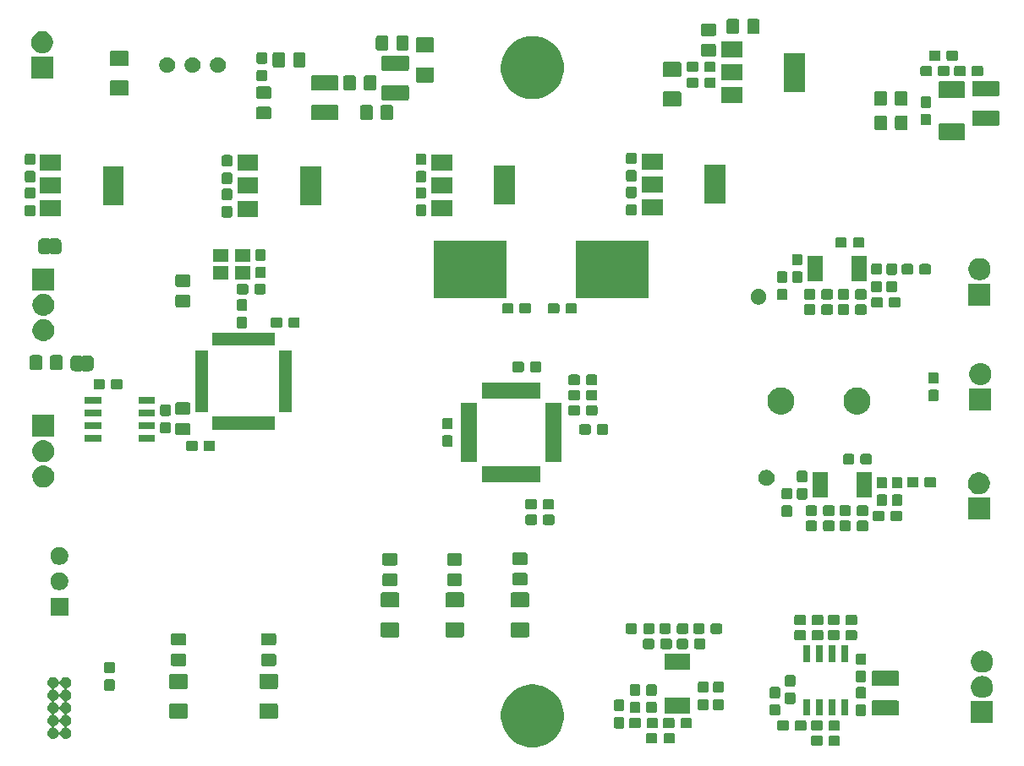
<source format=gbr>
G04 #@! TF.GenerationSoftware,KiCad,Pcbnew,5.1.6-c6e7f7d~86~ubuntu18.04.1*
G04 #@! TF.CreationDate,2020-06-04T01:08:26+01:00*
G04 #@! TF.ProjectId,scot-resolver,73636f74-2d72-4657-936f-6c7665722e6b,rev?*
G04 #@! TF.SameCoordinates,Original*
G04 #@! TF.FileFunction,Soldermask,Top*
G04 #@! TF.FilePolarity,Negative*
%FSLAX46Y46*%
G04 Gerber Fmt 4.6, Leading zero omitted, Abs format (unit mm)*
G04 Created by KiCad (PCBNEW 5.1.6-c6e7f7d~86~ubuntu18.04.1) date 2020-06-04 01:08:26*
%MOMM*%
%LPD*%
G01*
G04 APERTURE LIST*
%ADD10C,0.100000*%
G04 APERTURE END LIST*
D10*
G36*
X135379077Y-122244492D02*
G01*
X135919821Y-122352052D01*
X136493085Y-122589506D01*
X137009008Y-122934235D01*
X137447765Y-123372992D01*
X137792494Y-123888915D01*
X138029948Y-124462179D01*
X138109737Y-124863308D01*
X138151000Y-125070751D01*
X138151000Y-125691249D01*
X138143760Y-125727648D01*
X138029948Y-126299821D01*
X137792494Y-126873085D01*
X137447765Y-127389008D01*
X137009008Y-127827765D01*
X136493085Y-128172494D01*
X135919821Y-128409948D01*
X135397849Y-128513774D01*
X135311249Y-128531000D01*
X134690751Y-128531000D01*
X134604151Y-128513774D01*
X134082179Y-128409948D01*
X133508915Y-128172494D01*
X132992992Y-127827765D01*
X132554235Y-127389008D01*
X132209506Y-126873085D01*
X131972052Y-126299821D01*
X131858240Y-125727648D01*
X131851000Y-125691249D01*
X131851000Y-125070751D01*
X131892263Y-124863308D01*
X131972052Y-124462179D01*
X132209506Y-123888915D01*
X132554235Y-123372992D01*
X132992992Y-122934235D01*
X133508915Y-122589506D01*
X134082179Y-122352052D01*
X134622923Y-122244492D01*
X134690751Y-122231000D01*
X135311249Y-122231000D01*
X135379077Y-122244492D01*
G37*
G36*
X165641499Y-127367445D02*
G01*
X165678995Y-127378820D01*
X165713554Y-127397292D01*
X165743847Y-127422153D01*
X165768708Y-127452446D01*
X165787180Y-127487005D01*
X165798555Y-127524501D01*
X165803000Y-127569638D01*
X165803000Y-128208362D01*
X165798555Y-128253499D01*
X165787180Y-128290995D01*
X165768708Y-128325554D01*
X165743847Y-128355847D01*
X165713554Y-128380708D01*
X165678995Y-128399180D01*
X165641499Y-128410555D01*
X165596362Y-128415000D01*
X164857638Y-128415000D01*
X164812501Y-128410555D01*
X164775005Y-128399180D01*
X164740446Y-128380708D01*
X164710153Y-128355847D01*
X164685292Y-128325554D01*
X164666820Y-128290995D01*
X164655445Y-128253499D01*
X164651000Y-128208362D01*
X164651000Y-127569638D01*
X164655445Y-127524501D01*
X164666820Y-127487005D01*
X164685292Y-127452446D01*
X164710153Y-127422153D01*
X164740446Y-127397292D01*
X164775005Y-127378820D01*
X164812501Y-127367445D01*
X164857638Y-127363000D01*
X165596362Y-127363000D01*
X165641499Y-127367445D01*
G37*
G36*
X163891499Y-127367445D02*
G01*
X163928995Y-127378820D01*
X163963554Y-127397292D01*
X163993847Y-127422153D01*
X164018708Y-127452446D01*
X164037180Y-127487005D01*
X164048555Y-127524501D01*
X164053000Y-127569638D01*
X164053000Y-128208362D01*
X164048555Y-128253499D01*
X164037180Y-128290995D01*
X164018708Y-128325554D01*
X163993847Y-128355847D01*
X163963554Y-128380708D01*
X163928995Y-128399180D01*
X163891499Y-128410555D01*
X163846362Y-128415000D01*
X163107638Y-128415000D01*
X163062501Y-128410555D01*
X163025005Y-128399180D01*
X162990446Y-128380708D01*
X162960153Y-128355847D01*
X162935292Y-128325554D01*
X162916820Y-128290995D01*
X162905445Y-128253499D01*
X162901000Y-128208362D01*
X162901000Y-127569638D01*
X162905445Y-127524501D01*
X162916820Y-127487005D01*
X162935292Y-127452446D01*
X162960153Y-127422153D01*
X162990446Y-127397292D01*
X163025005Y-127378820D01*
X163062501Y-127367445D01*
X163107638Y-127363000D01*
X163846362Y-127363000D01*
X163891499Y-127367445D01*
G37*
G36*
X149106099Y-127113445D02*
G01*
X149143595Y-127124820D01*
X149178154Y-127143292D01*
X149208447Y-127168153D01*
X149233308Y-127198446D01*
X149251780Y-127233005D01*
X149263155Y-127270501D01*
X149267600Y-127315638D01*
X149267600Y-127954362D01*
X149263155Y-127999499D01*
X149251780Y-128036995D01*
X149233308Y-128071554D01*
X149208447Y-128101847D01*
X149178154Y-128126708D01*
X149143595Y-128145180D01*
X149106099Y-128156555D01*
X149060962Y-128161000D01*
X148322238Y-128161000D01*
X148277101Y-128156555D01*
X148239605Y-128145180D01*
X148205046Y-128126708D01*
X148174753Y-128101847D01*
X148149892Y-128071554D01*
X148131420Y-128036995D01*
X148120045Y-127999499D01*
X148115600Y-127954362D01*
X148115600Y-127315638D01*
X148120045Y-127270501D01*
X148131420Y-127233005D01*
X148149892Y-127198446D01*
X148174753Y-127168153D01*
X148205046Y-127143292D01*
X148239605Y-127124820D01*
X148277101Y-127113445D01*
X148322238Y-127109000D01*
X149060962Y-127109000D01*
X149106099Y-127113445D01*
G37*
G36*
X147356099Y-127113445D02*
G01*
X147393595Y-127124820D01*
X147428154Y-127143292D01*
X147458447Y-127168153D01*
X147483308Y-127198446D01*
X147501780Y-127233005D01*
X147513155Y-127270501D01*
X147517600Y-127315638D01*
X147517600Y-127954362D01*
X147513155Y-127999499D01*
X147501780Y-128036995D01*
X147483308Y-128071554D01*
X147458447Y-128101847D01*
X147428154Y-128126708D01*
X147393595Y-128145180D01*
X147356099Y-128156555D01*
X147310962Y-128161000D01*
X146572238Y-128161000D01*
X146527101Y-128156555D01*
X146489605Y-128145180D01*
X146455046Y-128126708D01*
X146424753Y-128101847D01*
X146399892Y-128071554D01*
X146381420Y-128036995D01*
X146370045Y-127999499D01*
X146365600Y-127954362D01*
X146365600Y-127315638D01*
X146370045Y-127270501D01*
X146381420Y-127233005D01*
X146399892Y-127198446D01*
X146424753Y-127168153D01*
X146455046Y-127143292D01*
X146489605Y-127124820D01*
X146527101Y-127113445D01*
X146572238Y-127109000D01*
X147310962Y-127109000D01*
X147356099Y-127113445D01*
G37*
G36*
X87158051Y-121509480D02*
G01*
X87208920Y-121530551D01*
X87259786Y-121551620D01*
X87351342Y-121612796D01*
X87429204Y-121690658D01*
X87490380Y-121782214D01*
X87509297Y-121827885D01*
X87514516Y-121840485D01*
X87526068Y-121862095D01*
X87541613Y-121881037D01*
X87560555Y-121896582D01*
X87582166Y-121908133D01*
X87605615Y-121915246D01*
X87630001Y-121917648D01*
X87654387Y-121915246D01*
X87677836Y-121908133D01*
X87699446Y-121896581D01*
X87718388Y-121881036D01*
X87733933Y-121862094D01*
X87745484Y-121840485D01*
X87750703Y-121827885D01*
X87769620Y-121782214D01*
X87830796Y-121690658D01*
X87908658Y-121612796D01*
X88000214Y-121551620D01*
X88051080Y-121530551D01*
X88101949Y-121509480D01*
X88209941Y-121488000D01*
X88320059Y-121488000D01*
X88428051Y-121509480D01*
X88478920Y-121530551D01*
X88529786Y-121551620D01*
X88621342Y-121612796D01*
X88699204Y-121690658D01*
X88760380Y-121782214D01*
X88769471Y-121804162D01*
X88802520Y-121883949D01*
X88824000Y-121991941D01*
X88824000Y-122102059D01*
X88802520Y-122210051D01*
X88789633Y-122241162D01*
X88760380Y-122311786D01*
X88699204Y-122403342D01*
X88621342Y-122481204D01*
X88529786Y-122542380D01*
X88471515Y-122566516D01*
X88449905Y-122578068D01*
X88430963Y-122593613D01*
X88415418Y-122612555D01*
X88403867Y-122634166D01*
X88396754Y-122657615D01*
X88394352Y-122682001D01*
X88396754Y-122706387D01*
X88403867Y-122729836D01*
X88415419Y-122751446D01*
X88430964Y-122770388D01*
X88449906Y-122785933D01*
X88471513Y-122797483D01*
X88529786Y-122821620D01*
X88621342Y-122882796D01*
X88699204Y-122960658D01*
X88699206Y-122960661D01*
X88757071Y-123047261D01*
X88760380Y-123052214D01*
X88771927Y-123080092D01*
X88802520Y-123153949D01*
X88824000Y-123261941D01*
X88824000Y-123372059D01*
X88802520Y-123480051D01*
X88793467Y-123501906D01*
X88760380Y-123581786D01*
X88699204Y-123673342D01*
X88621342Y-123751204D01*
X88529786Y-123812380D01*
X88475064Y-123835046D01*
X88471515Y-123836516D01*
X88449905Y-123848068D01*
X88430963Y-123863613D01*
X88415418Y-123882555D01*
X88403867Y-123904166D01*
X88396754Y-123927615D01*
X88394352Y-123952001D01*
X88396754Y-123976387D01*
X88403867Y-123999836D01*
X88415419Y-124021446D01*
X88430964Y-124040388D01*
X88449906Y-124055933D01*
X88471513Y-124067483D01*
X88529786Y-124091620D01*
X88621342Y-124152796D01*
X88699204Y-124230658D01*
X88760380Y-124322214D01*
X88774575Y-124356485D01*
X88802520Y-124423949D01*
X88824000Y-124531941D01*
X88824000Y-124642059D01*
X88802520Y-124750051D01*
X88792746Y-124773647D01*
X88760380Y-124851786D01*
X88699204Y-124943342D01*
X88621342Y-125021204D01*
X88529786Y-125082380D01*
X88471515Y-125106516D01*
X88449905Y-125118068D01*
X88430963Y-125133613D01*
X88415418Y-125152555D01*
X88403867Y-125174166D01*
X88396754Y-125197615D01*
X88394352Y-125222001D01*
X88396754Y-125246387D01*
X88403867Y-125269836D01*
X88415419Y-125291446D01*
X88430964Y-125310388D01*
X88449906Y-125325933D01*
X88471513Y-125337483D01*
X88529786Y-125361620D01*
X88621342Y-125422796D01*
X88699204Y-125500658D01*
X88760380Y-125592214D01*
X88781449Y-125643080D01*
X88802520Y-125693949D01*
X88824000Y-125801941D01*
X88824000Y-125912059D01*
X88802520Y-126020051D01*
X88793467Y-126041906D01*
X88760380Y-126121786D01*
X88699204Y-126213342D01*
X88621342Y-126291204D01*
X88529786Y-126352380D01*
X88471515Y-126376516D01*
X88449905Y-126388068D01*
X88430963Y-126403613D01*
X88415418Y-126422555D01*
X88403867Y-126444166D01*
X88396754Y-126467615D01*
X88394352Y-126492001D01*
X88396754Y-126516387D01*
X88403867Y-126539836D01*
X88415419Y-126561446D01*
X88430964Y-126580388D01*
X88449906Y-126595933D01*
X88471513Y-126607483D01*
X88529786Y-126631620D01*
X88621342Y-126692796D01*
X88699204Y-126770658D01*
X88760380Y-126862214D01*
X88770210Y-126885947D01*
X88802520Y-126963949D01*
X88824000Y-127071941D01*
X88824000Y-127182059D01*
X88802520Y-127290051D01*
X88793467Y-127311906D01*
X88760380Y-127391786D01*
X88699204Y-127483342D01*
X88621342Y-127561204D01*
X88529786Y-127622380D01*
X88478920Y-127643449D01*
X88428051Y-127664520D01*
X88320059Y-127686000D01*
X88209941Y-127686000D01*
X88101949Y-127664520D01*
X88051080Y-127643449D01*
X88000214Y-127622380D01*
X87908658Y-127561204D01*
X87830796Y-127483342D01*
X87769620Y-127391786D01*
X87745483Y-127333513D01*
X87733932Y-127311905D01*
X87718387Y-127292963D01*
X87699445Y-127277418D01*
X87677834Y-127265867D01*
X87654385Y-127258754D01*
X87629999Y-127256352D01*
X87605613Y-127258754D01*
X87582164Y-127265867D01*
X87560554Y-127277419D01*
X87541612Y-127292964D01*
X87526067Y-127311906D01*
X87514517Y-127333513D01*
X87490380Y-127391786D01*
X87429204Y-127483342D01*
X87351342Y-127561204D01*
X87259786Y-127622380D01*
X87208920Y-127643449D01*
X87158051Y-127664520D01*
X87050059Y-127686000D01*
X86939941Y-127686000D01*
X86831949Y-127664520D01*
X86781080Y-127643449D01*
X86730214Y-127622380D01*
X86638658Y-127561204D01*
X86560796Y-127483342D01*
X86499620Y-127391786D01*
X86466533Y-127311906D01*
X86457480Y-127290051D01*
X86436000Y-127182059D01*
X86436000Y-127071941D01*
X86457480Y-126963949D01*
X86489790Y-126885947D01*
X86499620Y-126862214D01*
X86560796Y-126770658D01*
X86638658Y-126692796D01*
X86730214Y-126631620D01*
X86788487Y-126607483D01*
X86810095Y-126595932D01*
X86829037Y-126580387D01*
X86844582Y-126561445D01*
X86856133Y-126539834D01*
X86863246Y-126516385D01*
X86865647Y-126492001D01*
X87124352Y-126492001D01*
X87126754Y-126516387D01*
X87133867Y-126539836D01*
X87145419Y-126561446D01*
X87160964Y-126580388D01*
X87179906Y-126595933D01*
X87201513Y-126607483D01*
X87259786Y-126631620D01*
X87351342Y-126692796D01*
X87429204Y-126770658D01*
X87490380Y-126862214D01*
X87502303Y-126891000D01*
X87514516Y-126920485D01*
X87526068Y-126942095D01*
X87541613Y-126961037D01*
X87560555Y-126976582D01*
X87582166Y-126988133D01*
X87605615Y-126995246D01*
X87630001Y-126997648D01*
X87654387Y-126995246D01*
X87677836Y-126988133D01*
X87699446Y-126976581D01*
X87718388Y-126961036D01*
X87733933Y-126942094D01*
X87745484Y-126920485D01*
X87757697Y-126891000D01*
X87769620Y-126862214D01*
X87830796Y-126770658D01*
X87908658Y-126692796D01*
X88000214Y-126631620D01*
X88058487Y-126607483D01*
X88080095Y-126595932D01*
X88099037Y-126580387D01*
X88114582Y-126561445D01*
X88126133Y-126539834D01*
X88133246Y-126516385D01*
X88135648Y-126491999D01*
X88133246Y-126467613D01*
X88126133Y-126444164D01*
X88114581Y-126422554D01*
X88099036Y-126403612D01*
X88080094Y-126388067D01*
X88058485Y-126376516D01*
X88000214Y-126352380D01*
X87908658Y-126291204D01*
X87830796Y-126213342D01*
X87769620Y-126121786D01*
X87745483Y-126063513D01*
X87733932Y-126041905D01*
X87718387Y-126022963D01*
X87699445Y-126007418D01*
X87677834Y-125995867D01*
X87654385Y-125988754D01*
X87629999Y-125986352D01*
X87605613Y-125988754D01*
X87582164Y-125995867D01*
X87560554Y-126007419D01*
X87541612Y-126022964D01*
X87526067Y-126041906D01*
X87514517Y-126063513D01*
X87490380Y-126121786D01*
X87429204Y-126213342D01*
X87351342Y-126291204D01*
X87259786Y-126352380D01*
X87201515Y-126376516D01*
X87179905Y-126388068D01*
X87160963Y-126403613D01*
X87145418Y-126422555D01*
X87133867Y-126444166D01*
X87126754Y-126467615D01*
X87124352Y-126492001D01*
X86865647Y-126492001D01*
X86865648Y-126491999D01*
X86863246Y-126467613D01*
X86856133Y-126444164D01*
X86844581Y-126422554D01*
X86829036Y-126403612D01*
X86810094Y-126388067D01*
X86788485Y-126376516D01*
X86730214Y-126352380D01*
X86638658Y-126291204D01*
X86560796Y-126213342D01*
X86499620Y-126121786D01*
X86466533Y-126041906D01*
X86457480Y-126020051D01*
X86436000Y-125912059D01*
X86436000Y-125801941D01*
X86457480Y-125693949D01*
X86478551Y-125643080D01*
X86499620Y-125592214D01*
X86560796Y-125500658D01*
X86638658Y-125422796D01*
X86730214Y-125361620D01*
X86788487Y-125337483D01*
X86810095Y-125325932D01*
X86829037Y-125310387D01*
X86844582Y-125291445D01*
X86856133Y-125269834D01*
X86863246Y-125246385D01*
X86865647Y-125222001D01*
X87124352Y-125222001D01*
X87126754Y-125246387D01*
X87133867Y-125269836D01*
X87145419Y-125291446D01*
X87160964Y-125310388D01*
X87179906Y-125325933D01*
X87201513Y-125337483D01*
X87259786Y-125361620D01*
X87351342Y-125422796D01*
X87429204Y-125500658D01*
X87490380Y-125592214D01*
X87511893Y-125644153D01*
X87514516Y-125650485D01*
X87526068Y-125672095D01*
X87541613Y-125691037D01*
X87560555Y-125706582D01*
X87582166Y-125718133D01*
X87605615Y-125725246D01*
X87630001Y-125727648D01*
X87654387Y-125725246D01*
X87677836Y-125718133D01*
X87699446Y-125706581D01*
X87718388Y-125691036D01*
X87733933Y-125672094D01*
X87745484Y-125650485D01*
X87748107Y-125644153D01*
X87769620Y-125592214D01*
X87830796Y-125500658D01*
X87908658Y-125422796D01*
X88000214Y-125361620D01*
X88058487Y-125337483D01*
X88080095Y-125325932D01*
X88099037Y-125310387D01*
X88114582Y-125291445D01*
X88126133Y-125269834D01*
X88133246Y-125246385D01*
X88135648Y-125221999D01*
X88133246Y-125197613D01*
X88126133Y-125174164D01*
X88114581Y-125152554D01*
X88099036Y-125133612D01*
X88080094Y-125118067D01*
X88058485Y-125106516D01*
X88000214Y-125082380D01*
X87908658Y-125021204D01*
X87830796Y-124943342D01*
X87769620Y-124851786D01*
X87745483Y-124793513D01*
X87733932Y-124771905D01*
X87718387Y-124752963D01*
X87699445Y-124737418D01*
X87677834Y-124725867D01*
X87654385Y-124718754D01*
X87629999Y-124716352D01*
X87605613Y-124718754D01*
X87582164Y-124725867D01*
X87560554Y-124737419D01*
X87541612Y-124752964D01*
X87526067Y-124771906D01*
X87514517Y-124793513D01*
X87490380Y-124851786D01*
X87429204Y-124943342D01*
X87351342Y-125021204D01*
X87259786Y-125082380D01*
X87201515Y-125106516D01*
X87179905Y-125118068D01*
X87160963Y-125133613D01*
X87145418Y-125152555D01*
X87133867Y-125174166D01*
X87126754Y-125197615D01*
X87124352Y-125222001D01*
X86865647Y-125222001D01*
X86865648Y-125221999D01*
X86863246Y-125197613D01*
X86856133Y-125174164D01*
X86844581Y-125152554D01*
X86829036Y-125133612D01*
X86810094Y-125118067D01*
X86788485Y-125106516D01*
X86730214Y-125082380D01*
X86638658Y-125021204D01*
X86560796Y-124943342D01*
X86499620Y-124851786D01*
X86467254Y-124773647D01*
X86457480Y-124750051D01*
X86436000Y-124642059D01*
X86436000Y-124531941D01*
X86457480Y-124423949D01*
X86485425Y-124356485D01*
X86499620Y-124322214D01*
X86560796Y-124230658D01*
X86638658Y-124152796D01*
X86730214Y-124091620D01*
X86788487Y-124067483D01*
X86810095Y-124055932D01*
X86829037Y-124040387D01*
X86844582Y-124021445D01*
X86856133Y-123999834D01*
X86863246Y-123976385D01*
X86865647Y-123952001D01*
X87124352Y-123952001D01*
X87126754Y-123976387D01*
X87133867Y-123999836D01*
X87145419Y-124021446D01*
X87160964Y-124040388D01*
X87179906Y-124055933D01*
X87201513Y-124067483D01*
X87259786Y-124091620D01*
X87351342Y-124152796D01*
X87429204Y-124230658D01*
X87490380Y-124322214D01*
X87512888Y-124376554D01*
X87514516Y-124380485D01*
X87526068Y-124402095D01*
X87541613Y-124421037D01*
X87560555Y-124436582D01*
X87582166Y-124448133D01*
X87605615Y-124455246D01*
X87630001Y-124457648D01*
X87654387Y-124455246D01*
X87677836Y-124448133D01*
X87699446Y-124436581D01*
X87718388Y-124421036D01*
X87733933Y-124402094D01*
X87745484Y-124380485D01*
X87747112Y-124376554D01*
X87769620Y-124322214D01*
X87830796Y-124230658D01*
X87908658Y-124152796D01*
X88000214Y-124091620D01*
X88058487Y-124067483D01*
X88080095Y-124055932D01*
X88099037Y-124040387D01*
X88114582Y-124021445D01*
X88126133Y-123999834D01*
X88133246Y-123976385D01*
X88135648Y-123951999D01*
X88133246Y-123927613D01*
X88126133Y-123904164D01*
X88114581Y-123882554D01*
X88099036Y-123863612D01*
X88080094Y-123848067D01*
X88058485Y-123836516D01*
X88054936Y-123835046D01*
X88000214Y-123812380D01*
X87908658Y-123751204D01*
X87830796Y-123673342D01*
X87769620Y-123581786D01*
X87745483Y-123523513D01*
X87733932Y-123501905D01*
X87718387Y-123482963D01*
X87699445Y-123467418D01*
X87677834Y-123455867D01*
X87654385Y-123448754D01*
X87629999Y-123446352D01*
X87605613Y-123448754D01*
X87582164Y-123455867D01*
X87560554Y-123467419D01*
X87541612Y-123482964D01*
X87526067Y-123501906D01*
X87514517Y-123523513D01*
X87490380Y-123581786D01*
X87429204Y-123673342D01*
X87351342Y-123751204D01*
X87259786Y-123812380D01*
X87205064Y-123835046D01*
X87201515Y-123836516D01*
X87179905Y-123848068D01*
X87160963Y-123863613D01*
X87145418Y-123882555D01*
X87133867Y-123904166D01*
X87126754Y-123927615D01*
X87124352Y-123952001D01*
X86865647Y-123952001D01*
X86865648Y-123951999D01*
X86863246Y-123927613D01*
X86856133Y-123904164D01*
X86844581Y-123882554D01*
X86829036Y-123863612D01*
X86810094Y-123848067D01*
X86788485Y-123836516D01*
X86784936Y-123835046D01*
X86730214Y-123812380D01*
X86638658Y-123751204D01*
X86560796Y-123673342D01*
X86499620Y-123581786D01*
X86466533Y-123501906D01*
X86457480Y-123480051D01*
X86436000Y-123372059D01*
X86436000Y-123261941D01*
X86457480Y-123153949D01*
X86488073Y-123080092D01*
X86499620Y-123052214D01*
X86502930Y-123047261D01*
X86560794Y-122960661D01*
X86560796Y-122960658D01*
X86638658Y-122882796D01*
X86730214Y-122821620D01*
X86788487Y-122797483D01*
X86810095Y-122785932D01*
X86829037Y-122770387D01*
X86844582Y-122751445D01*
X86856133Y-122729834D01*
X86863246Y-122706385D01*
X86865647Y-122682001D01*
X87124352Y-122682001D01*
X87126754Y-122706387D01*
X87133867Y-122729836D01*
X87145419Y-122751446D01*
X87160964Y-122770388D01*
X87179906Y-122785933D01*
X87201513Y-122797483D01*
X87259786Y-122821620D01*
X87351342Y-122882796D01*
X87429204Y-122960658D01*
X87490380Y-123052214D01*
X87512140Y-123104749D01*
X87514516Y-123110485D01*
X87526068Y-123132095D01*
X87541613Y-123151037D01*
X87560555Y-123166582D01*
X87582166Y-123178133D01*
X87605615Y-123185246D01*
X87630001Y-123187648D01*
X87654387Y-123185246D01*
X87677836Y-123178133D01*
X87699446Y-123166581D01*
X87718388Y-123151036D01*
X87733933Y-123132094D01*
X87745484Y-123110485D01*
X87747860Y-123104749D01*
X87769620Y-123052214D01*
X87830796Y-122960658D01*
X87908658Y-122882796D01*
X88000214Y-122821620D01*
X88058487Y-122797483D01*
X88080095Y-122785932D01*
X88099037Y-122770387D01*
X88114582Y-122751445D01*
X88126133Y-122729834D01*
X88133246Y-122706385D01*
X88135648Y-122681999D01*
X88133246Y-122657613D01*
X88126133Y-122634164D01*
X88114581Y-122612554D01*
X88099036Y-122593612D01*
X88080094Y-122578067D01*
X88058485Y-122566516D01*
X88000214Y-122542380D01*
X87908658Y-122481204D01*
X87830796Y-122403342D01*
X87769620Y-122311786D01*
X87745483Y-122253513D01*
X87733932Y-122231905D01*
X87718387Y-122212963D01*
X87699445Y-122197418D01*
X87677834Y-122185867D01*
X87654385Y-122178754D01*
X87629999Y-122176352D01*
X87605613Y-122178754D01*
X87582164Y-122185867D01*
X87560554Y-122197419D01*
X87541612Y-122212964D01*
X87526067Y-122231906D01*
X87514517Y-122253513D01*
X87490380Y-122311786D01*
X87429204Y-122403342D01*
X87351342Y-122481204D01*
X87259786Y-122542380D01*
X87201515Y-122566516D01*
X87179905Y-122578068D01*
X87160963Y-122593613D01*
X87145418Y-122612555D01*
X87133867Y-122634166D01*
X87126754Y-122657615D01*
X87124352Y-122682001D01*
X86865647Y-122682001D01*
X86865648Y-122681999D01*
X86863246Y-122657613D01*
X86856133Y-122634164D01*
X86844581Y-122612554D01*
X86829036Y-122593612D01*
X86810094Y-122578067D01*
X86788485Y-122566516D01*
X86730214Y-122542380D01*
X86638658Y-122481204D01*
X86560796Y-122403342D01*
X86499620Y-122311786D01*
X86470367Y-122241162D01*
X86457480Y-122210051D01*
X86436000Y-122102059D01*
X86436000Y-121991941D01*
X86457480Y-121883949D01*
X86490529Y-121804162D01*
X86499620Y-121782214D01*
X86560796Y-121690658D01*
X86638658Y-121612796D01*
X86730214Y-121551620D01*
X86781080Y-121530551D01*
X86831949Y-121509480D01*
X86939941Y-121488000D01*
X87050059Y-121488000D01*
X87158051Y-121509480D01*
G37*
G36*
X160513299Y-125843445D02*
G01*
X160550795Y-125854820D01*
X160585354Y-125873292D01*
X160615647Y-125898153D01*
X160640508Y-125928446D01*
X160658980Y-125963005D01*
X160670355Y-126000501D01*
X160674800Y-126045638D01*
X160674800Y-126684362D01*
X160670355Y-126729499D01*
X160658980Y-126766995D01*
X160640508Y-126801554D01*
X160615647Y-126831847D01*
X160585354Y-126856708D01*
X160550795Y-126875180D01*
X160513299Y-126886555D01*
X160468162Y-126891000D01*
X159729438Y-126891000D01*
X159684301Y-126886555D01*
X159646805Y-126875180D01*
X159612246Y-126856708D01*
X159581953Y-126831847D01*
X159557092Y-126801554D01*
X159538620Y-126766995D01*
X159527245Y-126729499D01*
X159522800Y-126684362D01*
X159522800Y-126045638D01*
X159527245Y-126000501D01*
X159538620Y-125963005D01*
X159557092Y-125928446D01*
X159581953Y-125898153D01*
X159612246Y-125873292D01*
X159646805Y-125854820D01*
X159684301Y-125843445D01*
X159729438Y-125839000D01*
X160468162Y-125839000D01*
X160513299Y-125843445D01*
G37*
G36*
X163891499Y-125843445D02*
G01*
X163928995Y-125854820D01*
X163963554Y-125873292D01*
X163993847Y-125898153D01*
X164018708Y-125928446D01*
X164037180Y-125963005D01*
X164048555Y-126000501D01*
X164053000Y-126045638D01*
X164053000Y-126684362D01*
X164048555Y-126729499D01*
X164037180Y-126766995D01*
X164018708Y-126801554D01*
X163993847Y-126831847D01*
X163963554Y-126856708D01*
X163928995Y-126875180D01*
X163891499Y-126886555D01*
X163846362Y-126891000D01*
X163107638Y-126891000D01*
X163062501Y-126886555D01*
X163025005Y-126875180D01*
X162990446Y-126856708D01*
X162960153Y-126831847D01*
X162935292Y-126801554D01*
X162916820Y-126766995D01*
X162905445Y-126729499D01*
X162901000Y-126684362D01*
X162901000Y-126045638D01*
X162905445Y-126000501D01*
X162916820Y-125963005D01*
X162935292Y-125928446D01*
X162960153Y-125898153D01*
X162990446Y-125873292D01*
X163025005Y-125854820D01*
X163062501Y-125843445D01*
X163107638Y-125839000D01*
X163846362Y-125839000D01*
X163891499Y-125843445D01*
G37*
G36*
X165641499Y-125843445D02*
G01*
X165678995Y-125854820D01*
X165713554Y-125873292D01*
X165743847Y-125898153D01*
X165768708Y-125928446D01*
X165787180Y-125963005D01*
X165798555Y-126000501D01*
X165803000Y-126045638D01*
X165803000Y-126684362D01*
X165798555Y-126729499D01*
X165787180Y-126766995D01*
X165768708Y-126801554D01*
X165743847Y-126831847D01*
X165713554Y-126856708D01*
X165678995Y-126875180D01*
X165641499Y-126886555D01*
X165596362Y-126891000D01*
X164857638Y-126891000D01*
X164812501Y-126886555D01*
X164775005Y-126875180D01*
X164740446Y-126856708D01*
X164710153Y-126831847D01*
X164685292Y-126801554D01*
X164666820Y-126766995D01*
X164655445Y-126729499D01*
X164651000Y-126684362D01*
X164651000Y-126045638D01*
X164655445Y-126000501D01*
X164666820Y-125963005D01*
X164685292Y-125928446D01*
X164710153Y-125898153D01*
X164740446Y-125873292D01*
X164775005Y-125854820D01*
X164812501Y-125843445D01*
X164857638Y-125839000D01*
X165596362Y-125839000D01*
X165641499Y-125843445D01*
G37*
G36*
X162263299Y-125843445D02*
G01*
X162300795Y-125854820D01*
X162335354Y-125873292D01*
X162365647Y-125898153D01*
X162390508Y-125928446D01*
X162408980Y-125963005D01*
X162420355Y-126000501D01*
X162424800Y-126045638D01*
X162424800Y-126684362D01*
X162420355Y-126729499D01*
X162408980Y-126766995D01*
X162390508Y-126801554D01*
X162365647Y-126831847D01*
X162335354Y-126856708D01*
X162300795Y-126875180D01*
X162263299Y-126886555D01*
X162218162Y-126891000D01*
X161479438Y-126891000D01*
X161434301Y-126886555D01*
X161396805Y-126875180D01*
X161362246Y-126856708D01*
X161331953Y-126831847D01*
X161307092Y-126801554D01*
X161288620Y-126766995D01*
X161277245Y-126729499D01*
X161272800Y-126684362D01*
X161272800Y-126045638D01*
X161277245Y-126000501D01*
X161288620Y-125963005D01*
X161307092Y-125928446D01*
X161331953Y-125898153D01*
X161362246Y-125873292D01*
X161396805Y-125854820D01*
X161434301Y-125843445D01*
X161479438Y-125839000D01*
X162218162Y-125839000D01*
X162263299Y-125843445D01*
G37*
G36*
X144052299Y-125500045D02*
G01*
X144089795Y-125511420D01*
X144124354Y-125529892D01*
X144154647Y-125554753D01*
X144179508Y-125585046D01*
X144197980Y-125619605D01*
X144209355Y-125657101D01*
X144213800Y-125702238D01*
X144213800Y-126440962D01*
X144209355Y-126486099D01*
X144197980Y-126523595D01*
X144179508Y-126558154D01*
X144154647Y-126588447D01*
X144124354Y-126613308D01*
X144089795Y-126631780D01*
X144052299Y-126643155D01*
X144007162Y-126647600D01*
X143368438Y-126647600D01*
X143323301Y-126643155D01*
X143285805Y-126631780D01*
X143251246Y-126613308D01*
X143220953Y-126588447D01*
X143196092Y-126558154D01*
X143177620Y-126523595D01*
X143166245Y-126486099D01*
X143161800Y-126440962D01*
X143161800Y-125702238D01*
X143166245Y-125657101D01*
X143177620Y-125619605D01*
X143196092Y-125585046D01*
X143220953Y-125554753D01*
X143251246Y-125529892D01*
X143285805Y-125511420D01*
X143323301Y-125500045D01*
X143368438Y-125495600D01*
X144007162Y-125495600D01*
X144052299Y-125500045D01*
G37*
G36*
X147429699Y-125589445D02*
G01*
X147467195Y-125600820D01*
X147501754Y-125619292D01*
X147532047Y-125644153D01*
X147556908Y-125674446D01*
X147575380Y-125709005D01*
X147586755Y-125746501D01*
X147591200Y-125791638D01*
X147591200Y-126430362D01*
X147586755Y-126475499D01*
X147575380Y-126512995D01*
X147556908Y-126547554D01*
X147532047Y-126577847D01*
X147501754Y-126602708D01*
X147467195Y-126621180D01*
X147429699Y-126632555D01*
X147384562Y-126637000D01*
X146645838Y-126637000D01*
X146600701Y-126632555D01*
X146563205Y-126621180D01*
X146528646Y-126602708D01*
X146498353Y-126577847D01*
X146473492Y-126547554D01*
X146455020Y-126512995D01*
X146443645Y-126475499D01*
X146439200Y-126430362D01*
X146439200Y-125791638D01*
X146443645Y-125746501D01*
X146455020Y-125709005D01*
X146473492Y-125674446D01*
X146498353Y-125644153D01*
X146528646Y-125619292D01*
X146563205Y-125600820D01*
X146600701Y-125589445D01*
X146645838Y-125585000D01*
X147384562Y-125585000D01*
X147429699Y-125589445D01*
G37*
G36*
X145679699Y-125589445D02*
G01*
X145717195Y-125600820D01*
X145751754Y-125619292D01*
X145782047Y-125644153D01*
X145806908Y-125674446D01*
X145825380Y-125709005D01*
X145836755Y-125746501D01*
X145841200Y-125791638D01*
X145841200Y-126430362D01*
X145836755Y-126475499D01*
X145825380Y-126512995D01*
X145806908Y-126547554D01*
X145782047Y-126577847D01*
X145751754Y-126602708D01*
X145717195Y-126621180D01*
X145679699Y-126632555D01*
X145634562Y-126637000D01*
X144895838Y-126637000D01*
X144850701Y-126632555D01*
X144813205Y-126621180D01*
X144778646Y-126602708D01*
X144748353Y-126577847D01*
X144723492Y-126547554D01*
X144705020Y-126512995D01*
X144693645Y-126475499D01*
X144689200Y-126430362D01*
X144689200Y-125791638D01*
X144693645Y-125746501D01*
X144705020Y-125709005D01*
X144723492Y-125674446D01*
X144748353Y-125644153D01*
X144778646Y-125619292D01*
X144813205Y-125600820D01*
X144850701Y-125589445D01*
X144895838Y-125585000D01*
X145634562Y-125585000D01*
X145679699Y-125589445D01*
G37*
G36*
X150807899Y-125589445D02*
G01*
X150845395Y-125600820D01*
X150879954Y-125619292D01*
X150910247Y-125644153D01*
X150935108Y-125674446D01*
X150953580Y-125709005D01*
X150964955Y-125746501D01*
X150969400Y-125791638D01*
X150969400Y-126430362D01*
X150964955Y-126475499D01*
X150953580Y-126512995D01*
X150935108Y-126547554D01*
X150910247Y-126577847D01*
X150879954Y-126602708D01*
X150845395Y-126621180D01*
X150807899Y-126632555D01*
X150762762Y-126637000D01*
X150024038Y-126637000D01*
X149978901Y-126632555D01*
X149941405Y-126621180D01*
X149906846Y-126602708D01*
X149876553Y-126577847D01*
X149851692Y-126547554D01*
X149833220Y-126512995D01*
X149821845Y-126475499D01*
X149817400Y-126430362D01*
X149817400Y-125791638D01*
X149821845Y-125746501D01*
X149833220Y-125709005D01*
X149851692Y-125674446D01*
X149876553Y-125644153D01*
X149906846Y-125619292D01*
X149941405Y-125600820D01*
X149978901Y-125589445D01*
X150024038Y-125585000D01*
X150762762Y-125585000D01*
X150807899Y-125589445D01*
G37*
G36*
X149057899Y-125589445D02*
G01*
X149095395Y-125600820D01*
X149129954Y-125619292D01*
X149160247Y-125644153D01*
X149185108Y-125674446D01*
X149203580Y-125709005D01*
X149214955Y-125746501D01*
X149219400Y-125791638D01*
X149219400Y-126430362D01*
X149214955Y-126475499D01*
X149203580Y-126512995D01*
X149185108Y-126547554D01*
X149160247Y-126577847D01*
X149129954Y-126602708D01*
X149095395Y-126621180D01*
X149057899Y-126632555D01*
X149012762Y-126637000D01*
X148274038Y-126637000D01*
X148228901Y-126632555D01*
X148191405Y-126621180D01*
X148156846Y-126602708D01*
X148126553Y-126577847D01*
X148101692Y-126547554D01*
X148083220Y-126512995D01*
X148071845Y-126475499D01*
X148067400Y-126430362D01*
X148067400Y-125791638D01*
X148071845Y-125746501D01*
X148083220Y-125709005D01*
X148101692Y-125674446D01*
X148126553Y-125644153D01*
X148156846Y-125619292D01*
X148191405Y-125600820D01*
X148228901Y-125589445D01*
X148274038Y-125585000D01*
X149012762Y-125585000D01*
X149057899Y-125589445D01*
G37*
G36*
X181123500Y-126132500D02*
G01*
X178921500Y-126132500D01*
X178921500Y-123930500D01*
X181123500Y-123930500D01*
X181123500Y-126132500D01*
G37*
G36*
X100343562Y-124135681D02*
G01*
X100378481Y-124146274D01*
X100410663Y-124163476D01*
X100438873Y-124186627D01*
X100462024Y-124214837D01*
X100479226Y-124247019D01*
X100489819Y-124281938D01*
X100494000Y-124324395D01*
X100494000Y-125465605D01*
X100489819Y-125508062D01*
X100479226Y-125542981D01*
X100462024Y-125575163D01*
X100438873Y-125603373D01*
X100410663Y-125626524D01*
X100378481Y-125643726D01*
X100343562Y-125654319D01*
X100301105Y-125658500D01*
X98834895Y-125658500D01*
X98792438Y-125654319D01*
X98757519Y-125643726D01*
X98725337Y-125626524D01*
X98697127Y-125603373D01*
X98673976Y-125575163D01*
X98656774Y-125542981D01*
X98646181Y-125508062D01*
X98642000Y-125465605D01*
X98642000Y-124324395D01*
X98646181Y-124281938D01*
X98656774Y-124247019D01*
X98673976Y-124214837D01*
X98697127Y-124186627D01*
X98725337Y-124163476D01*
X98757519Y-124146274D01*
X98792438Y-124135681D01*
X98834895Y-124131500D01*
X100301105Y-124131500D01*
X100343562Y-124135681D01*
G37*
G36*
X109360562Y-124135681D02*
G01*
X109395481Y-124146274D01*
X109427663Y-124163476D01*
X109455873Y-124186627D01*
X109479024Y-124214837D01*
X109496226Y-124247019D01*
X109506819Y-124281938D01*
X109511000Y-124324395D01*
X109511000Y-125465605D01*
X109506819Y-125508062D01*
X109496226Y-125542981D01*
X109479024Y-125575163D01*
X109455873Y-125603373D01*
X109427663Y-125626524D01*
X109395481Y-125643726D01*
X109360562Y-125654319D01*
X109318105Y-125658500D01*
X107851895Y-125658500D01*
X107809438Y-125654319D01*
X107774519Y-125643726D01*
X107742337Y-125626524D01*
X107714127Y-125603373D01*
X107690976Y-125575163D01*
X107673774Y-125542981D01*
X107663181Y-125508062D01*
X107659000Y-125465605D01*
X107659000Y-124324395D01*
X107663181Y-124281938D01*
X107673774Y-124247019D01*
X107690976Y-124214837D01*
X107714127Y-124186627D01*
X107742337Y-124163476D01*
X107774519Y-124146274D01*
X107809438Y-124135681D01*
X107851895Y-124131500D01*
X109318105Y-124131500D01*
X109360562Y-124135681D01*
G37*
G36*
X168258499Y-124244045D02*
G01*
X168295995Y-124255420D01*
X168330554Y-124273892D01*
X168360847Y-124298753D01*
X168385708Y-124329046D01*
X168404180Y-124363605D01*
X168415555Y-124401101D01*
X168420000Y-124446238D01*
X168420000Y-125184962D01*
X168415555Y-125230099D01*
X168404180Y-125267595D01*
X168385708Y-125302154D01*
X168360847Y-125332447D01*
X168330554Y-125357308D01*
X168295995Y-125375780D01*
X168258499Y-125387155D01*
X168213362Y-125391600D01*
X167574638Y-125391600D01*
X167529501Y-125387155D01*
X167492005Y-125375780D01*
X167457446Y-125357308D01*
X167427153Y-125332447D01*
X167402292Y-125302154D01*
X167383820Y-125267595D01*
X167372445Y-125230099D01*
X167368000Y-125184962D01*
X167368000Y-124446238D01*
X167372445Y-124401101D01*
X167383820Y-124363605D01*
X167402292Y-124329046D01*
X167427153Y-124298753D01*
X167457446Y-124273892D01*
X167492005Y-124255420D01*
X167529501Y-124244045D01*
X167574638Y-124239600D01*
X168213362Y-124239600D01*
X168258499Y-124244045D01*
G37*
G36*
X159647899Y-124218645D02*
G01*
X159685395Y-124230020D01*
X159719954Y-124248492D01*
X159750247Y-124273353D01*
X159775108Y-124303646D01*
X159793580Y-124338205D01*
X159804955Y-124375701D01*
X159809400Y-124420838D01*
X159809400Y-125159562D01*
X159804955Y-125204699D01*
X159793580Y-125242195D01*
X159775108Y-125276754D01*
X159750247Y-125307047D01*
X159719954Y-125331908D01*
X159685395Y-125350380D01*
X159647899Y-125361755D01*
X159602762Y-125366200D01*
X158964038Y-125366200D01*
X158918901Y-125361755D01*
X158881405Y-125350380D01*
X158846846Y-125331908D01*
X158816553Y-125307047D01*
X158791692Y-125276754D01*
X158773220Y-125242195D01*
X158761845Y-125204699D01*
X158757400Y-125159562D01*
X158757400Y-124420838D01*
X158761845Y-124375701D01*
X158773220Y-124338205D01*
X158791692Y-124303646D01*
X158816553Y-124273353D01*
X158846846Y-124248492D01*
X158881405Y-124230020D01*
X158918901Y-124218645D01*
X158964038Y-124214200D01*
X159602762Y-124214200D01*
X159647899Y-124218645D01*
G37*
G36*
X171545262Y-123840381D02*
G01*
X171580181Y-123850974D01*
X171612363Y-123868176D01*
X171640573Y-123891327D01*
X171663724Y-123919537D01*
X171680926Y-123951719D01*
X171691519Y-123986638D01*
X171695700Y-124029095D01*
X171695700Y-125170305D01*
X171691519Y-125212762D01*
X171680926Y-125247681D01*
X171663724Y-125279863D01*
X171640573Y-125308073D01*
X171612363Y-125331224D01*
X171580181Y-125348426D01*
X171545262Y-125359019D01*
X171502805Y-125363200D01*
X169136595Y-125363200D01*
X169094138Y-125359019D01*
X169059219Y-125348426D01*
X169027037Y-125331224D01*
X168998827Y-125308073D01*
X168975676Y-125279863D01*
X168958474Y-125247681D01*
X168947881Y-125212762D01*
X168943700Y-125170305D01*
X168943700Y-124029095D01*
X168947881Y-123986638D01*
X168958474Y-123951719D01*
X168975676Y-123919537D01*
X168998827Y-123891327D01*
X169027037Y-123868176D01*
X169059219Y-123850974D01*
X169094138Y-123840381D01*
X169136595Y-123836200D01*
X171502805Y-123836200D01*
X171545262Y-123840381D01*
G37*
G36*
X166606700Y-125357100D02*
G01*
X165904700Y-125357100D01*
X165904700Y-123705100D01*
X166606700Y-123705100D01*
X166606700Y-125357100D01*
G37*
G36*
X162796700Y-125357100D02*
G01*
X162094700Y-125357100D01*
X162094700Y-123705100D01*
X162796700Y-123705100D01*
X162796700Y-125357100D01*
G37*
G36*
X164066700Y-125357100D02*
G01*
X163364700Y-125357100D01*
X163364700Y-123705100D01*
X164066700Y-123705100D01*
X164066700Y-125357100D01*
G37*
G36*
X165336700Y-125357100D02*
G01*
X164634700Y-125357100D01*
X164634700Y-123705100D01*
X165336700Y-123705100D01*
X165336700Y-125357100D01*
G37*
G36*
X150768100Y-125124600D02*
G01*
X148266100Y-125124600D01*
X148266100Y-123572600D01*
X150768100Y-123572600D01*
X150768100Y-125124600D01*
G37*
G36*
X145652499Y-123964645D02*
G01*
X145689995Y-123976020D01*
X145724554Y-123994492D01*
X145754847Y-124019353D01*
X145779708Y-124049646D01*
X145798180Y-124084205D01*
X145809555Y-124121701D01*
X145814000Y-124166838D01*
X145814000Y-124905562D01*
X145809555Y-124950699D01*
X145798180Y-124988195D01*
X145779708Y-125022754D01*
X145754847Y-125053047D01*
X145724554Y-125077908D01*
X145689995Y-125096380D01*
X145652499Y-125107755D01*
X145607362Y-125112200D01*
X144968638Y-125112200D01*
X144923501Y-125107755D01*
X144886005Y-125096380D01*
X144851446Y-125077908D01*
X144821153Y-125053047D01*
X144796292Y-125022754D01*
X144777820Y-124988195D01*
X144766445Y-124950699D01*
X144762000Y-124905562D01*
X144762000Y-124166838D01*
X144766445Y-124121701D01*
X144777820Y-124084205D01*
X144796292Y-124049646D01*
X144821153Y-124019353D01*
X144851446Y-123994492D01*
X144886005Y-123976020D01*
X144923501Y-123964645D01*
X144968638Y-123960200D01*
X145607362Y-123960200D01*
X145652499Y-123964645D01*
G37*
G36*
X147278099Y-123964645D02*
G01*
X147315595Y-123976020D01*
X147350154Y-123994492D01*
X147380447Y-124019353D01*
X147405308Y-124049646D01*
X147423780Y-124084205D01*
X147435155Y-124121701D01*
X147439600Y-124166838D01*
X147439600Y-124905562D01*
X147435155Y-124950699D01*
X147423780Y-124988195D01*
X147405308Y-125022754D01*
X147380447Y-125053047D01*
X147350154Y-125077908D01*
X147315595Y-125096380D01*
X147278099Y-125107755D01*
X147232962Y-125112200D01*
X146594238Y-125112200D01*
X146549101Y-125107755D01*
X146511605Y-125096380D01*
X146477046Y-125077908D01*
X146446753Y-125053047D01*
X146421892Y-125022754D01*
X146403420Y-124988195D01*
X146392045Y-124950699D01*
X146387600Y-124905562D01*
X146387600Y-124166838D01*
X146392045Y-124121701D01*
X146403420Y-124084205D01*
X146421892Y-124049646D01*
X146446753Y-124019353D01*
X146477046Y-123994492D01*
X146511605Y-123976020D01*
X146549101Y-123964645D01*
X146594238Y-123960200D01*
X147232962Y-123960200D01*
X147278099Y-123964645D01*
G37*
G36*
X144052299Y-123750045D02*
G01*
X144089795Y-123761420D01*
X144124354Y-123779892D01*
X144154647Y-123804753D01*
X144179508Y-123835046D01*
X144197980Y-123869605D01*
X144209355Y-123907101D01*
X144213800Y-123952238D01*
X144213800Y-124690962D01*
X144209355Y-124736099D01*
X144197980Y-124773595D01*
X144179508Y-124808154D01*
X144154647Y-124838447D01*
X144124354Y-124863308D01*
X144089795Y-124881780D01*
X144052299Y-124893155D01*
X144007162Y-124897600D01*
X143368438Y-124897600D01*
X143323301Y-124893155D01*
X143285805Y-124881780D01*
X143251246Y-124863308D01*
X143220953Y-124838447D01*
X143196092Y-124808154D01*
X143177620Y-124773595D01*
X143166245Y-124736099D01*
X143161800Y-124690962D01*
X143161800Y-123952238D01*
X143166245Y-123907101D01*
X143177620Y-123869605D01*
X143196092Y-123835046D01*
X143220953Y-123804753D01*
X143251246Y-123779892D01*
X143285805Y-123761420D01*
X143323301Y-123750045D01*
X143368438Y-123745600D01*
X144007162Y-123745600D01*
X144052299Y-123750045D01*
G37*
G36*
X153983699Y-123685245D02*
G01*
X154021195Y-123696620D01*
X154055754Y-123715092D01*
X154086047Y-123739953D01*
X154110908Y-123770246D01*
X154129380Y-123804805D01*
X154140755Y-123842301D01*
X154145200Y-123887438D01*
X154145200Y-124626162D01*
X154140755Y-124671299D01*
X154129380Y-124708795D01*
X154110908Y-124743354D01*
X154086047Y-124773647D01*
X154055754Y-124798508D01*
X154021195Y-124816980D01*
X153983699Y-124828355D01*
X153938562Y-124832800D01*
X153299838Y-124832800D01*
X153254701Y-124828355D01*
X153217205Y-124816980D01*
X153182646Y-124798508D01*
X153152353Y-124773647D01*
X153127492Y-124743354D01*
X153109020Y-124708795D01*
X153097645Y-124671299D01*
X153093200Y-124626162D01*
X153093200Y-123887438D01*
X153097645Y-123842301D01*
X153109020Y-123804805D01*
X153127492Y-123770246D01*
X153152353Y-123739953D01*
X153182646Y-123715092D01*
X153217205Y-123696620D01*
X153254701Y-123685245D01*
X153299838Y-123680800D01*
X153938562Y-123680800D01*
X153983699Y-123685245D01*
G37*
G36*
X152459699Y-123685245D02*
G01*
X152497195Y-123696620D01*
X152531754Y-123715092D01*
X152562047Y-123739953D01*
X152586908Y-123770246D01*
X152605380Y-123804805D01*
X152616755Y-123842301D01*
X152621200Y-123887438D01*
X152621200Y-124626162D01*
X152616755Y-124671299D01*
X152605380Y-124708795D01*
X152586908Y-124743354D01*
X152562047Y-124773647D01*
X152531754Y-124798508D01*
X152497195Y-124816980D01*
X152459699Y-124828355D01*
X152414562Y-124832800D01*
X151775838Y-124832800D01*
X151730701Y-124828355D01*
X151693205Y-124816980D01*
X151658646Y-124798508D01*
X151628353Y-124773647D01*
X151603492Y-124743354D01*
X151585020Y-124708795D01*
X151573645Y-124671299D01*
X151569200Y-124626162D01*
X151569200Y-123887438D01*
X151573645Y-123842301D01*
X151585020Y-123804805D01*
X151603492Y-123770246D01*
X151628353Y-123739953D01*
X151658646Y-123715092D01*
X151693205Y-123696620D01*
X151730701Y-123685245D01*
X151775838Y-123680800D01*
X152414562Y-123680800D01*
X152459699Y-123685245D01*
G37*
G36*
X161171899Y-123050245D02*
G01*
X161209395Y-123061620D01*
X161243954Y-123080092D01*
X161274247Y-123104953D01*
X161299108Y-123135246D01*
X161317580Y-123169805D01*
X161328955Y-123207301D01*
X161333400Y-123252438D01*
X161333400Y-123991162D01*
X161328955Y-124036299D01*
X161317580Y-124073795D01*
X161299108Y-124108354D01*
X161274247Y-124138647D01*
X161243954Y-124163508D01*
X161209395Y-124181980D01*
X161171899Y-124193355D01*
X161126762Y-124197800D01*
X160488038Y-124197800D01*
X160442901Y-124193355D01*
X160405405Y-124181980D01*
X160370846Y-124163508D01*
X160340553Y-124138647D01*
X160315692Y-124108354D01*
X160297220Y-124073795D01*
X160285845Y-124036299D01*
X160281400Y-123991162D01*
X160281400Y-123252438D01*
X160285845Y-123207301D01*
X160297220Y-123169805D01*
X160315692Y-123135246D01*
X160340553Y-123104953D01*
X160370846Y-123080092D01*
X160405405Y-123061620D01*
X160442901Y-123050245D01*
X160488038Y-123045800D01*
X161126762Y-123045800D01*
X161171899Y-123050245D01*
G37*
G36*
X168258499Y-122494045D02*
G01*
X168295995Y-122505420D01*
X168330554Y-122523892D01*
X168360847Y-122548753D01*
X168385708Y-122579046D01*
X168404180Y-122613605D01*
X168415555Y-122651101D01*
X168420000Y-122696238D01*
X168420000Y-123434962D01*
X168415555Y-123480099D01*
X168404180Y-123517595D01*
X168385708Y-123552154D01*
X168360847Y-123582447D01*
X168330554Y-123607308D01*
X168295995Y-123625780D01*
X168258499Y-123637155D01*
X168213362Y-123641600D01*
X167574638Y-123641600D01*
X167529501Y-123637155D01*
X167492005Y-123625780D01*
X167457446Y-123607308D01*
X167427153Y-123582447D01*
X167402292Y-123552154D01*
X167383820Y-123517595D01*
X167372445Y-123480099D01*
X167368000Y-123434962D01*
X167368000Y-122696238D01*
X167372445Y-122651101D01*
X167383820Y-122613605D01*
X167402292Y-122579046D01*
X167427153Y-122548753D01*
X167457446Y-122523892D01*
X167492005Y-122505420D01*
X167529501Y-122494045D01*
X167574638Y-122489600D01*
X168213362Y-122489600D01*
X168258499Y-122494045D01*
G37*
G36*
X159647899Y-122468645D02*
G01*
X159685395Y-122480020D01*
X159719954Y-122498492D01*
X159750247Y-122523353D01*
X159775108Y-122553646D01*
X159793580Y-122588205D01*
X159804955Y-122625701D01*
X159809400Y-122670838D01*
X159809400Y-123409562D01*
X159804955Y-123454699D01*
X159793580Y-123492195D01*
X159775108Y-123526754D01*
X159750247Y-123557047D01*
X159719954Y-123581908D01*
X159685395Y-123600380D01*
X159647899Y-123611755D01*
X159602762Y-123616200D01*
X158964038Y-123616200D01*
X158918901Y-123611755D01*
X158881405Y-123600380D01*
X158846846Y-123581908D01*
X158816553Y-123557047D01*
X158791692Y-123526754D01*
X158773220Y-123492195D01*
X158761845Y-123454699D01*
X158757400Y-123409562D01*
X158757400Y-122670838D01*
X158761845Y-122625701D01*
X158773220Y-122588205D01*
X158791692Y-122553646D01*
X158816553Y-122523353D01*
X158846846Y-122498492D01*
X158881405Y-122480020D01*
X158918901Y-122468645D01*
X158964038Y-122464200D01*
X159602762Y-122464200D01*
X159647899Y-122468645D01*
G37*
G36*
X180237295Y-121411656D02*
G01*
X180343650Y-121432811D01*
X180404833Y-121458154D01*
X180544020Y-121515807D01*
X180724344Y-121636295D01*
X180877705Y-121789656D01*
X180998193Y-121969980D01*
X181039691Y-122070166D01*
X181081189Y-122170350D01*
X181086153Y-122195305D01*
X181123500Y-122383060D01*
X181123500Y-122599940D01*
X181110935Y-122663108D01*
X181081189Y-122812650D01*
X181068626Y-122842980D01*
X180998193Y-123013020D01*
X180877705Y-123193344D01*
X180724344Y-123346705D01*
X180544020Y-123467193D01*
X180466470Y-123499315D01*
X180343650Y-123550189D01*
X180271357Y-123564569D01*
X180130940Y-123592500D01*
X179914060Y-123592500D01*
X179773643Y-123564569D01*
X179701350Y-123550189D01*
X179578530Y-123499315D01*
X179500980Y-123467193D01*
X179320656Y-123346705D01*
X179167295Y-123193344D01*
X179046807Y-123013020D01*
X178976374Y-122842980D01*
X178963811Y-122812650D01*
X178934065Y-122663108D01*
X178921500Y-122599940D01*
X178921500Y-122383060D01*
X178958847Y-122195305D01*
X178963811Y-122170350D01*
X179046807Y-121969980D01*
X179167295Y-121789656D01*
X179320656Y-121636295D01*
X179500980Y-121515807D01*
X179640167Y-121458154D01*
X179701350Y-121432811D01*
X179807705Y-121411656D01*
X179914060Y-121390500D01*
X180130940Y-121390500D01*
X180237295Y-121411656D01*
G37*
G36*
X145652499Y-122214645D02*
G01*
X145689995Y-122226020D01*
X145724554Y-122244492D01*
X145754847Y-122269353D01*
X145779708Y-122299646D01*
X145798180Y-122334205D01*
X145809555Y-122371701D01*
X145814000Y-122416838D01*
X145814000Y-123155562D01*
X145809555Y-123200699D01*
X145798180Y-123238195D01*
X145779708Y-123272754D01*
X145754847Y-123303047D01*
X145724554Y-123327908D01*
X145689995Y-123346380D01*
X145652499Y-123357755D01*
X145607362Y-123362200D01*
X144968638Y-123362200D01*
X144923501Y-123357755D01*
X144886005Y-123346380D01*
X144851446Y-123327908D01*
X144821153Y-123303047D01*
X144796292Y-123272754D01*
X144777820Y-123238195D01*
X144766445Y-123200699D01*
X144762000Y-123155562D01*
X144762000Y-122416838D01*
X144766445Y-122371701D01*
X144777820Y-122334205D01*
X144796292Y-122299646D01*
X144821153Y-122269353D01*
X144851446Y-122244492D01*
X144886005Y-122226020D01*
X144923501Y-122214645D01*
X144968638Y-122210200D01*
X145607362Y-122210200D01*
X145652499Y-122214645D01*
G37*
G36*
X147278099Y-122214645D02*
G01*
X147315595Y-122226020D01*
X147350154Y-122244492D01*
X147380447Y-122269353D01*
X147405308Y-122299646D01*
X147423780Y-122334205D01*
X147435155Y-122371701D01*
X147439600Y-122416838D01*
X147439600Y-123155562D01*
X147435155Y-123200699D01*
X147423780Y-123238195D01*
X147405308Y-123272754D01*
X147380447Y-123303047D01*
X147350154Y-123327908D01*
X147315595Y-123346380D01*
X147278099Y-123357755D01*
X147232962Y-123362200D01*
X146594238Y-123362200D01*
X146549101Y-123357755D01*
X146511605Y-123346380D01*
X146477046Y-123327908D01*
X146446753Y-123303047D01*
X146421892Y-123272754D01*
X146403420Y-123238195D01*
X146392045Y-123200699D01*
X146387600Y-123155562D01*
X146387600Y-122416838D01*
X146392045Y-122371701D01*
X146403420Y-122334205D01*
X146421892Y-122299646D01*
X146446753Y-122269353D01*
X146477046Y-122244492D01*
X146511605Y-122226020D01*
X146549101Y-122214645D01*
X146594238Y-122210200D01*
X147232962Y-122210200D01*
X147278099Y-122214645D01*
G37*
G36*
X152459699Y-121935245D02*
G01*
X152497195Y-121946620D01*
X152531754Y-121965092D01*
X152562047Y-121989953D01*
X152586908Y-122020246D01*
X152605380Y-122054805D01*
X152616755Y-122092301D01*
X152621200Y-122137438D01*
X152621200Y-122876162D01*
X152616755Y-122921299D01*
X152605380Y-122958795D01*
X152586908Y-122993354D01*
X152562047Y-123023647D01*
X152531754Y-123048508D01*
X152497195Y-123066980D01*
X152459699Y-123078355D01*
X152414562Y-123082800D01*
X151775838Y-123082800D01*
X151730701Y-123078355D01*
X151693205Y-123066980D01*
X151658646Y-123048508D01*
X151628353Y-123023647D01*
X151603492Y-122993354D01*
X151585020Y-122958795D01*
X151573645Y-122921299D01*
X151569200Y-122876162D01*
X151569200Y-122137438D01*
X151573645Y-122092301D01*
X151585020Y-122054805D01*
X151603492Y-122020246D01*
X151628353Y-121989953D01*
X151658646Y-121965092D01*
X151693205Y-121946620D01*
X151730701Y-121935245D01*
X151775838Y-121930800D01*
X152414562Y-121930800D01*
X152459699Y-121935245D01*
G37*
G36*
X153983699Y-121935245D02*
G01*
X154021195Y-121946620D01*
X154055754Y-121965092D01*
X154086047Y-121989953D01*
X154110908Y-122020246D01*
X154129380Y-122054805D01*
X154140755Y-122092301D01*
X154145200Y-122137438D01*
X154145200Y-122876162D01*
X154140755Y-122921299D01*
X154129380Y-122958795D01*
X154110908Y-122993354D01*
X154086047Y-123023647D01*
X154055754Y-123048508D01*
X154021195Y-123066980D01*
X153983699Y-123078355D01*
X153938562Y-123082800D01*
X153299838Y-123082800D01*
X153254701Y-123078355D01*
X153217205Y-123066980D01*
X153182646Y-123048508D01*
X153152353Y-123023647D01*
X153127492Y-122993354D01*
X153109020Y-122958795D01*
X153097645Y-122921299D01*
X153093200Y-122876162D01*
X153093200Y-122137438D01*
X153097645Y-122092301D01*
X153109020Y-122054805D01*
X153127492Y-122020246D01*
X153152353Y-121989953D01*
X153182646Y-121965092D01*
X153217205Y-121946620D01*
X153254701Y-121935245D01*
X153299838Y-121930800D01*
X153938562Y-121930800D01*
X153983699Y-121935245D01*
G37*
G36*
X93010999Y-121715445D02*
G01*
X93048495Y-121726820D01*
X93083054Y-121745292D01*
X93113347Y-121770153D01*
X93138208Y-121800446D01*
X93156680Y-121835005D01*
X93168055Y-121872501D01*
X93172500Y-121917638D01*
X93172500Y-122656362D01*
X93168055Y-122701499D01*
X93156680Y-122738995D01*
X93138208Y-122773554D01*
X93113347Y-122803847D01*
X93083054Y-122828708D01*
X93048495Y-122847180D01*
X93010999Y-122858555D01*
X92965862Y-122863000D01*
X92327138Y-122863000D01*
X92282001Y-122858555D01*
X92244505Y-122847180D01*
X92209946Y-122828708D01*
X92179653Y-122803847D01*
X92154792Y-122773554D01*
X92136320Y-122738995D01*
X92124945Y-122701499D01*
X92120500Y-122656362D01*
X92120500Y-121917638D01*
X92124945Y-121872501D01*
X92136320Y-121835005D01*
X92154792Y-121800446D01*
X92179653Y-121770153D01*
X92209946Y-121745292D01*
X92244505Y-121726820D01*
X92282001Y-121715445D01*
X92327138Y-121711000D01*
X92965862Y-121711000D01*
X93010999Y-121715445D01*
G37*
G36*
X109360562Y-121160681D02*
G01*
X109395481Y-121171274D01*
X109427663Y-121188476D01*
X109455873Y-121211627D01*
X109479024Y-121239837D01*
X109496226Y-121272019D01*
X109506819Y-121306938D01*
X109511000Y-121349395D01*
X109511000Y-122490605D01*
X109506819Y-122533062D01*
X109496226Y-122567981D01*
X109479024Y-122600163D01*
X109455873Y-122628373D01*
X109427663Y-122651524D01*
X109395481Y-122668726D01*
X109360562Y-122679319D01*
X109318105Y-122683500D01*
X107851895Y-122683500D01*
X107809438Y-122679319D01*
X107774519Y-122668726D01*
X107742337Y-122651524D01*
X107714127Y-122628373D01*
X107690976Y-122600163D01*
X107673774Y-122567981D01*
X107663181Y-122533062D01*
X107659000Y-122490605D01*
X107659000Y-121349395D01*
X107663181Y-121306938D01*
X107673774Y-121272019D01*
X107690976Y-121239837D01*
X107714127Y-121211627D01*
X107742337Y-121188476D01*
X107774519Y-121171274D01*
X107809438Y-121160681D01*
X107851895Y-121156500D01*
X109318105Y-121156500D01*
X109360562Y-121160681D01*
G37*
G36*
X100343562Y-121160681D02*
G01*
X100378481Y-121171274D01*
X100410663Y-121188476D01*
X100438873Y-121211627D01*
X100462024Y-121239837D01*
X100479226Y-121272019D01*
X100489819Y-121306938D01*
X100494000Y-121349395D01*
X100494000Y-122490605D01*
X100489819Y-122533062D01*
X100479226Y-122567981D01*
X100462024Y-122600163D01*
X100438873Y-122628373D01*
X100410663Y-122651524D01*
X100378481Y-122668726D01*
X100343562Y-122679319D01*
X100301105Y-122683500D01*
X98834895Y-122683500D01*
X98792438Y-122679319D01*
X98757519Y-122668726D01*
X98725337Y-122651524D01*
X98697127Y-122628373D01*
X98673976Y-122600163D01*
X98656774Y-122567981D01*
X98646181Y-122533062D01*
X98642000Y-122490605D01*
X98642000Y-121349395D01*
X98646181Y-121306938D01*
X98656774Y-121272019D01*
X98673976Y-121239837D01*
X98697127Y-121211627D01*
X98725337Y-121188476D01*
X98757519Y-121171274D01*
X98792438Y-121160681D01*
X98834895Y-121156500D01*
X100301105Y-121156500D01*
X100343562Y-121160681D01*
G37*
G36*
X161171899Y-121300245D02*
G01*
X161209395Y-121311620D01*
X161243954Y-121330092D01*
X161274247Y-121354953D01*
X161299108Y-121385246D01*
X161317580Y-121419805D01*
X161328955Y-121457301D01*
X161333400Y-121502438D01*
X161333400Y-122241162D01*
X161328955Y-122286299D01*
X161317580Y-122323795D01*
X161299108Y-122358354D01*
X161274247Y-122388647D01*
X161243954Y-122413508D01*
X161209395Y-122431980D01*
X161171899Y-122443355D01*
X161126762Y-122447800D01*
X160488038Y-122447800D01*
X160442901Y-122443355D01*
X160405405Y-122431980D01*
X160370846Y-122413508D01*
X160340553Y-122388647D01*
X160315692Y-122358354D01*
X160297220Y-122323795D01*
X160285845Y-122286299D01*
X160281400Y-122241162D01*
X160281400Y-121502438D01*
X160285845Y-121457301D01*
X160297220Y-121419805D01*
X160315692Y-121385246D01*
X160340553Y-121354953D01*
X160370846Y-121330092D01*
X160405405Y-121311620D01*
X160442901Y-121300245D01*
X160488038Y-121295800D01*
X161126762Y-121295800D01*
X161171899Y-121300245D01*
G37*
G36*
X171545262Y-120865381D02*
G01*
X171580181Y-120875974D01*
X171612363Y-120893176D01*
X171640573Y-120916327D01*
X171663724Y-120944537D01*
X171680926Y-120976719D01*
X171691519Y-121011638D01*
X171695700Y-121054095D01*
X171695700Y-122195305D01*
X171691519Y-122237762D01*
X171680926Y-122272681D01*
X171663724Y-122304863D01*
X171640573Y-122333073D01*
X171612363Y-122356224D01*
X171580181Y-122373426D01*
X171545262Y-122384019D01*
X171502805Y-122388200D01*
X169136595Y-122388200D01*
X169094138Y-122384019D01*
X169059219Y-122373426D01*
X169027037Y-122356224D01*
X168998827Y-122333073D01*
X168975676Y-122304863D01*
X168958474Y-122272681D01*
X168947881Y-122237762D01*
X168943700Y-122195305D01*
X168943700Y-121054095D01*
X168947881Y-121011638D01*
X168958474Y-120976719D01*
X168975676Y-120944537D01*
X168998827Y-120916327D01*
X169027037Y-120893176D01*
X169059219Y-120875974D01*
X169094138Y-120865381D01*
X169136595Y-120861200D01*
X171502805Y-120861200D01*
X171545262Y-120865381D01*
G37*
G36*
X168258499Y-120863245D02*
G01*
X168295995Y-120874620D01*
X168330554Y-120893092D01*
X168360847Y-120917953D01*
X168385708Y-120948246D01*
X168404180Y-120982805D01*
X168415555Y-121020301D01*
X168420000Y-121065438D01*
X168420000Y-121804162D01*
X168415555Y-121849299D01*
X168404180Y-121886795D01*
X168385708Y-121921354D01*
X168360847Y-121951647D01*
X168330554Y-121976508D01*
X168295995Y-121994980D01*
X168258499Y-122006355D01*
X168213362Y-122010800D01*
X167574638Y-122010800D01*
X167529501Y-122006355D01*
X167492005Y-121994980D01*
X167457446Y-121976508D01*
X167427153Y-121951647D01*
X167402292Y-121921354D01*
X167383820Y-121886795D01*
X167372445Y-121849299D01*
X167368000Y-121804162D01*
X167368000Y-121065438D01*
X167372445Y-121020301D01*
X167383820Y-120982805D01*
X167402292Y-120948246D01*
X167427153Y-120917953D01*
X167457446Y-120893092D01*
X167492005Y-120874620D01*
X167529501Y-120863245D01*
X167574638Y-120858800D01*
X168213362Y-120858800D01*
X168258499Y-120863245D01*
G37*
G36*
X93010999Y-119965445D02*
G01*
X93048495Y-119976820D01*
X93083054Y-119995292D01*
X93113347Y-120020153D01*
X93138208Y-120050446D01*
X93156680Y-120085005D01*
X93168055Y-120122501D01*
X93172500Y-120167638D01*
X93172500Y-120906362D01*
X93168055Y-120951499D01*
X93156680Y-120988995D01*
X93138208Y-121023554D01*
X93113347Y-121053847D01*
X93083054Y-121078708D01*
X93048495Y-121097180D01*
X93010999Y-121108555D01*
X92965862Y-121113000D01*
X92327138Y-121113000D01*
X92282001Y-121108555D01*
X92244505Y-121097180D01*
X92209946Y-121078708D01*
X92179653Y-121053847D01*
X92154792Y-121023554D01*
X92136320Y-120988995D01*
X92124945Y-120951499D01*
X92120500Y-120906362D01*
X92120500Y-120167638D01*
X92124945Y-120122501D01*
X92136320Y-120085005D01*
X92154792Y-120050446D01*
X92179653Y-120020153D01*
X92209946Y-119995292D01*
X92244505Y-119976820D01*
X92282001Y-119965445D01*
X92327138Y-119961000D01*
X92965862Y-119961000D01*
X93010999Y-119965445D01*
G37*
G36*
X180237295Y-118871656D02*
G01*
X180343650Y-118892811D01*
X180443834Y-118934309D01*
X180544020Y-118975807D01*
X180724344Y-119096295D01*
X180877705Y-119249656D01*
X180998193Y-119429980D01*
X181081189Y-119630351D01*
X181123500Y-119843060D01*
X181123500Y-120059940D01*
X181115671Y-120099299D01*
X181092363Y-120216477D01*
X181081189Y-120272649D01*
X180998193Y-120473020D01*
X180877705Y-120653344D01*
X180724344Y-120806705D01*
X180544020Y-120927193D01*
X180343650Y-121010189D01*
X180261267Y-121026576D01*
X180130940Y-121052500D01*
X179914060Y-121052500D01*
X179783733Y-121026576D01*
X179701350Y-121010189D01*
X179500980Y-120927193D01*
X179320656Y-120806705D01*
X179167295Y-120653344D01*
X179046807Y-120473020D01*
X178963811Y-120272649D01*
X178952638Y-120216477D01*
X178929329Y-120099299D01*
X178921500Y-120059940D01*
X178921500Y-119843060D01*
X178963811Y-119630351D01*
X179046807Y-119429980D01*
X179167295Y-119249656D01*
X179320656Y-119096295D01*
X179500980Y-118975807D01*
X179601166Y-118934309D01*
X179701350Y-118892811D01*
X179807705Y-118871656D01*
X179914060Y-118850500D01*
X180130940Y-118850500D01*
X180237295Y-118871656D01*
G37*
G36*
X150768100Y-120724600D02*
G01*
X148266100Y-120724600D01*
X148266100Y-119172600D01*
X150768100Y-119172600D01*
X150768100Y-120724600D01*
G37*
G36*
X100156674Y-119139465D02*
G01*
X100194367Y-119150899D01*
X100229103Y-119169466D01*
X100259548Y-119194452D01*
X100284534Y-119224897D01*
X100303101Y-119259633D01*
X100314535Y-119297326D01*
X100319000Y-119342661D01*
X100319000Y-120179339D01*
X100314535Y-120224674D01*
X100303101Y-120262367D01*
X100284534Y-120297103D01*
X100259548Y-120327548D01*
X100229103Y-120352534D01*
X100194367Y-120371101D01*
X100156674Y-120382535D01*
X100111339Y-120387000D01*
X99024661Y-120387000D01*
X98979326Y-120382535D01*
X98941633Y-120371101D01*
X98906897Y-120352534D01*
X98876452Y-120327548D01*
X98851466Y-120297103D01*
X98832899Y-120262367D01*
X98821465Y-120224674D01*
X98817000Y-120179339D01*
X98817000Y-119342661D01*
X98821465Y-119297326D01*
X98832899Y-119259633D01*
X98851466Y-119224897D01*
X98876452Y-119194452D01*
X98906897Y-119169466D01*
X98941633Y-119150899D01*
X98979326Y-119139465D01*
X99024661Y-119135000D01*
X100111339Y-119135000D01*
X100156674Y-119139465D01*
G37*
G36*
X109173674Y-119139465D02*
G01*
X109211367Y-119150899D01*
X109246103Y-119169466D01*
X109276548Y-119194452D01*
X109301534Y-119224897D01*
X109320101Y-119259633D01*
X109331535Y-119297326D01*
X109336000Y-119342661D01*
X109336000Y-120179339D01*
X109331535Y-120224674D01*
X109320101Y-120262367D01*
X109301534Y-120297103D01*
X109276548Y-120327548D01*
X109246103Y-120352534D01*
X109211367Y-120371101D01*
X109173674Y-120382535D01*
X109128339Y-120387000D01*
X108041661Y-120387000D01*
X107996326Y-120382535D01*
X107958633Y-120371101D01*
X107923897Y-120352534D01*
X107893452Y-120327548D01*
X107868466Y-120297103D01*
X107849899Y-120262367D01*
X107838465Y-120224674D01*
X107834000Y-120179339D01*
X107834000Y-119342661D01*
X107838465Y-119297326D01*
X107849899Y-119259633D01*
X107868466Y-119224897D01*
X107893452Y-119194452D01*
X107923897Y-119169466D01*
X107958633Y-119150899D01*
X107996326Y-119139465D01*
X108041661Y-119135000D01*
X109128339Y-119135000D01*
X109173674Y-119139465D01*
G37*
G36*
X168258499Y-119113245D02*
G01*
X168295995Y-119124620D01*
X168330554Y-119143092D01*
X168360847Y-119167953D01*
X168385708Y-119198246D01*
X168404180Y-119232805D01*
X168415555Y-119270301D01*
X168420000Y-119315438D01*
X168420000Y-120054162D01*
X168415555Y-120099299D01*
X168404180Y-120136795D01*
X168385708Y-120171354D01*
X168360847Y-120201647D01*
X168330554Y-120226508D01*
X168295995Y-120244980D01*
X168258499Y-120256355D01*
X168213362Y-120260800D01*
X167574638Y-120260800D01*
X167529501Y-120256355D01*
X167492005Y-120244980D01*
X167457446Y-120226508D01*
X167427153Y-120201647D01*
X167402292Y-120171354D01*
X167383820Y-120136795D01*
X167372445Y-120099299D01*
X167368000Y-120054162D01*
X167368000Y-119315438D01*
X167372445Y-119270301D01*
X167383820Y-119232805D01*
X167402292Y-119198246D01*
X167427153Y-119167953D01*
X167457446Y-119143092D01*
X167492005Y-119124620D01*
X167529501Y-119113245D01*
X167574638Y-119108800D01*
X168213362Y-119108800D01*
X168258499Y-119113245D01*
G37*
G36*
X162796700Y-119957100D02*
G01*
X162094700Y-119957100D01*
X162094700Y-118305100D01*
X162796700Y-118305100D01*
X162796700Y-119957100D01*
G37*
G36*
X164066700Y-119957100D02*
G01*
X163364700Y-119957100D01*
X163364700Y-118305100D01*
X164066700Y-118305100D01*
X164066700Y-119957100D01*
G37*
G36*
X165336700Y-119957100D02*
G01*
X164634700Y-119957100D01*
X164634700Y-118305100D01*
X165336700Y-118305100D01*
X165336700Y-119957100D01*
G37*
G36*
X166606700Y-119957100D02*
G01*
X165904700Y-119957100D01*
X165904700Y-118305100D01*
X166606700Y-118305100D01*
X166606700Y-119957100D01*
G37*
G36*
X152176899Y-117639245D02*
G01*
X152214395Y-117650620D01*
X152248954Y-117669092D01*
X152279247Y-117693953D01*
X152304108Y-117724246D01*
X152322580Y-117758805D01*
X152333955Y-117796301D01*
X152338400Y-117841438D01*
X152338400Y-118480162D01*
X152333955Y-118525299D01*
X152322580Y-118562795D01*
X152304108Y-118597354D01*
X152279247Y-118627647D01*
X152248954Y-118652508D01*
X152214395Y-118670980D01*
X152176899Y-118682355D01*
X152131762Y-118686800D01*
X151393038Y-118686800D01*
X151347901Y-118682355D01*
X151310405Y-118670980D01*
X151275846Y-118652508D01*
X151245553Y-118627647D01*
X151220692Y-118597354D01*
X151202220Y-118562795D01*
X151190845Y-118525299D01*
X151186400Y-118480162D01*
X151186400Y-117841438D01*
X151190845Y-117796301D01*
X151202220Y-117758805D01*
X151220692Y-117724246D01*
X151245553Y-117693953D01*
X151275846Y-117669092D01*
X151310405Y-117650620D01*
X151347901Y-117639245D01*
X151393038Y-117634800D01*
X152131762Y-117634800D01*
X152176899Y-117639245D01*
G37*
G36*
X147051299Y-117639245D02*
G01*
X147088795Y-117650620D01*
X147123354Y-117669092D01*
X147153647Y-117693953D01*
X147178508Y-117724246D01*
X147196980Y-117758805D01*
X147208355Y-117796301D01*
X147212800Y-117841438D01*
X147212800Y-118480162D01*
X147208355Y-118525299D01*
X147196980Y-118562795D01*
X147178508Y-118597354D01*
X147153647Y-118627647D01*
X147123354Y-118652508D01*
X147088795Y-118670980D01*
X147051299Y-118682355D01*
X147006162Y-118686800D01*
X146267438Y-118686800D01*
X146222301Y-118682355D01*
X146184805Y-118670980D01*
X146150246Y-118652508D01*
X146119953Y-118627647D01*
X146095092Y-118597354D01*
X146076620Y-118562795D01*
X146065245Y-118525299D01*
X146060800Y-118480162D01*
X146060800Y-117841438D01*
X146065245Y-117796301D01*
X146076620Y-117758805D01*
X146095092Y-117724246D01*
X146119953Y-117693953D01*
X146150246Y-117669092D01*
X146184805Y-117650620D01*
X146222301Y-117639245D01*
X146267438Y-117634800D01*
X147006162Y-117634800D01*
X147051299Y-117639245D01*
G37*
G36*
X150426899Y-117639245D02*
G01*
X150464395Y-117650620D01*
X150498954Y-117669092D01*
X150529247Y-117693953D01*
X150554108Y-117724246D01*
X150572580Y-117758805D01*
X150583955Y-117796301D01*
X150588400Y-117841438D01*
X150588400Y-118480162D01*
X150583955Y-118525299D01*
X150572580Y-118562795D01*
X150554108Y-118597354D01*
X150529247Y-118627647D01*
X150498954Y-118652508D01*
X150464395Y-118670980D01*
X150426899Y-118682355D01*
X150381762Y-118686800D01*
X149643038Y-118686800D01*
X149597901Y-118682355D01*
X149560405Y-118670980D01*
X149525846Y-118652508D01*
X149495553Y-118627647D01*
X149470692Y-118597354D01*
X149452220Y-118562795D01*
X149440845Y-118525299D01*
X149436400Y-118480162D01*
X149436400Y-117841438D01*
X149440845Y-117796301D01*
X149452220Y-117758805D01*
X149470692Y-117724246D01*
X149495553Y-117693953D01*
X149525846Y-117669092D01*
X149560405Y-117650620D01*
X149597901Y-117639245D01*
X149643038Y-117634800D01*
X150381762Y-117634800D01*
X150426899Y-117639245D01*
G37*
G36*
X148801299Y-117639245D02*
G01*
X148838795Y-117650620D01*
X148873354Y-117669092D01*
X148903647Y-117693953D01*
X148928508Y-117724246D01*
X148946980Y-117758805D01*
X148958355Y-117796301D01*
X148962800Y-117841438D01*
X148962800Y-118480162D01*
X148958355Y-118525299D01*
X148946980Y-118562795D01*
X148928508Y-118597354D01*
X148903647Y-118627647D01*
X148873354Y-118652508D01*
X148838795Y-118670980D01*
X148801299Y-118682355D01*
X148756162Y-118686800D01*
X148017438Y-118686800D01*
X147972301Y-118682355D01*
X147934805Y-118670980D01*
X147900246Y-118652508D01*
X147869953Y-118627647D01*
X147845092Y-118597354D01*
X147826620Y-118562795D01*
X147815245Y-118525299D01*
X147810800Y-118480162D01*
X147810800Y-117841438D01*
X147815245Y-117796301D01*
X147826620Y-117758805D01*
X147845092Y-117724246D01*
X147869953Y-117693953D01*
X147900246Y-117669092D01*
X147934805Y-117650620D01*
X147972301Y-117639245D01*
X148017438Y-117634800D01*
X148756162Y-117634800D01*
X148801299Y-117639245D01*
G37*
G36*
X100156674Y-117089465D02*
G01*
X100194367Y-117100899D01*
X100229103Y-117119466D01*
X100259548Y-117144452D01*
X100284534Y-117174897D01*
X100303101Y-117209633D01*
X100314535Y-117247326D01*
X100319000Y-117292661D01*
X100319000Y-118129339D01*
X100314535Y-118174674D01*
X100303101Y-118212367D01*
X100284534Y-118247103D01*
X100259548Y-118277548D01*
X100229103Y-118302534D01*
X100194367Y-118321101D01*
X100156674Y-118332535D01*
X100111339Y-118337000D01*
X99024661Y-118337000D01*
X98979326Y-118332535D01*
X98941633Y-118321101D01*
X98906897Y-118302534D01*
X98876452Y-118277548D01*
X98851466Y-118247103D01*
X98832899Y-118212367D01*
X98821465Y-118174674D01*
X98817000Y-118129339D01*
X98817000Y-117292661D01*
X98821465Y-117247326D01*
X98832899Y-117209633D01*
X98851466Y-117174897D01*
X98876452Y-117144452D01*
X98906897Y-117119466D01*
X98941633Y-117100899D01*
X98979326Y-117089465D01*
X99024661Y-117085000D01*
X100111339Y-117085000D01*
X100156674Y-117089465D01*
G37*
G36*
X109173674Y-117089465D02*
G01*
X109211367Y-117100899D01*
X109246103Y-117119466D01*
X109276548Y-117144452D01*
X109301534Y-117174897D01*
X109320101Y-117209633D01*
X109331535Y-117247326D01*
X109336000Y-117292661D01*
X109336000Y-118129339D01*
X109331535Y-118174674D01*
X109320101Y-118212367D01*
X109301534Y-118247103D01*
X109276548Y-118277548D01*
X109246103Y-118302534D01*
X109211367Y-118321101D01*
X109173674Y-118332535D01*
X109128339Y-118337000D01*
X108041661Y-118337000D01*
X107996326Y-118332535D01*
X107958633Y-118321101D01*
X107923897Y-118302534D01*
X107893452Y-118277548D01*
X107868466Y-118247103D01*
X107849899Y-118212367D01*
X107838465Y-118174674D01*
X107834000Y-118129339D01*
X107834000Y-117292661D01*
X107838465Y-117247326D01*
X107849899Y-117209633D01*
X107868466Y-117174897D01*
X107893452Y-117144452D01*
X107923897Y-117119466D01*
X107958633Y-117100899D01*
X107996326Y-117089465D01*
X108041661Y-117085000D01*
X109128339Y-117085000D01*
X109173674Y-117089465D01*
G37*
G36*
X165590699Y-116775645D02*
G01*
X165628195Y-116787020D01*
X165662754Y-116805492D01*
X165693047Y-116830353D01*
X165717908Y-116860646D01*
X165736380Y-116895205D01*
X165747755Y-116932701D01*
X165752200Y-116977838D01*
X165752200Y-117616562D01*
X165747755Y-117661699D01*
X165736380Y-117699195D01*
X165717908Y-117733754D01*
X165693047Y-117764047D01*
X165662754Y-117788908D01*
X165628195Y-117807380D01*
X165590699Y-117818755D01*
X165545562Y-117823200D01*
X164806838Y-117823200D01*
X164761701Y-117818755D01*
X164724205Y-117807380D01*
X164689646Y-117788908D01*
X164659353Y-117764047D01*
X164634492Y-117733754D01*
X164616020Y-117699195D01*
X164604645Y-117661699D01*
X164600200Y-117616562D01*
X164600200Y-116977838D01*
X164604645Y-116932701D01*
X164616020Y-116895205D01*
X164634492Y-116860646D01*
X164659353Y-116830353D01*
X164689646Y-116805492D01*
X164724205Y-116787020D01*
X164761701Y-116775645D01*
X164806838Y-116771200D01*
X165545562Y-116771200D01*
X165590699Y-116775645D01*
G37*
G36*
X167340699Y-116775645D02*
G01*
X167378195Y-116787020D01*
X167412754Y-116805492D01*
X167443047Y-116830353D01*
X167467908Y-116860646D01*
X167486380Y-116895205D01*
X167497755Y-116932701D01*
X167502200Y-116977838D01*
X167502200Y-117616562D01*
X167497755Y-117661699D01*
X167486380Y-117699195D01*
X167467908Y-117733754D01*
X167443047Y-117764047D01*
X167412754Y-117788908D01*
X167378195Y-117807380D01*
X167340699Y-117818755D01*
X167295562Y-117823200D01*
X166556838Y-117823200D01*
X166511701Y-117818755D01*
X166474205Y-117807380D01*
X166439646Y-117788908D01*
X166409353Y-117764047D01*
X166384492Y-117733754D01*
X166366020Y-117699195D01*
X166354645Y-117661699D01*
X166350200Y-117616562D01*
X166350200Y-116977838D01*
X166354645Y-116932701D01*
X166366020Y-116895205D01*
X166384492Y-116860646D01*
X166409353Y-116830353D01*
X166439646Y-116805492D01*
X166474205Y-116787020D01*
X166511701Y-116775645D01*
X166556838Y-116771200D01*
X167295562Y-116771200D01*
X167340699Y-116775645D01*
G37*
G36*
X163965099Y-116775645D02*
G01*
X164002595Y-116787020D01*
X164037154Y-116805492D01*
X164067447Y-116830353D01*
X164092308Y-116860646D01*
X164110780Y-116895205D01*
X164122155Y-116932701D01*
X164126600Y-116977838D01*
X164126600Y-117616562D01*
X164122155Y-117661699D01*
X164110780Y-117699195D01*
X164092308Y-117733754D01*
X164067447Y-117764047D01*
X164037154Y-117788908D01*
X164002595Y-117807380D01*
X163965099Y-117818755D01*
X163919962Y-117823200D01*
X163181238Y-117823200D01*
X163136101Y-117818755D01*
X163098605Y-117807380D01*
X163064046Y-117788908D01*
X163033753Y-117764047D01*
X163008892Y-117733754D01*
X162990420Y-117699195D01*
X162979045Y-117661699D01*
X162974600Y-117616562D01*
X162974600Y-116977838D01*
X162979045Y-116932701D01*
X162990420Y-116895205D01*
X163008892Y-116860646D01*
X163033753Y-116830353D01*
X163064046Y-116805492D01*
X163098605Y-116787020D01*
X163136101Y-116775645D01*
X163181238Y-116771200D01*
X163919962Y-116771200D01*
X163965099Y-116775645D01*
G37*
G36*
X162215099Y-116775645D02*
G01*
X162252595Y-116787020D01*
X162287154Y-116805492D01*
X162317447Y-116830353D01*
X162342308Y-116860646D01*
X162360780Y-116895205D01*
X162372155Y-116932701D01*
X162376600Y-116977838D01*
X162376600Y-117616562D01*
X162372155Y-117661699D01*
X162360780Y-117699195D01*
X162342308Y-117733754D01*
X162317447Y-117764047D01*
X162287154Y-117788908D01*
X162252595Y-117807380D01*
X162215099Y-117818755D01*
X162169962Y-117823200D01*
X161431238Y-117823200D01*
X161386101Y-117818755D01*
X161348605Y-117807380D01*
X161314046Y-117788908D01*
X161283753Y-117764047D01*
X161258892Y-117733754D01*
X161240420Y-117699195D01*
X161229045Y-117661699D01*
X161224600Y-117616562D01*
X161224600Y-116977838D01*
X161229045Y-116932701D01*
X161240420Y-116895205D01*
X161258892Y-116860646D01*
X161283753Y-116830353D01*
X161314046Y-116805492D01*
X161348605Y-116787020D01*
X161386101Y-116775645D01*
X161431238Y-116771200D01*
X162169962Y-116771200D01*
X162215099Y-116775645D01*
G37*
G36*
X134521802Y-115984821D02*
G01*
X134556721Y-115995414D01*
X134588903Y-116012616D01*
X134617113Y-116035767D01*
X134640264Y-116063977D01*
X134657466Y-116096159D01*
X134668059Y-116131078D01*
X134672240Y-116173535D01*
X134672240Y-117314745D01*
X134668059Y-117357202D01*
X134657466Y-117392121D01*
X134640264Y-117424303D01*
X134617113Y-117452513D01*
X134588903Y-117475664D01*
X134556721Y-117492866D01*
X134521802Y-117503459D01*
X134479345Y-117507640D01*
X133013135Y-117507640D01*
X132970678Y-117503459D01*
X132935759Y-117492866D01*
X132903577Y-117475664D01*
X132875367Y-117452513D01*
X132852216Y-117424303D01*
X132835014Y-117392121D01*
X132824421Y-117357202D01*
X132820240Y-117314745D01*
X132820240Y-116173535D01*
X132824421Y-116131078D01*
X132835014Y-116096159D01*
X132852216Y-116063977D01*
X132875367Y-116035767D01*
X132903577Y-116012616D01*
X132935759Y-115995414D01*
X132970678Y-115984821D01*
X133013135Y-115980640D01*
X134479345Y-115980640D01*
X134521802Y-115984821D01*
G37*
G36*
X121504302Y-115984821D02*
G01*
X121539221Y-115995414D01*
X121571403Y-116012616D01*
X121599613Y-116035767D01*
X121622764Y-116063977D01*
X121639966Y-116096159D01*
X121650559Y-116131078D01*
X121654740Y-116173535D01*
X121654740Y-117314745D01*
X121650559Y-117357202D01*
X121639966Y-117392121D01*
X121622764Y-117424303D01*
X121599613Y-117452513D01*
X121571403Y-117475664D01*
X121539221Y-117492866D01*
X121504302Y-117503459D01*
X121461845Y-117507640D01*
X119995635Y-117507640D01*
X119953178Y-117503459D01*
X119918259Y-117492866D01*
X119886077Y-117475664D01*
X119857867Y-117452513D01*
X119834716Y-117424303D01*
X119817514Y-117392121D01*
X119806921Y-117357202D01*
X119802740Y-117314745D01*
X119802740Y-116173535D01*
X119806921Y-116131078D01*
X119817514Y-116096159D01*
X119834716Y-116063977D01*
X119857867Y-116035767D01*
X119886077Y-116012616D01*
X119918259Y-115995414D01*
X119953178Y-115984821D01*
X119995635Y-115980640D01*
X121461845Y-115980640D01*
X121504302Y-115984821D01*
G37*
G36*
X127994002Y-115984821D02*
G01*
X128028921Y-115995414D01*
X128061103Y-116012616D01*
X128089313Y-116035767D01*
X128112464Y-116063977D01*
X128129666Y-116096159D01*
X128140259Y-116131078D01*
X128144440Y-116173535D01*
X128144440Y-117314745D01*
X128140259Y-117357202D01*
X128129666Y-117392121D01*
X128112464Y-117424303D01*
X128089313Y-117452513D01*
X128061103Y-117475664D01*
X128028921Y-117492866D01*
X127994002Y-117503459D01*
X127951545Y-117507640D01*
X126485335Y-117507640D01*
X126442878Y-117503459D01*
X126407959Y-117492866D01*
X126375777Y-117475664D01*
X126347567Y-117452513D01*
X126324416Y-117424303D01*
X126307214Y-117392121D01*
X126296621Y-117357202D01*
X126292440Y-117314745D01*
X126292440Y-116173535D01*
X126296621Y-116131078D01*
X126307214Y-116096159D01*
X126324416Y-116063977D01*
X126347567Y-116035767D01*
X126375777Y-116012616D01*
X126407959Y-115995414D01*
X126442878Y-115984821D01*
X126485335Y-115980640D01*
X127951545Y-115980640D01*
X127994002Y-115984821D01*
G37*
G36*
X147074099Y-116115245D02*
G01*
X147111595Y-116126620D01*
X147146154Y-116145092D01*
X147176447Y-116169953D01*
X147201308Y-116200246D01*
X147219780Y-116234805D01*
X147231155Y-116272301D01*
X147235600Y-116317438D01*
X147235600Y-116956162D01*
X147231155Y-117001299D01*
X147219780Y-117038795D01*
X147201308Y-117073354D01*
X147176447Y-117103647D01*
X147146154Y-117128508D01*
X147111595Y-117146980D01*
X147074099Y-117158355D01*
X147028962Y-117162800D01*
X146290238Y-117162800D01*
X146245101Y-117158355D01*
X146207605Y-117146980D01*
X146173046Y-117128508D01*
X146142753Y-117103647D01*
X146117892Y-117073354D01*
X146099420Y-117038795D01*
X146088045Y-117001299D01*
X146083600Y-116956162D01*
X146083600Y-116317438D01*
X146088045Y-116272301D01*
X146099420Y-116234805D01*
X146117892Y-116200246D01*
X146142753Y-116169953D01*
X146173046Y-116145092D01*
X146207605Y-116126620D01*
X146245101Y-116115245D01*
X146290238Y-116110800D01*
X147028962Y-116110800D01*
X147074099Y-116115245D01*
G37*
G36*
X152080499Y-116115245D02*
G01*
X152117995Y-116126620D01*
X152152554Y-116145092D01*
X152182847Y-116169953D01*
X152207708Y-116200246D01*
X152226180Y-116234805D01*
X152237555Y-116272301D01*
X152242000Y-116317438D01*
X152242000Y-116956162D01*
X152237555Y-117001299D01*
X152226180Y-117038795D01*
X152207708Y-117073354D01*
X152182847Y-117103647D01*
X152152554Y-117128508D01*
X152117995Y-117146980D01*
X152080499Y-117158355D01*
X152035362Y-117162800D01*
X151296638Y-117162800D01*
X151251501Y-117158355D01*
X151214005Y-117146980D01*
X151179446Y-117128508D01*
X151149153Y-117103647D01*
X151124292Y-117073354D01*
X151105820Y-117038795D01*
X151094445Y-117001299D01*
X151090000Y-116956162D01*
X151090000Y-116317438D01*
X151094445Y-116272301D01*
X151105820Y-116234805D01*
X151124292Y-116200246D01*
X151149153Y-116169953D01*
X151179446Y-116145092D01*
X151214005Y-116126620D01*
X151251501Y-116115245D01*
X151296638Y-116110800D01*
X152035362Y-116110800D01*
X152080499Y-116115245D01*
G37*
G36*
X148702299Y-116115245D02*
G01*
X148739795Y-116126620D01*
X148774354Y-116145092D01*
X148804647Y-116169953D01*
X148829508Y-116200246D01*
X148847980Y-116234805D01*
X148859355Y-116272301D01*
X148863800Y-116317438D01*
X148863800Y-116956162D01*
X148859355Y-117001299D01*
X148847980Y-117038795D01*
X148829508Y-117073354D01*
X148804647Y-117103647D01*
X148774354Y-117128508D01*
X148739795Y-117146980D01*
X148702299Y-117158355D01*
X148657162Y-117162800D01*
X147918438Y-117162800D01*
X147873301Y-117158355D01*
X147835805Y-117146980D01*
X147801246Y-117128508D01*
X147770953Y-117103647D01*
X147746092Y-117073354D01*
X147727620Y-117038795D01*
X147716245Y-117001299D01*
X147711800Y-116956162D01*
X147711800Y-116317438D01*
X147716245Y-116272301D01*
X147727620Y-116234805D01*
X147746092Y-116200246D01*
X147770953Y-116169953D01*
X147801246Y-116145092D01*
X147835805Y-116126620D01*
X147873301Y-116115245D01*
X147918438Y-116110800D01*
X148657162Y-116110800D01*
X148702299Y-116115245D01*
G37*
G36*
X150452299Y-116115245D02*
G01*
X150489795Y-116126620D01*
X150524354Y-116145092D01*
X150554647Y-116169953D01*
X150579508Y-116200246D01*
X150597980Y-116234805D01*
X150609355Y-116272301D01*
X150613800Y-116317438D01*
X150613800Y-116956162D01*
X150609355Y-117001299D01*
X150597980Y-117038795D01*
X150579508Y-117073354D01*
X150554647Y-117103647D01*
X150524354Y-117128508D01*
X150489795Y-117146980D01*
X150452299Y-117158355D01*
X150407162Y-117162800D01*
X149668438Y-117162800D01*
X149623301Y-117158355D01*
X149585805Y-117146980D01*
X149551246Y-117128508D01*
X149520953Y-117103647D01*
X149496092Y-117073354D01*
X149477620Y-117038795D01*
X149466245Y-117001299D01*
X149461800Y-116956162D01*
X149461800Y-116317438D01*
X149466245Y-116272301D01*
X149477620Y-116234805D01*
X149496092Y-116200246D01*
X149520953Y-116169953D01*
X149551246Y-116145092D01*
X149585805Y-116126620D01*
X149623301Y-116115245D01*
X149668438Y-116110800D01*
X150407162Y-116110800D01*
X150452299Y-116115245D01*
G37*
G36*
X145324099Y-116115245D02*
G01*
X145361595Y-116126620D01*
X145396154Y-116145092D01*
X145426447Y-116169953D01*
X145451308Y-116200246D01*
X145469780Y-116234805D01*
X145481155Y-116272301D01*
X145485600Y-116317438D01*
X145485600Y-116956162D01*
X145481155Y-117001299D01*
X145469780Y-117038795D01*
X145451308Y-117073354D01*
X145426447Y-117103647D01*
X145396154Y-117128508D01*
X145361595Y-117146980D01*
X145324099Y-117158355D01*
X145278962Y-117162800D01*
X144540238Y-117162800D01*
X144495101Y-117158355D01*
X144457605Y-117146980D01*
X144423046Y-117128508D01*
X144392753Y-117103647D01*
X144367892Y-117073354D01*
X144349420Y-117038795D01*
X144338045Y-117001299D01*
X144333600Y-116956162D01*
X144333600Y-116317438D01*
X144338045Y-116272301D01*
X144349420Y-116234805D01*
X144367892Y-116200246D01*
X144392753Y-116169953D01*
X144423046Y-116145092D01*
X144457605Y-116126620D01*
X144495101Y-116115245D01*
X144540238Y-116110800D01*
X145278962Y-116110800D01*
X145324099Y-116115245D01*
G37*
G36*
X153830499Y-116115245D02*
G01*
X153867995Y-116126620D01*
X153902554Y-116145092D01*
X153932847Y-116169953D01*
X153957708Y-116200246D01*
X153976180Y-116234805D01*
X153987555Y-116272301D01*
X153992000Y-116317438D01*
X153992000Y-116956162D01*
X153987555Y-117001299D01*
X153976180Y-117038795D01*
X153957708Y-117073354D01*
X153932847Y-117103647D01*
X153902554Y-117128508D01*
X153867995Y-117146980D01*
X153830499Y-117158355D01*
X153785362Y-117162800D01*
X153046638Y-117162800D01*
X153001501Y-117158355D01*
X152964005Y-117146980D01*
X152929446Y-117128508D01*
X152899153Y-117103647D01*
X152874292Y-117073354D01*
X152855820Y-117038795D01*
X152844445Y-117001299D01*
X152840000Y-116956162D01*
X152840000Y-116317438D01*
X152844445Y-116272301D01*
X152855820Y-116234805D01*
X152874292Y-116200246D01*
X152899153Y-116169953D01*
X152929446Y-116145092D01*
X152964005Y-116126620D01*
X153001501Y-116115245D01*
X153046638Y-116110800D01*
X153785362Y-116110800D01*
X153830499Y-116115245D01*
G37*
G36*
X167343299Y-115251645D02*
G01*
X167380795Y-115263020D01*
X167415354Y-115281492D01*
X167445647Y-115306353D01*
X167470508Y-115336646D01*
X167488980Y-115371205D01*
X167500355Y-115408701D01*
X167504800Y-115453838D01*
X167504800Y-116092562D01*
X167500355Y-116137699D01*
X167488980Y-116175195D01*
X167470508Y-116209754D01*
X167445647Y-116240047D01*
X167415354Y-116264908D01*
X167380795Y-116283380D01*
X167343299Y-116294755D01*
X167298162Y-116299200D01*
X166559438Y-116299200D01*
X166514301Y-116294755D01*
X166476805Y-116283380D01*
X166442246Y-116264908D01*
X166411953Y-116240047D01*
X166387092Y-116209754D01*
X166368620Y-116175195D01*
X166357245Y-116137699D01*
X166352800Y-116092562D01*
X166352800Y-115453838D01*
X166357245Y-115408701D01*
X166368620Y-115371205D01*
X166387092Y-115336646D01*
X166411953Y-115306353D01*
X166442246Y-115281492D01*
X166476805Y-115263020D01*
X166514301Y-115251645D01*
X166559438Y-115247200D01*
X167298162Y-115247200D01*
X167343299Y-115251645D01*
G37*
G36*
X165593299Y-115251645D02*
G01*
X165630795Y-115263020D01*
X165665354Y-115281492D01*
X165695647Y-115306353D01*
X165720508Y-115336646D01*
X165738980Y-115371205D01*
X165750355Y-115408701D01*
X165754800Y-115453838D01*
X165754800Y-116092562D01*
X165750355Y-116137699D01*
X165738980Y-116175195D01*
X165720508Y-116209754D01*
X165695647Y-116240047D01*
X165665354Y-116264908D01*
X165630795Y-116283380D01*
X165593299Y-116294755D01*
X165548162Y-116299200D01*
X164809438Y-116299200D01*
X164764301Y-116294755D01*
X164726805Y-116283380D01*
X164692246Y-116264908D01*
X164661953Y-116240047D01*
X164637092Y-116209754D01*
X164618620Y-116175195D01*
X164607245Y-116137699D01*
X164602800Y-116092562D01*
X164602800Y-115453838D01*
X164607245Y-115408701D01*
X164618620Y-115371205D01*
X164637092Y-115336646D01*
X164661953Y-115306353D01*
X164692246Y-115281492D01*
X164726805Y-115263020D01*
X164764301Y-115251645D01*
X164809438Y-115247200D01*
X165548162Y-115247200D01*
X165593299Y-115251645D01*
G37*
G36*
X162215099Y-115251645D02*
G01*
X162252595Y-115263020D01*
X162287154Y-115281492D01*
X162317447Y-115306353D01*
X162342308Y-115336646D01*
X162360780Y-115371205D01*
X162372155Y-115408701D01*
X162376600Y-115453838D01*
X162376600Y-116092562D01*
X162372155Y-116137699D01*
X162360780Y-116175195D01*
X162342308Y-116209754D01*
X162317447Y-116240047D01*
X162287154Y-116264908D01*
X162252595Y-116283380D01*
X162215099Y-116294755D01*
X162169962Y-116299200D01*
X161431238Y-116299200D01*
X161386101Y-116294755D01*
X161348605Y-116283380D01*
X161314046Y-116264908D01*
X161283753Y-116240047D01*
X161258892Y-116209754D01*
X161240420Y-116175195D01*
X161229045Y-116137699D01*
X161224600Y-116092562D01*
X161224600Y-115453838D01*
X161229045Y-115408701D01*
X161240420Y-115371205D01*
X161258892Y-115336646D01*
X161283753Y-115306353D01*
X161314046Y-115281492D01*
X161348605Y-115263020D01*
X161386101Y-115251645D01*
X161431238Y-115247200D01*
X162169962Y-115247200D01*
X162215099Y-115251645D01*
G37*
G36*
X163965099Y-115251645D02*
G01*
X164002595Y-115263020D01*
X164037154Y-115281492D01*
X164067447Y-115306353D01*
X164092308Y-115336646D01*
X164110780Y-115371205D01*
X164122155Y-115408701D01*
X164126600Y-115453838D01*
X164126600Y-116092562D01*
X164122155Y-116137699D01*
X164110780Y-116175195D01*
X164092308Y-116209754D01*
X164067447Y-116240047D01*
X164037154Y-116264908D01*
X164002595Y-116283380D01*
X163965099Y-116294755D01*
X163919962Y-116299200D01*
X163181238Y-116299200D01*
X163136101Y-116294755D01*
X163098605Y-116283380D01*
X163064046Y-116264908D01*
X163033753Y-116240047D01*
X163008892Y-116209754D01*
X162990420Y-116175195D01*
X162979045Y-116137699D01*
X162974600Y-116092562D01*
X162974600Y-115453838D01*
X162979045Y-115408701D01*
X162990420Y-115371205D01*
X163008892Y-115336646D01*
X163033753Y-115306353D01*
X163064046Y-115281492D01*
X163098605Y-115263020D01*
X163136101Y-115251645D01*
X163181238Y-115247200D01*
X163919962Y-115247200D01*
X163965099Y-115251645D01*
G37*
G36*
X88531000Y-115328000D02*
G01*
X86729000Y-115328000D01*
X86729000Y-113526000D01*
X88531000Y-113526000D01*
X88531000Y-115328000D01*
G37*
G36*
X127994002Y-113009821D02*
G01*
X128028921Y-113020414D01*
X128061103Y-113037616D01*
X128089313Y-113060767D01*
X128112464Y-113088977D01*
X128129666Y-113121159D01*
X128140259Y-113156078D01*
X128144440Y-113198535D01*
X128144440Y-114339745D01*
X128140259Y-114382202D01*
X128129666Y-114417121D01*
X128112464Y-114449303D01*
X128089313Y-114477513D01*
X128061103Y-114500664D01*
X128028921Y-114517866D01*
X127994002Y-114528459D01*
X127951545Y-114532640D01*
X126485335Y-114532640D01*
X126442878Y-114528459D01*
X126407959Y-114517866D01*
X126375777Y-114500664D01*
X126347567Y-114477513D01*
X126324416Y-114449303D01*
X126307214Y-114417121D01*
X126296621Y-114382202D01*
X126292440Y-114339745D01*
X126292440Y-113198535D01*
X126296621Y-113156078D01*
X126307214Y-113121159D01*
X126324416Y-113088977D01*
X126347567Y-113060767D01*
X126375777Y-113037616D01*
X126407959Y-113020414D01*
X126442878Y-113009821D01*
X126485335Y-113005640D01*
X127951545Y-113005640D01*
X127994002Y-113009821D01*
G37*
G36*
X121504302Y-113009821D02*
G01*
X121539221Y-113020414D01*
X121571403Y-113037616D01*
X121599613Y-113060767D01*
X121622764Y-113088977D01*
X121639966Y-113121159D01*
X121650559Y-113156078D01*
X121654740Y-113198535D01*
X121654740Y-114339745D01*
X121650559Y-114382202D01*
X121639966Y-114417121D01*
X121622764Y-114449303D01*
X121599613Y-114477513D01*
X121571403Y-114500664D01*
X121539221Y-114517866D01*
X121504302Y-114528459D01*
X121461845Y-114532640D01*
X119995635Y-114532640D01*
X119953178Y-114528459D01*
X119918259Y-114517866D01*
X119886077Y-114500664D01*
X119857867Y-114477513D01*
X119834716Y-114449303D01*
X119817514Y-114417121D01*
X119806921Y-114382202D01*
X119802740Y-114339745D01*
X119802740Y-113198535D01*
X119806921Y-113156078D01*
X119817514Y-113121159D01*
X119834716Y-113088977D01*
X119857867Y-113060767D01*
X119886077Y-113037616D01*
X119918259Y-113020414D01*
X119953178Y-113009821D01*
X119995635Y-113005640D01*
X121461845Y-113005640D01*
X121504302Y-113009821D01*
G37*
G36*
X134521802Y-113009821D02*
G01*
X134556721Y-113020414D01*
X134588903Y-113037616D01*
X134617113Y-113060767D01*
X134640264Y-113088977D01*
X134657466Y-113121159D01*
X134668059Y-113156078D01*
X134672240Y-113198535D01*
X134672240Y-114339745D01*
X134668059Y-114382202D01*
X134657466Y-114417121D01*
X134640264Y-114449303D01*
X134617113Y-114477513D01*
X134588903Y-114500664D01*
X134556721Y-114517866D01*
X134521802Y-114528459D01*
X134479345Y-114532640D01*
X133013135Y-114532640D01*
X132970678Y-114528459D01*
X132935759Y-114517866D01*
X132903577Y-114500664D01*
X132875367Y-114477513D01*
X132852216Y-114449303D01*
X132835014Y-114417121D01*
X132824421Y-114382202D01*
X132820240Y-114339745D01*
X132820240Y-113198535D01*
X132824421Y-113156078D01*
X132835014Y-113121159D01*
X132852216Y-113088977D01*
X132875367Y-113060767D01*
X132903577Y-113037616D01*
X132935759Y-113020414D01*
X132970678Y-113009821D01*
X133013135Y-113005640D01*
X134479345Y-113005640D01*
X134521802Y-113009821D01*
G37*
G36*
X87743512Y-110990927D02*
G01*
X87892812Y-111020624D01*
X88056784Y-111088544D01*
X88204354Y-111187147D01*
X88329853Y-111312646D01*
X88428456Y-111460216D01*
X88496376Y-111624188D01*
X88531000Y-111798259D01*
X88531000Y-111975741D01*
X88496376Y-112149812D01*
X88428456Y-112313784D01*
X88329853Y-112461354D01*
X88204354Y-112586853D01*
X88056784Y-112685456D01*
X87892812Y-112753376D01*
X87743512Y-112783073D01*
X87718742Y-112788000D01*
X87541258Y-112788000D01*
X87516488Y-112783073D01*
X87367188Y-112753376D01*
X87203216Y-112685456D01*
X87055646Y-112586853D01*
X86930147Y-112461354D01*
X86831544Y-112313784D01*
X86763624Y-112149812D01*
X86729000Y-111975741D01*
X86729000Y-111798259D01*
X86763624Y-111624188D01*
X86831544Y-111460216D01*
X86930147Y-111312646D01*
X87055646Y-111187147D01*
X87203216Y-111088544D01*
X87367188Y-111020624D01*
X87516488Y-110990927D01*
X87541258Y-110986000D01*
X87718742Y-110986000D01*
X87743512Y-110990927D01*
G37*
G36*
X121317414Y-111115605D02*
G01*
X121355107Y-111127039D01*
X121389843Y-111145606D01*
X121420288Y-111170592D01*
X121445274Y-111201037D01*
X121463841Y-111235773D01*
X121475275Y-111273466D01*
X121479740Y-111318801D01*
X121479740Y-112155479D01*
X121475275Y-112200814D01*
X121463841Y-112238507D01*
X121445274Y-112273243D01*
X121420288Y-112303688D01*
X121389843Y-112328674D01*
X121355107Y-112347241D01*
X121317414Y-112358675D01*
X121272079Y-112363140D01*
X120185401Y-112363140D01*
X120140066Y-112358675D01*
X120102373Y-112347241D01*
X120067637Y-112328674D01*
X120037192Y-112303688D01*
X120012206Y-112273243D01*
X119993639Y-112238507D01*
X119982205Y-112200814D01*
X119977740Y-112155479D01*
X119977740Y-111318801D01*
X119982205Y-111273466D01*
X119993639Y-111235773D01*
X120012206Y-111201037D01*
X120037192Y-111170592D01*
X120067637Y-111145606D01*
X120102373Y-111127039D01*
X120140066Y-111115605D01*
X120185401Y-111111140D01*
X121272079Y-111111140D01*
X121317414Y-111115605D01*
G37*
G36*
X127794414Y-111115605D02*
G01*
X127832107Y-111127039D01*
X127866843Y-111145606D01*
X127897288Y-111170592D01*
X127922274Y-111201037D01*
X127940841Y-111235773D01*
X127952275Y-111273466D01*
X127956740Y-111318801D01*
X127956740Y-112155479D01*
X127952275Y-112200814D01*
X127940841Y-112238507D01*
X127922274Y-112273243D01*
X127897288Y-112303688D01*
X127866843Y-112328674D01*
X127832107Y-112347241D01*
X127794414Y-112358675D01*
X127749079Y-112363140D01*
X126662401Y-112363140D01*
X126617066Y-112358675D01*
X126579373Y-112347241D01*
X126544637Y-112328674D01*
X126514192Y-112303688D01*
X126489206Y-112273243D01*
X126470639Y-112238507D01*
X126459205Y-112200814D01*
X126454740Y-112155479D01*
X126454740Y-111318801D01*
X126459205Y-111273466D01*
X126470639Y-111235773D01*
X126489206Y-111201037D01*
X126514192Y-111170592D01*
X126544637Y-111145606D01*
X126579373Y-111127039D01*
X126617066Y-111115605D01*
X126662401Y-111111140D01*
X127749079Y-111111140D01*
X127794414Y-111115605D01*
G37*
G36*
X134334914Y-111052105D02*
G01*
X134372607Y-111063539D01*
X134407343Y-111082106D01*
X134437788Y-111107092D01*
X134462774Y-111137537D01*
X134481341Y-111172273D01*
X134492775Y-111209966D01*
X134497240Y-111255301D01*
X134497240Y-112091979D01*
X134492775Y-112137314D01*
X134481341Y-112175007D01*
X134462774Y-112209743D01*
X134437788Y-112240188D01*
X134407343Y-112265174D01*
X134372607Y-112283741D01*
X134334914Y-112295175D01*
X134289579Y-112299640D01*
X133202901Y-112299640D01*
X133157566Y-112295175D01*
X133119873Y-112283741D01*
X133085137Y-112265174D01*
X133054692Y-112240188D01*
X133029706Y-112209743D01*
X133011139Y-112175007D01*
X132999705Y-112137314D01*
X132995240Y-112091979D01*
X132995240Y-111255301D01*
X132999705Y-111209966D01*
X133011139Y-111172273D01*
X133029706Y-111137537D01*
X133054692Y-111107092D01*
X133085137Y-111082106D01*
X133119873Y-111063539D01*
X133157566Y-111052105D01*
X133202901Y-111047640D01*
X134289579Y-111047640D01*
X134334914Y-111052105D01*
G37*
G36*
X127794414Y-109065605D02*
G01*
X127832107Y-109077039D01*
X127866843Y-109095606D01*
X127897288Y-109120592D01*
X127922274Y-109151037D01*
X127940841Y-109185773D01*
X127952275Y-109223466D01*
X127956740Y-109268801D01*
X127956740Y-110105479D01*
X127952275Y-110150814D01*
X127940841Y-110188507D01*
X127922274Y-110223243D01*
X127897288Y-110253688D01*
X127866843Y-110278674D01*
X127832107Y-110297241D01*
X127794414Y-110308675D01*
X127749079Y-110313140D01*
X126662401Y-110313140D01*
X126617066Y-110308675D01*
X126579373Y-110297241D01*
X126544637Y-110278674D01*
X126514192Y-110253688D01*
X126489206Y-110223243D01*
X126470639Y-110188507D01*
X126459205Y-110150814D01*
X126454740Y-110105479D01*
X126454740Y-109268801D01*
X126459205Y-109223466D01*
X126470639Y-109185773D01*
X126489206Y-109151037D01*
X126514192Y-109120592D01*
X126544637Y-109095606D01*
X126579373Y-109077039D01*
X126617066Y-109065605D01*
X126662401Y-109061140D01*
X127749079Y-109061140D01*
X127794414Y-109065605D01*
G37*
G36*
X121317414Y-109065605D02*
G01*
X121355107Y-109077039D01*
X121389843Y-109095606D01*
X121420288Y-109120592D01*
X121445274Y-109151037D01*
X121463841Y-109185773D01*
X121475275Y-109223466D01*
X121479740Y-109268801D01*
X121479740Y-110105479D01*
X121475275Y-110150814D01*
X121463841Y-110188507D01*
X121445274Y-110223243D01*
X121420288Y-110253688D01*
X121389843Y-110278674D01*
X121355107Y-110297241D01*
X121317414Y-110308675D01*
X121272079Y-110313140D01*
X120185401Y-110313140D01*
X120140066Y-110308675D01*
X120102373Y-110297241D01*
X120067637Y-110278674D01*
X120037192Y-110253688D01*
X120012206Y-110223243D01*
X119993639Y-110188507D01*
X119982205Y-110150814D01*
X119977740Y-110105479D01*
X119977740Y-109268801D01*
X119982205Y-109223466D01*
X119993639Y-109185773D01*
X120012206Y-109151037D01*
X120037192Y-109120592D01*
X120067637Y-109095606D01*
X120102373Y-109077039D01*
X120140066Y-109065605D01*
X120185401Y-109061140D01*
X121272079Y-109061140D01*
X121317414Y-109065605D01*
G37*
G36*
X134334914Y-109002105D02*
G01*
X134372607Y-109013539D01*
X134407343Y-109032106D01*
X134437788Y-109057092D01*
X134462774Y-109087537D01*
X134481341Y-109122273D01*
X134492775Y-109159966D01*
X134497240Y-109205301D01*
X134497240Y-110041979D01*
X134492775Y-110087314D01*
X134481341Y-110125007D01*
X134462774Y-110159743D01*
X134437788Y-110190188D01*
X134407343Y-110215174D01*
X134372607Y-110233741D01*
X134334914Y-110245175D01*
X134289579Y-110249640D01*
X133202901Y-110249640D01*
X133157566Y-110245175D01*
X133119873Y-110233741D01*
X133085137Y-110215174D01*
X133054692Y-110190188D01*
X133029706Y-110159743D01*
X133011139Y-110125007D01*
X132999705Y-110087314D01*
X132995240Y-110041979D01*
X132995240Y-109205301D01*
X132999705Y-109159966D01*
X133011139Y-109122273D01*
X133029706Y-109087537D01*
X133054692Y-109057092D01*
X133085137Y-109032106D01*
X133119873Y-109013539D01*
X133157566Y-109002105D01*
X133202901Y-108997640D01*
X134289579Y-108997640D01*
X134334914Y-109002105D01*
G37*
G36*
X87743512Y-108450927D02*
G01*
X87892812Y-108480624D01*
X88056784Y-108548544D01*
X88204354Y-108647147D01*
X88329853Y-108772646D01*
X88428456Y-108920216D01*
X88496376Y-109084188D01*
X88531000Y-109258259D01*
X88531000Y-109435741D01*
X88496376Y-109609812D01*
X88428456Y-109773784D01*
X88329853Y-109921354D01*
X88204354Y-110046853D01*
X88056784Y-110145456D01*
X87892812Y-110213376D01*
X87743512Y-110243073D01*
X87718742Y-110248000D01*
X87541258Y-110248000D01*
X87516488Y-110243073D01*
X87367188Y-110213376D01*
X87203216Y-110145456D01*
X87055646Y-110046853D01*
X86930147Y-109921354D01*
X86831544Y-109773784D01*
X86763624Y-109609812D01*
X86729000Y-109435741D01*
X86729000Y-109258259D01*
X86763624Y-109084188D01*
X86831544Y-108920216D01*
X86930147Y-108772646D01*
X87055646Y-108647147D01*
X87203216Y-108548544D01*
X87367188Y-108480624D01*
X87516488Y-108450927D01*
X87541258Y-108446000D01*
X87718742Y-108446000D01*
X87743512Y-108450927D01*
G37*
G36*
X166713379Y-105802845D02*
G01*
X166750875Y-105814220D01*
X166785434Y-105832692D01*
X166815727Y-105857553D01*
X166840588Y-105887846D01*
X166859060Y-105922405D01*
X166870435Y-105959901D01*
X166874880Y-106005038D01*
X166874880Y-106643762D01*
X166870435Y-106688899D01*
X166859060Y-106726395D01*
X166840588Y-106760954D01*
X166815727Y-106791247D01*
X166785434Y-106816108D01*
X166750875Y-106834580D01*
X166713379Y-106845955D01*
X166668242Y-106850400D01*
X165929518Y-106850400D01*
X165884381Y-106845955D01*
X165846885Y-106834580D01*
X165812326Y-106816108D01*
X165782033Y-106791247D01*
X165757172Y-106760954D01*
X165738700Y-106726395D01*
X165727325Y-106688899D01*
X165722880Y-106643762D01*
X165722880Y-106005038D01*
X165727325Y-105959901D01*
X165738700Y-105922405D01*
X165757172Y-105887846D01*
X165782033Y-105857553D01*
X165812326Y-105832692D01*
X165846885Y-105814220D01*
X165884381Y-105802845D01*
X165929518Y-105798400D01*
X166668242Y-105798400D01*
X166713379Y-105802845D01*
G37*
G36*
X165097879Y-105802845D02*
G01*
X165135375Y-105814220D01*
X165169934Y-105832692D01*
X165200227Y-105857553D01*
X165225088Y-105887846D01*
X165243560Y-105922405D01*
X165254935Y-105959901D01*
X165259380Y-106005038D01*
X165259380Y-106643762D01*
X165254935Y-106688899D01*
X165243560Y-106726395D01*
X165225088Y-106760954D01*
X165200227Y-106791247D01*
X165169934Y-106816108D01*
X165135375Y-106834580D01*
X165097879Y-106845955D01*
X165052742Y-106850400D01*
X164314018Y-106850400D01*
X164268881Y-106845955D01*
X164231385Y-106834580D01*
X164196826Y-106816108D01*
X164166533Y-106791247D01*
X164141672Y-106760954D01*
X164123200Y-106726395D01*
X164111825Y-106688899D01*
X164107380Y-106643762D01*
X164107380Y-106005038D01*
X164111825Y-105959901D01*
X164123200Y-105922405D01*
X164141672Y-105887846D01*
X164166533Y-105857553D01*
X164196826Y-105832692D01*
X164231385Y-105814220D01*
X164268881Y-105802845D01*
X164314018Y-105798400D01*
X165052742Y-105798400D01*
X165097879Y-105802845D01*
G37*
G36*
X168463379Y-105802845D02*
G01*
X168500875Y-105814220D01*
X168535434Y-105832692D01*
X168565727Y-105857553D01*
X168590588Y-105887846D01*
X168609060Y-105922405D01*
X168620435Y-105959901D01*
X168624880Y-106005038D01*
X168624880Y-106643762D01*
X168620435Y-106688899D01*
X168609060Y-106726395D01*
X168590588Y-106760954D01*
X168565727Y-106791247D01*
X168535434Y-106816108D01*
X168500875Y-106834580D01*
X168463379Y-106845955D01*
X168418242Y-106850400D01*
X167679518Y-106850400D01*
X167634381Y-106845955D01*
X167596885Y-106834580D01*
X167562326Y-106816108D01*
X167532033Y-106791247D01*
X167507172Y-106760954D01*
X167488700Y-106726395D01*
X167477325Y-106688899D01*
X167472880Y-106643762D01*
X167472880Y-106005038D01*
X167477325Y-105959901D01*
X167488700Y-105922405D01*
X167507172Y-105887846D01*
X167532033Y-105857553D01*
X167562326Y-105832692D01*
X167596885Y-105814220D01*
X167634381Y-105802845D01*
X167679518Y-105798400D01*
X168418242Y-105798400D01*
X168463379Y-105802845D01*
G37*
G36*
X163347879Y-105802845D02*
G01*
X163385375Y-105814220D01*
X163419934Y-105832692D01*
X163450227Y-105857553D01*
X163475088Y-105887846D01*
X163493560Y-105922405D01*
X163504935Y-105959901D01*
X163509380Y-106005038D01*
X163509380Y-106643762D01*
X163504935Y-106688899D01*
X163493560Y-106726395D01*
X163475088Y-106760954D01*
X163450227Y-106791247D01*
X163419934Y-106816108D01*
X163385375Y-106834580D01*
X163347879Y-106845955D01*
X163302742Y-106850400D01*
X162564018Y-106850400D01*
X162518881Y-106845955D01*
X162481385Y-106834580D01*
X162446826Y-106816108D01*
X162416533Y-106791247D01*
X162391672Y-106760954D01*
X162373200Y-106726395D01*
X162361825Y-106688899D01*
X162357380Y-106643762D01*
X162357380Y-106005038D01*
X162361825Y-105959901D01*
X162373200Y-105922405D01*
X162391672Y-105887846D01*
X162416533Y-105857553D01*
X162446826Y-105832692D01*
X162481385Y-105814220D01*
X162518881Y-105802845D01*
X162564018Y-105798400D01*
X163302742Y-105798400D01*
X163347879Y-105802845D01*
G37*
G36*
X137041099Y-105193245D02*
G01*
X137078595Y-105204620D01*
X137113154Y-105223092D01*
X137143447Y-105247953D01*
X137168308Y-105278246D01*
X137186780Y-105312805D01*
X137198155Y-105350301D01*
X137202600Y-105395438D01*
X137202600Y-106034162D01*
X137198155Y-106079299D01*
X137186780Y-106116795D01*
X137168308Y-106151354D01*
X137143447Y-106181647D01*
X137113154Y-106206508D01*
X137078595Y-106224980D01*
X137041099Y-106236355D01*
X136995962Y-106240800D01*
X136257238Y-106240800D01*
X136212101Y-106236355D01*
X136174605Y-106224980D01*
X136140046Y-106206508D01*
X136109753Y-106181647D01*
X136084892Y-106151354D01*
X136066420Y-106116795D01*
X136055045Y-106079299D01*
X136050600Y-106034162D01*
X136050600Y-105395438D01*
X136055045Y-105350301D01*
X136066420Y-105312805D01*
X136084892Y-105278246D01*
X136109753Y-105247953D01*
X136140046Y-105223092D01*
X136174605Y-105204620D01*
X136212101Y-105193245D01*
X136257238Y-105188800D01*
X136995962Y-105188800D01*
X137041099Y-105193245D01*
G37*
G36*
X135291099Y-105193245D02*
G01*
X135328595Y-105204620D01*
X135363154Y-105223092D01*
X135393447Y-105247953D01*
X135418308Y-105278246D01*
X135436780Y-105312805D01*
X135448155Y-105350301D01*
X135452600Y-105395438D01*
X135452600Y-106034162D01*
X135448155Y-106079299D01*
X135436780Y-106116795D01*
X135418308Y-106151354D01*
X135393447Y-106181647D01*
X135363154Y-106206508D01*
X135328595Y-106224980D01*
X135291099Y-106236355D01*
X135245962Y-106240800D01*
X134507238Y-106240800D01*
X134462101Y-106236355D01*
X134424605Y-106224980D01*
X134390046Y-106206508D01*
X134359753Y-106181647D01*
X134334892Y-106151354D01*
X134316420Y-106116795D01*
X134305045Y-106079299D01*
X134300600Y-106034162D01*
X134300600Y-105395438D01*
X134305045Y-105350301D01*
X134316420Y-105312805D01*
X134334892Y-105278246D01*
X134359753Y-105247953D01*
X134390046Y-105223092D01*
X134424605Y-105204620D01*
X134462101Y-105193245D01*
X134507238Y-105188800D01*
X135245962Y-105188800D01*
X135291099Y-105193245D01*
G37*
G36*
X171836499Y-104807165D02*
G01*
X171873995Y-104818540D01*
X171908554Y-104837012D01*
X171938847Y-104861873D01*
X171963708Y-104892166D01*
X171982180Y-104926725D01*
X171993555Y-104964221D01*
X171998000Y-105009358D01*
X171998000Y-105648082D01*
X171993555Y-105693219D01*
X171982180Y-105730715D01*
X171963708Y-105765274D01*
X171938847Y-105795567D01*
X171908554Y-105820428D01*
X171873995Y-105838900D01*
X171836499Y-105850275D01*
X171791362Y-105854720D01*
X171052638Y-105854720D01*
X171007501Y-105850275D01*
X170970005Y-105838900D01*
X170935446Y-105820428D01*
X170905153Y-105795567D01*
X170880292Y-105765274D01*
X170861820Y-105730715D01*
X170850445Y-105693219D01*
X170846000Y-105648082D01*
X170846000Y-105009358D01*
X170850445Y-104964221D01*
X170861820Y-104926725D01*
X170880292Y-104892166D01*
X170905153Y-104861873D01*
X170935446Y-104837012D01*
X170970005Y-104818540D01*
X171007501Y-104807165D01*
X171052638Y-104802720D01*
X171791362Y-104802720D01*
X171836499Y-104807165D01*
G37*
G36*
X170086499Y-104807165D02*
G01*
X170123995Y-104818540D01*
X170158554Y-104837012D01*
X170188847Y-104861873D01*
X170213708Y-104892166D01*
X170232180Y-104926725D01*
X170243555Y-104964221D01*
X170248000Y-105009358D01*
X170248000Y-105648082D01*
X170243555Y-105693219D01*
X170232180Y-105730715D01*
X170213708Y-105765274D01*
X170188847Y-105795567D01*
X170158554Y-105820428D01*
X170123995Y-105838900D01*
X170086499Y-105850275D01*
X170041362Y-105854720D01*
X169302638Y-105854720D01*
X169257501Y-105850275D01*
X169220005Y-105838900D01*
X169185446Y-105820428D01*
X169155153Y-105795567D01*
X169130292Y-105765274D01*
X169111820Y-105730715D01*
X169100445Y-105693219D01*
X169096000Y-105648082D01*
X169096000Y-105009358D01*
X169100445Y-104964221D01*
X169111820Y-104926725D01*
X169130292Y-104892166D01*
X169155153Y-104861873D01*
X169185446Y-104837012D01*
X169220005Y-104818540D01*
X169257501Y-104807165D01*
X169302638Y-104802720D01*
X170041362Y-104802720D01*
X170086499Y-104807165D01*
G37*
G36*
X180806000Y-105698200D02*
G01*
X178604000Y-105698200D01*
X178604000Y-103496200D01*
X180806000Y-103496200D01*
X180806000Y-105698200D01*
G37*
G36*
X160846779Y-104289745D02*
G01*
X160884275Y-104301120D01*
X160918834Y-104319592D01*
X160949127Y-104344453D01*
X160973988Y-104374746D01*
X160992460Y-104409305D01*
X161003835Y-104446801D01*
X161008280Y-104491938D01*
X161008280Y-105230662D01*
X161003835Y-105275799D01*
X160992460Y-105313295D01*
X160973988Y-105347854D01*
X160949127Y-105378147D01*
X160918834Y-105403008D01*
X160884275Y-105421480D01*
X160846779Y-105432855D01*
X160801642Y-105437300D01*
X160162918Y-105437300D01*
X160117781Y-105432855D01*
X160080285Y-105421480D01*
X160045726Y-105403008D01*
X160015433Y-105378147D01*
X159990572Y-105347854D01*
X159972100Y-105313295D01*
X159960725Y-105275799D01*
X159956280Y-105230662D01*
X159956280Y-104491938D01*
X159960725Y-104446801D01*
X159972100Y-104409305D01*
X159990572Y-104374746D01*
X160015433Y-104344453D01*
X160045726Y-104319592D01*
X160080285Y-104301120D01*
X160117781Y-104289745D01*
X160162918Y-104285300D01*
X160801642Y-104285300D01*
X160846779Y-104289745D01*
G37*
G36*
X168463379Y-104278845D02*
G01*
X168500875Y-104290220D01*
X168535434Y-104308692D01*
X168565727Y-104333553D01*
X168590588Y-104363846D01*
X168609060Y-104398405D01*
X168620435Y-104435901D01*
X168624880Y-104481038D01*
X168624880Y-105119762D01*
X168620435Y-105164899D01*
X168609060Y-105202395D01*
X168590588Y-105236954D01*
X168565727Y-105267247D01*
X168535434Y-105292108D01*
X168500875Y-105310580D01*
X168463379Y-105321955D01*
X168418242Y-105326400D01*
X167679518Y-105326400D01*
X167634381Y-105321955D01*
X167596885Y-105310580D01*
X167562326Y-105292108D01*
X167532033Y-105267247D01*
X167507172Y-105236954D01*
X167488700Y-105202395D01*
X167477325Y-105164899D01*
X167472880Y-105119762D01*
X167472880Y-104481038D01*
X167477325Y-104435901D01*
X167488700Y-104398405D01*
X167507172Y-104363846D01*
X167532033Y-104333553D01*
X167562326Y-104308692D01*
X167596885Y-104290220D01*
X167634381Y-104278845D01*
X167679518Y-104274400D01*
X168418242Y-104274400D01*
X168463379Y-104278845D01*
G37*
G36*
X165097879Y-104278845D02*
G01*
X165135375Y-104290220D01*
X165169934Y-104308692D01*
X165200227Y-104333553D01*
X165225088Y-104363846D01*
X165243560Y-104398405D01*
X165254935Y-104435901D01*
X165259380Y-104481038D01*
X165259380Y-105119762D01*
X165254935Y-105164899D01*
X165243560Y-105202395D01*
X165225088Y-105236954D01*
X165200227Y-105267247D01*
X165169934Y-105292108D01*
X165135375Y-105310580D01*
X165097879Y-105321955D01*
X165052742Y-105326400D01*
X164314018Y-105326400D01*
X164268881Y-105321955D01*
X164231385Y-105310580D01*
X164196826Y-105292108D01*
X164166533Y-105267247D01*
X164141672Y-105236954D01*
X164123200Y-105202395D01*
X164111825Y-105164899D01*
X164107380Y-105119762D01*
X164107380Y-104481038D01*
X164111825Y-104435901D01*
X164123200Y-104398405D01*
X164141672Y-104363846D01*
X164166533Y-104333553D01*
X164196826Y-104308692D01*
X164231385Y-104290220D01*
X164268881Y-104278845D01*
X164314018Y-104274400D01*
X165052742Y-104274400D01*
X165097879Y-104278845D01*
G37*
G36*
X166713379Y-104278845D02*
G01*
X166750875Y-104290220D01*
X166785434Y-104308692D01*
X166815727Y-104333553D01*
X166840588Y-104363846D01*
X166859060Y-104398405D01*
X166870435Y-104435901D01*
X166874880Y-104481038D01*
X166874880Y-105119762D01*
X166870435Y-105164899D01*
X166859060Y-105202395D01*
X166840588Y-105236954D01*
X166815727Y-105267247D01*
X166785434Y-105292108D01*
X166750875Y-105310580D01*
X166713379Y-105321955D01*
X166668242Y-105326400D01*
X165929518Y-105326400D01*
X165884381Y-105321955D01*
X165846885Y-105310580D01*
X165812326Y-105292108D01*
X165782033Y-105267247D01*
X165757172Y-105236954D01*
X165738700Y-105202395D01*
X165727325Y-105164899D01*
X165722880Y-105119762D01*
X165722880Y-104481038D01*
X165727325Y-104435901D01*
X165738700Y-104398405D01*
X165757172Y-104363846D01*
X165782033Y-104333553D01*
X165812326Y-104308692D01*
X165846885Y-104290220D01*
X165884381Y-104278845D01*
X165929518Y-104274400D01*
X166668242Y-104274400D01*
X166713379Y-104278845D01*
G37*
G36*
X163347879Y-104278845D02*
G01*
X163385375Y-104290220D01*
X163419934Y-104308692D01*
X163450227Y-104333553D01*
X163475088Y-104363846D01*
X163493560Y-104398405D01*
X163504935Y-104435901D01*
X163509380Y-104481038D01*
X163509380Y-105119762D01*
X163504935Y-105164899D01*
X163493560Y-105202395D01*
X163475088Y-105236954D01*
X163450227Y-105267247D01*
X163419934Y-105292108D01*
X163385375Y-105310580D01*
X163347879Y-105321955D01*
X163302742Y-105326400D01*
X162564018Y-105326400D01*
X162518881Y-105321955D01*
X162481385Y-105310580D01*
X162446826Y-105292108D01*
X162416533Y-105267247D01*
X162391672Y-105236954D01*
X162373200Y-105202395D01*
X162361825Y-105164899D01*
X162357380Y-105119762D01*
X162357380Y-104481038D01*
X162361825Y-104435901D01*
X162373200Y-104398405D01*
X162391672Y-104363846D01*
X162416533Y-104333553D01*
X162446826Y-104308692D01*
X162481385Y-104290220D01*
X162518881Y-104278845D01*
X162564018Y-104274400D01*
X163302742Y-104274400D01*
X163347879Y-104278845D01*
G37*
G36*
X137027099Y-103643845D02*
G01*
X137064595Y-103655220D01*
X137099154Y-103673692D01*
X137129447Y-103698553D01*
X137154308Y-103728846D01*
X137172780Y-103763405D01*
X137184155Y-103800901D01*
X137188600Y-103846038D01*
X137188600Y-104484762D01*
X137184155Y-104529899D01*
X137172780Y-104567395D01*
X137154308Y-104601954D01*
X137129447Y-104632247D01*
X137099154Y-104657108D01*
X137064595Y-104675580D01*
X137027099Y-104686955D01*
X136981962Y-104691400D01*
X136243238Y-104691400D01*
X136198101Y-104686955D01*
X136160605Y-104675580D01*
X136126046Y-104657108D01*
X136095753Y-104632247D01*
X136070892Y-104601954D01*
X136052420Y-104567395D01*
X136041045Y-104529899D01*
X136036600Y-104484762D01*
X136036600Y-103846038D01*
X136041045Y-103800901D01*
X136052420Y-103763405D01*
X136070892Y-103728846D01*
X136095753Y-103698553D01*
X136126046Y-103673692D01*
X136160605Y-103655220D01*
X136198101Y-103643845D01*
X136243238Y-103639400D01*
X136981962Y-103639400D01*
X137027099Y-103643845D01*
G37*
G36*
X135277099Y-103643845D02*
G01*
X135314595Y-103655220D01*
X135349154Y-103673692D01*
X135379447Y-103698553D01*
X135404308Y-103728846D01*
X135422780Y-103763405D01*
X135434155Y-103800901D01*
X135438600Y-103846038D01*
X135438600Y-104484762D01*
X135434155Y-104529899D01*
X135422780Y-104567395D01*
X135404308Y-104601954D01*
X135379447Y-104632247D01*
X135349154Y-104657108D01*
X135314595Y-104675580D01*
X135277099Y-104686955D01*
X135231962Y-104691400D01*
X134493238Y-104691400D01*
X134448101Y-104686955D01*
X134410605Y-104675580D01*
X134376046Y-104657108D01*
X134345753Y-104632247D01*
X134320892Y-104601954D01*
X134302420Y-104567395D01*
X134291045Y-104529899D01*
X134286600Y-104484762D01*
X134286600Y-103846038D01*
X134291045Y-103800901D01*
X134302420Y-103763405D01*
X134320892Y-103728846D01*
X134345753Y-103698553D01*
X134376046Y-103673692D01*
X134410605Y-103655220D01*
X134448101Y-103643845D01*
X134493238Y-103639400D01*
X135231962Y-103639400D01*
X135277099Y-103643845D01*
G37*
G36*
X171880539Y-103187445D02*
G01*
X171918035Y-103198820D01*
X171952594Y-103217292D01*
X171982887Y-103242153D01*
X172007748Y-103272446D01*
X172026220Y-103307005D01*
X172037595Y-103344501D01*
X172042040Y-103389638D01*
X172042040Y-104128362D01*
X172037595Y-104173499D01*
X172026220Y-104210995D01*
X172007748Y-104245554D01*
X171982887Y-104275847D01*
X171952594Y-104300708D01*
X171918035Y-104319180D01*
X171880539Y-104330555D01*
X171835402Y-104335000D01*
X171196678Y-104335000D01*
X171151541Y-104330555D01*
X171114045Y-104319180D01*
X171079486Y-104300708D01*
X171049193Y-104275847D01*
X171024332Y-104245554D01*
X171005860Y-104210995D01*
X170994485Y-104173499D01*
X170990040Y-104128362D01*
X170990040Y-103389638D01*
X170994485Y-103344501D01*
X171005860Y-103307005D01*
X171024332Y-103272446D01*
X171049193Y-103242153D01*
X171079486Y-103217292D01*
X171114045Y-103198820D01*
X171151541Y-103187445D01*
X171196678Y-103183000D01*
X171835402Y-103183000D01*
X171880539Y-103187445D01*
G37*
G36*
X170351459Y-103182365D02*
G01*
X170388955Y-103193740D01*
X170423514Y-103212212D01*
X170453807Y-103237073D01*
X170478668Y-103267366D01*
X170497140Y-103301925D01*
X170508515Y-103339421D01*
X170512960Y-103384558D01*
X170512960Y-104123282D01*
X170508515Y-104168419D01*
X170497140Y-104205915D01*
X170478668Y-104240474D01*
X170453807Y-104270767D01*
X170423514Y-104295628D01*
X170388955Y-104314100D01*
X170351459Y-104325475D01*
X170306322Y-104329920D01*
X169667598Y-104329920D01*
X169622461Y-104325475D01*
X169584965Y-104314100D01*
X169550406Y-104295628D01*
X169520113Y-104270767D01*
X169495252Y-104240474D01*
X169476780Y-104205915D01*
X169465405Y-104168419D01*
X169460960Y-104123282D01*
X169460960Y-103384558D01*
X169465405Y-103339421D01*
X169476780Y-103301925D01*
X169495252Y-103267366D01*
X169520113Y-103237073D01*
X169550406Y-103212212D01*
X169584965Y-103193740D01*
X169622461Y-103182365D01*
X169667598Y-103177920D01*
X170306322Y-103177920D01*
X170351459Y-103182365D01*
G37*
G36*
X162370779Y-102552445D02*
G01*
X162408275Y-102563820D01*
X162442834Y-102582292D01*
X162473127Y-102607153D01*
X162497988Y-102637446D01*
X162516460Y-102672005D01*
X162527835Y-102709501D01*
X162532280Y-102754638D01*
X162532280Y-103493362D01*
X162527835Y-103538499D01*
X162516460Y-103575995D01*
X162497988Y-103610554D01*
X162473127Y-103640847D01*
X162442834Y-103665708D01*
X162408275Y-103684180D01*
X162370779Y-103695555D01*
X162325642Y-103700000D01*
X161686918Y-103700000D01*
X161641781Y-103695555D01*
X161604285Y-103684180D01*
X161569726Y-103665708D01*
X161539433Y-103640847D01*
X161514572Y-103610554D01*
X161496100Y-103575995D01*
X161484725Y-103538499D01*
X161480280Y-103493362D01*
X161480280Y-102754638D01*
X161484725Y-102709501D01*
X161496100Y-102672005D01*
X161514572Y-102637446D01*
X161539433Y-102607153D01*
X161569726Y-102582292D01*
X161604285Y-102563820D01*
X161641781Y-102552445D01*
X161686918Y-102548000D01*
X162325642Y-102548000D01*
X162370779Y-102552445D01*
G37*
G36*
X160846779Y-102539745D02*
G01*
X160884275Y-102551120D01*
X160918834Y-102569592D01*
X160949127Y-102594453D01*
X160973988Y-102624746D01*
X160992460Y-102659305D01*
X161003835Y-102696801D01*
X161008280Y-102741938D01*
X161008280Y-103480662D01*
X161003835Y-103525799D01*
X160992460Y-103563295D01*
X160973988Y-103597854D01*
X160949127Y-103628147D01*
X160918834Y-103653008D01*
X160884275Y-103671480D01*
X160846779Y-103682855D01*
X160801642Y-103687300D01*
X160162918Y-103687300D01*
X160117781Y-103682855D01*
X160080285Y-103671480D01*
X160045726Y-103653008D01*
X160015433Y-103628147D01*
X159990572Y-103597854D01*
X159972100Y-103563295D01*
X159960725Y-103525799D01*
X159956280Y-103480662D01*
X159956280Y-102741938D01*
X159960725Y-102696801D01*
X159972100Y-102659305D01*
X159990572Y-102624746D01*
X160015433Y-102594453D01*
X160045726Y-102569592D01*
X160080285Y-102551120D01*
X160117781Y-102539745D01*
X160162918Y-102535300D01*
X160801642Y-102535300D01*
X160846779Y-102539745D01*
G37*
G36*
X168982780Y-103473300D02*
G01*
X167430780Y-103473300D01*
X167430780Y-100971300D01*
X168982780Y-100971300D01*
X168982780Y-103473300D01*
G37*
G36*
X164582780Y-103473300D02*
G01*
X163030780Y-103473300D01*
X163030780Y-100971300D01*
X164582780Y-100971300D01*
X164582780Y-103473300D01*
G37*
G36*
X179889352Y-100971300D02*
G01*
X180026150Y-100998511D01*
X180226520Y-101081507D01*
X180406844Y-101201995D01*
X180560205Y-101355356D01*
X180680693Y-101535680D01*
X180706346Y-101597612D01*
X180747796Y-101697680D01*
X180763689Y-101736051D01*
X180805242Y-101944947D01*
X180806000Y-101948761D01*
X180806000Y-102165639D01*
X180763689Y-102378350D01*
X180743319Y-102427527D01*
X180680693Y-102578720D01*
X180560205Y-102759044D01*
X180406844Y-102912405D01*
X180226520Y-103032893D01*
X180126334Y-103074391D01*
X180026150Y-103115889D01*
X179919795Y-103137044D01*
X179813440Y-103158200D01*
X179596560Y-103158200D01*
X179490206Y-103137045D01*
X179383850Y-103115889D01*
X179183480Y-103032893D01*
X179003156Y-102912405D01*
X178849795Y-102759044D01*
X178729307Y-102578720D01*
X178666681Y-102427527D01*
X178646311Y-102378350D01*
X178604000Y-102165639D01*
X178604000Y-101948761D01*
X178604759Y-101944947D01*
X178646311Y-101736051D01*
X178662205Y-101697680D01*
X178703654Y-101597612D01*
X178729307Y-101535680D01*
X178849795Y-101355356D01*
X179003156Y-101201995D01*
X179183480Y-101081507D01*
X179383850Y-100998511D01*
X179520648Y-100971300D01*
X179596560Y-100956200D01*
X179813440Y-100956200D01*
X179889352Y-100971300D01*
G37*
G36*
X171880539Y-101437445D02*
G01*
X171918035Y-101448820D01*
X171952594Y-101467292D01*
X171982887Y-101492153D01*
X172007748Y-101522446D01*
X172026220Y-101557005D01*
X172037595Y-101594501D01*
X172042040Y-101639638D01*
X172042040Y-102378362D01*
X172037595Y-102423499D01*
X172026220Y-102460995D01*
X172007748Y-102495554D01*
X171982887Y-102525847D01*
X171952594Y-102550708D01*
X171918035Y-102569180D01*
X171880539Y-102580555D01*
X171835402Y-102585000D01*
X171196678Y-102585000D01*
X171151541Y-102580555D01*
X171114045Y-102569180D01*
X171079486Y-102550708D01*
X171049193Y-102525847D01*
X171024332Y-102495554D01*
X171005860Y-102460995D01*
X170994485Y-102423499D01*
X170990040Y-102378362D01*
X170990040Y-101639638D01*
X170994485Y-101594501D01*
X171005860Y-101557005D01*
X171024332Y-101522446D01*
X171049193Y-101492153D01*
X171079486Y-101467292D01*
X171114045Y-101448820D01*
X171151541Y-101437445D01*
X171196678Y-101433000D01*
X171835402Y-101433000D01*
X171880539Y-101437445D01*
G37*
G36*
X170351459Y-101432365D02*
G01*
X170388955Y-101443740D01*
X170423514Y-101462212D01*
X170453807Y-101487073D01*
X170478668Y-101517366D01*
X170497140Y-101551925D01*
X170508515Y-101589421D01*
X170512960Y-101634558D01*
X170512960Y-102373282D01*
X170508515Y-102418419D01*
X170497140Y-102455915D01*
X170478668Y-102490474D01*
X170453807Y-102520767D01*
X170423514Y-102545628D01*
X170388955Y-102564100D01*
X170351459Y-102575475D01*
X170306322Y-102579920D01*
X169667598Y-102579920D01*
X169622461Y-102575475D01*
X169584965Y-102564100D01*
X169550406Y-102545628D01*
X169520113Y-102520767D01*
X169495252Y-102490474D01*
X169476780Y-102455915D01*
X169465405Y-102418419D01*
X169460960Y-102373282D01*
X169460960Y-101634558D01*
X169465405Y-101589421D01*
X169476780Y-101551925D01*
X169495252Y-101517366D01*
X169520113Y-101487073D01*
X169550406Y-101462212D01*
X169584965Y-101443740D01*
X169622461Y-101432365D01*
X169667598Y-101427920D01*
X170306322Y-101427920D01*
X170351459Y-101432365D01*
G37*
G36*
X173497779Y-101439125D02*
G01*
X173535275Y-101450500D01*
X173569834Y-101468972D01*
X173600127Y-101493833D01*
X173624988Y-101524126D01*
X173643460Y-101558685D01*
X173654835Y-101596181D01*
X173659280Y-101641318D01*
X173659280Y-102280042D01*
X173654835Y-102325179D01*
X173643460Y-102362675D01*
X173624988Y-102397234D01*
X173600127Y-102427527D01*
X173569834Y-102452388D01*
X173535275Y-102470860D01*
X173497779Y-102482235D01*
X173452642Y-102486680D01*
X172713918Y-102486680D01*
X172668781Y-102482235D01*
X172631285Y-102470860D01*
X172596726Y-102452388D01*
X172566433Y-102427527D01*
X172541572Y-102397234D01*
X172523100Y-102362675D01*
X172511725Y-102325179D01*
X172507280Y-102280042D01*
X172507280Y-101641318D01*
X172511725Y-101596181D01*
X172523100Y-101558685D01*
X172541572Y-101524126D01*
X172566433Y-101493833D01*
X172596726Y-101468972D01*
X172631285Y-101450500D01*
X172668781Y-101439125D01*
X172713918Y-101434680D01*
X173452642Y-101434680D01*
X173497779Y-101439125D01*
G37*
G36*
X175247779Y-101439125D02*
G01*
X175285275Y-101450500D01*
X175319834Y-101468972D01*
X175350127Y-101493833D01*
X175374988Y-101524126D01*
X175393460Y-101558685D01*
X175404835Y-101596181D01*
X175409280Y-101641318D01*
X175409280Y-102280042D01*
X175404835Y-102325179D01*
X175393460Y-102362675D01*
X175374988Y-102397234D01*
X175350127Y-102427527D01*
X175319834Y-102452388D01*
X175285275Y-102470860D01*
X175247779Y-102482235D01*
X175202642Y-102486680D01*
X174463918Y-102486680D01*
X174418781Y-102482235D01*
X174381285Y-102470860D01*
X174346726Y-102452388D01*
X174316433Y-102427527D01*
X174291572Y-102397234D01*
X174273100Y-102362675D01*
X174261725Y-102325179D01*
X174257280Y-102280042D01*
X174257280Y-101641318D01*
X174261725Y-101596181D01*
X174273100Y-101558685D01*
X174291572Y-101524126D01*
X174316433Y-101493833D01*
X174346726Y-101468972D01*
X174381285Y-101450500D01*
X174418781Y-101439125D01*
X174463918Y-101434680D01*
X175202642Y-101434680D01*
X175247779Y-101439125D01*
G37*
G36*
X86244594Y-100291555D02*
G01*
X86350950Y-100312711D01*
X86442904Y-100350800D01*
X86551320Y-100395707D01*
X86731644Y-100516195D01*
X86885005Y-100669556D01*
X87005493Y-100849880D01*
X87088489Y-101050251D01*
X87130800Y-101262960D01*
X87130800Y-101479840D01*
X87109645Y-101586194D01*
X87088489Y-101692550D01*
X87049099Y-101787646D01*
X87005493Y-101892920D01*
X86885005Y-102073244D01*
X86731644Y-102226605D01*
X86551320Y-102347093D01*
X86451134Y-102388591D01*
X86350950Y-102430089D01*
X86244594Y-102451245D01*
X86138240Y-102472400D01*
X85921360Y-102472400D01*
X85815006Y-102451245D01*
X85708650Y-102430089D01*
X85508280Y-102347093D01*
X85327956Y-102226605D01*
X85174595Y-102073244D01*
X85054107Y-101892920D01*
X85010501Y-101787646D01*
X84971111Y-101692550D01*
X84949955Y-101586194D01*
X84928800Y-101479840D01*
X84928800Y-101262960D01*
X84971111Y-101050251D01*
X85054107Y-100849880D01*
X85174595Y-100669556D01*
X85327956Y-100516195D01*
X85508280Y-100395707D01*
X85616696Y-100350800D01*
X85708650Y-100312711D01*
X85815006Y-100291555D01*
X85921360Y-100270400D01*
X86138240Y-100270400D01*
X86244594Y-100291555D01*
G37*
G36*
X158668682Y-100748501D02*
G01*
X158814454Y-100808882D01*
X158814456Y-100808883D01*
X158945648Y-100896542D01*
X159057218Y-101008112D01*
X159144877Y-101139304D01*
X159144878Y-101139306D01*
X159205259Y-101285078D01*
X159236040Y-101439827D01*
X159236040Y-101597613D01*
X159205259Y-101752362D01*
X159147896Y-101890847D01*
X159144877Y-101898136D01*
X159057218Y-102029328D01*
X158945648Y-102140898D01*
X158814456Y-102228557D01*
X158814455Y-102228558D01*
X158814454Y-102228558D01*
X158668682Y-102288939D01*
X158513933Y-102319720D01*
X158356147Y-102319720D01*
X158201398Y-102288939D01*
X158055626Y-102228558D01*
X158055625Y-102228558D01*
X158055624Y-102228557D01*
X157924432Y-102140898D01*
X157812862Y-102029328D01*
X157725203Y-101898136D01*
X157722184Y-101890847D01*
X157664821Y-101752362D01*
X157634040Y-101597613D01*
X157634040Y-101439827D01*
X157664821Y-101285078D01*
X157725202Y-101139306D01*
X157725203Y-101139304D01*
X157812862Y-101008112D01*
X157924432Y-100896542D01*
X158055624Y-100808883D01*
X158055626Y-100808882D01*
X158201398Y-100748501D01*
X158356147Y-100717720D01*
X158513933Y-100717720D01*
X158668682Y-100748501D01*
G37*
G36*
X135818400Y-101952800D02*
G01*
X129916400Y-101952800D01*
X129916400Y-100350800D01*
X135818400Y-100350800D01*
X135818400Y-101952800D01*
G37*
G36*
X162370779Y-100802445D02*
G01*
X162408275Y-100813820D01*
X162442834Y-100832292D01*
X162473127Y-100857153D01*
X162497988Y-100887446D01*
X162516460Y-100922005D01*
X162527835Y-100959501D01*
X162532280Y-101004638D01*
X162532280Y-101743362D01*
X162527835Y-101788499D01*
X162516460Y-101825995D01*
X162497988Y-101860554D01*
X162473127Y-101890847D01*
X162442834Y-101915708D01*
X162408275Y-101934180D01*
X162370779Y-101945555D01*
X162325642Y-101950000D01*
X161686918Y-101950000D01*
X161641781Y-101945555D01*
X161604285Y-101934180D01*
X161569726Y-101915708D01*
X161539433Y-101890847D01*
X161514572Y-101860554D01*
X161496100Y-101825995D01*
X161484725Y-101788499D01*
X161480280Y-101743362D01*
X161480280Y-101004638D01*
X161484725Y-100959501D01*
X161496100Y-100922005D01*
X161514572Y-100887446D01*
X161539433Y-100857153D01*
X161569726Y-100832292D01*
X161604285Y-100813820D01*
X161641781Y-100802445D01*
X161686918Y-100798000D01*
X162325642Y-100798000D01*
X162370779Y-100802445D01*
G37*
G36*
X168826659Y-99127725D02*
G01*
X168864155Y-99139100D01*
X168898714Y-99157572D01*
X168929007Y-99182433D01*
X168953868Y-99212726D01*
X168972340Y-99247285D01*
X168983715Y-99284781D01*
X168988160Y-99329918D01*
X168988160Y-99968642D01*
X168983715Y-100013779D01*
X168972340Y-100051275D01*
X168953868Y-100085834D01*
X168929007Y-100116127D01*
X168898714Y-100140988D01*
X168864155Y-100159460D01*
X168826659Y-100170835D01*
X168781522Y-100175280D01*
X168042798Y-100175280D01*
X167997661Y-100170835D01*
X167960165Y-100159460D01*
X167925606Y-100140988D01*
X167895313Y-100116127D01*
X167870452Y-100085834D01*
X167851980Y-100051275D01*
X167840605Y-100013779D01*
X167836160Y-99968642D01*
X167836160Y-99329918D01*
X167840605Y-99284781D01*
X167851980Y-99247285D01*
X167870452Y-99212726D01*
X167895313Y-99182433D01*
X167925606Y-99157572D01*
X167960165Y-99139100D01*
X167997661Y-99127725D01*
X168042798Y-99123280D01*
X168781522Y-99123280D01*
X168826659Y-99127725D01*
G37*
G36*
X167076659Y-99127725D02*
G01*
X167114155Y-99139100D01*
X167148714Y-99157572D01*
X167179007Y-99182433D01*
X167203868Y-99212726D01*
X167222340Y-99247285D01*
X167233715Y-99284781D01*
X167238160Y-99329918D01*
X167238160Y-99968642D01*
X167233715Y-100013779D01*
X167222340Y-100051275D01*
X167203868Y-100085834D01*
X167179007Y-100116127D01*
X167148714Y-100140988D01*
X167114155Y-100159460D01*
X167076659Y-100170835D01*
X167031522Y-100175280D01*
X166292798Y-100175280D01*
X166247661Y-100170835D01*
X166210165Y-100159460D01*
X166175606Y-100140988D01*
X166145313Y-100116127D01*
X166120452Y-100085834D01*
X166101980Y-100051275D01*
X166090605Y-100013779D01*
X166086160Y-99968642D01*
X166086160Y-99329918D01*
X166090605Y-99284781D01*
X166101980Y-99247285D01*
X166120452Y-99212726D01*
X166145313Y-99182433D01*
X166175606Y-99157572D01*
X166210165Y-99139100D01*
X166247661Y-99127725D01*
X166292798Y-99123280D01*
X167031522Y-99123280D01*
X167076659Y-99127725D01*
G37*
G36*
X86244595Y-97751556D02*
G01*
X86350950Y-97772711D01*
X86432021Y-97806292D01*
X86551320Y-97855707D01*
X86731644Y-97976195D01*
X86885005Y-98129556D01*
X87005493Y-98309880D01*
X87036683Y-98385180D01*
X87088489Y-98510250D01*
X87130800Y-98722961D01*
X87130800Y-98939839D01*
X87088489Y-99152550D01*
X87063563Y-99212726D01*
X87005493Y-99352920D01*
X86885005Y-99533244D01*
X86731644Y-99686605D01*
X86551320Y-99807093D01*
X86350950Y-99890089D01*
X86244595Y-99911244D01*
X86138240Y-99932400D01*
X85921360Y-99932400D01*
X85815005Y-99911244D01*
X85708650Y-99890089D01*
X85608466Y-99848591D01*
X85508280Y-99807093D01*
X85327956Y-99686605D01*
X85174595Y-99533244D01*
X85054107Y-99352920D01*
X84996037Y-99212726D01*
X84971111Y-99152550D01*
X84928800Y-98939839D01*
X84928800Y-98722961D01*
X84971111Y-98510250D01*
X85022917Y-98385180D01*
X85054107Y-98309880D01*
X85174595Y-98129556D01*
X85327956Y-97976195D01*
X85508280Y-97855707D01*
X85627579Y-97806292D01*
X85708650Y-97772711D01*
X85815005Y-97751556D01*
X85921360Y-97730400D01*
X86138240Y-97730400D01*
X86244595Y-97751556D01*
G37*
G36*
X137868400Y-99902800D02*
G01*
X136266400Y-99902800D01*
X136266400Y-94000800D01*
X137868400Y-94000800D01*
X137868400Y-99902800D01*
G37*
G36*
X129468400Y-99902800D02*
G01*
X127866400Y-99902800D01*
X127866400Y-94000800D01*
X129468400Y-94000800D01*
X129468400Y-99902800D01*
G37*
G36*
X103067299Y-97776445D02*
G01*
X103104795Y-97787820D01*
X103139354Y-97806292D01*
X103169647Y-97831153D01*
X103194508Y-97861446D01*
X103212980Y-97896005D01*
X103224355Y-97933501D01*
X103228800Y-97978638D01*
X103228800Y-98617362D01*
X103224355Y-98662499D01*
X103212980Y-98699995D01*
X103194508Y-98734554D01*
X103169647Y-98764847D01*
X103139354Y-98789708D01*
X103104795Y-98808180D01*
X103067299Y-98819555D01*
X103022162Y-98824000D01*
X102283438Y-98824000D01*
X102238301Y-98819555D01*
X102200805Y-98808180D01*
X102166246Y-98789708D01*
X102135953Y-98764847D01*
X102111092Y-98734554D01*
X102092620Y-98699995D01*
X102081245Y-98662499D01*
X102076800Y-98617362D01*
X102076800Y-97978638D01*
X102081245Y-97933501D01*
X102092620Y-97896005D01*
X102111092Y-97861446D01*
X102135953Y-97831153D01*
X102166246Y-97806292D01*
X102200805Y-97787820D01*
X102238301Y-97776445D01*
X102283438Y-97772000D01*
X103022162Y-97772000D01*
X103067299Y-97776445D01*
G37*
G36*
X101317299Y-97776445D02*
G01*
X101354795Y-97787820D01*
X101389354Y-97806292D01*
X101419647Y-97831153D01*
X101444508Y-97861446D01*
X101462980Y-97896005D01*
X101474355Y-97933501D01*
X101478800Y-97978638D01*
X101478800Y-98617362D01*
X101474355Y-98662499D01*
X101462980Y-98699995D01*
X101444508Y-98734554D01*
X101419647Y-98764847D01*
X101389354Y-98789708D01*
X101354795Y-98808180D01*
X101317299Y-98819555D01*
X101272162Y-98824000D01*
X100533438Y-98824000D01*
X100488301Y-98819555D01*
X100450805Y-98808180D01*
X100416246Y-98789708D01*
X100385953Y-98764847D01*
X100361092Y-98734554D01*
X100342620Y-98699995D01*
X100331245Y-98662499D01*
X100326800Y-98617362D01*
X100326800Y-97978638D01*
X100331245Y-97933501D01*
X100342620Y-97896005D01*
X100361092Y-97861446D01*
X100385953Y-97831153D01*
X100416246Y-97806292D01*
X100450805Y-97787820D01*
X100488301Y-97776445D01*
X100533438Y-97772000D01*
X101272162Y-97772000D01*
X101317299Y-97776445D01*
G37*
G36*
X126856499Y-97257645D02*
G01*
X126893995Y-97269020D01*
X126928554Y-97287492D01*
X126958847Y-97312353D01*
X126983708Y-97342646D01*
X127002180Y-97377205D01*
X127013555Y-97414701D01*
X127018000Y-97459838D01*
X127018000Y-98198562D01*
X127013555Y-98243699D01*
X127002180Y-98281195D01*
X126983708Y-98315754D01*
X126958847Y-98346047D01*
X126928554Y-98370908D01*
X126893995Y-98389380D01*
X126856499Y-98400755D01*
X126811362Y-98405200D01*
X126172638Y-98405200D01*
X126127501Y-98400755D01*
X126090005Y-98389380D01*
X126055446Y-98370908D01*
X126025153Y-98346047D01*
X126000292Y-98315754D01*
X125981820Y-98281195D01*
X125970445Y-98243699D01*
X125966000Y-98198562D01*
X125966000Y-97459838D01*
X125970445Y-97414701D01*
X125981820Y-97377205D01*
X126000292Y-97342646D01*
X126025153Y-97312353D01*
X126055446Y-97287492D01*
X126090005Y-97269020D01*
X126127501Y-97257645D01*
X126172638Y-97253200D01*
X126811362Y-97253200D01*
X126856499Y-97257645D01*
G37*
G36*
X91826600Y-97912400D02*
G01*
X90174600Y-97912400D01*
X90174600Y-97210400D01*
X91826600Y-97210400D01*
X91826600Y-97912400D01*
G37*
G36*
X97226600Y-97912400D02*
G01*
X95574600Y-97912400D01*
X95574600Y-97210400D01*
X97226600Y-97210400D01*
X97226600Y-97912400D01*
G37*
G36*
X87130800Y-97392400D02*
G01*
X84928800Y-97392400D01*
X84928800Y-95190400D01*
X87130800Y-95190400D01*
X87130800Y-97392400D01*
G37*
G36*
X100588474Y-96000065D02*
G01*
X100626167Y-96011499D01*
X100660903Y-96030066D01*
X100691348Y-96055052D01*
X100716334Y-96085497D01*
X100734901Y-96120233D01*
X100746335Y-96157926D01*
X100750800Y-96203261D01*
X100750800Y-97039939D01*
X100746335Y-97085274D01*
X100734901Y-97122967D01*
X100716334Y-97157703D01*
X100691348Y-97188148D01*
X100660903Y-97213134D01*
X100626167Y-97231701D01*
X100588474Y-97243135D01*
X100543139Y-97247600D01*
X99456461Y-97247600D01*
X99411126Y-97243135D01*
X99373433Y-97231701D01*
X99338697Y-97213134D01*
X99308252Y-97188148D01*
X99283266Y-97157703D01*
X99264699Y-97122967D01*
X99253265Y-97085274D01*
X99248800Y-97039939D01*
X99248800Y-96203261D01*
X99253265Y-96157926D01*
X99264699Y-96120233D01*
X99283266Y-96085497D01*
X99308252Y-96055052D01*
X99338697Y-96030066D01*
X99373433Y-96011499D01*
X99411126Y-96000065D01*
X99456461Y-95995600D01*
X100543139Y-95995600D01*
X100588474Y-96000065D01*
G37*
G36*
X142433459Y-96143225D02*
G01*
X142470955Y-96154600D01*
X142505514Y-96173072D01*
X142535807Y-96197933D01*
X142560668Y-96228226D01*
X142579140Y-96262785D01*
X142590515Y-96300281D01*
X142594960Y-96345418D01*
X142594960Y-96984142D01*
X142590515Y-97029279D01*
X142579140Y-97066775D01*
X142560668Y-97101334D01*
X142535807Y-97131627D01*
X142505514Y-97156488D01*
X142470955Y-97174960D01*
X142433459Y-97186335D01*
X142388322Y-97190780D01*
X141649598Y-97190780D01*
X141604461Y-97186335D01*
X141566965Y-97174960D01*
X141532406Y-97156488D01*
X141502113Y-97131627D01*
X141477252Y-97101334D01*
X141458780Y-97066775D01*
X141447405Y-97029279D01*
X141442960Y-96984142D01*
X141442960Y-96345418D01*
X141447405Y-96300281D01*
X141458780Y-96262785D01*
X141477252Y-96228226D01*
X141502113Y-96197933D01*
X141532406Y-96173072D01*
X141566965Y-96154600D01*
X141604461Y-96143225D01*
X141649598Y-96138780D01*
X142388322Y-96138780D01*
X142433459Y-96143225D01*
G37*
G36*
X140683459Y-96143225D02*
G01*
X140720955Y-96154600D01*
X140755514Y-96173072D01*
X140785807Y-96197933D01*
X140810668Y-96228226D01*
X140829140Y-96262785D01*
X140840515Y-96300281D01*
X140844960Y-96345418D01*
X140844960Y-96984142D01*
X140840515Y-97029279D01*
X140829140Y-97066775D01*
X140810668Y-97101334D01*
X140785807Y-97131627D01*
X140755514Y-97156488D01*
X140720955Y-97174960D01*
X140683459Y-97186335D01*
X140638322Y-97190780D01*
X139899598Y-97190780D01*
X139854461Y-97186335D01*
X139816965Y-97174960D01*
X139782406Y-97156488D01*
X139752113Y-97131627D01*
X139727252Y-97101334D01*
X139708780Y-97066775D01*
X139697405Y-97029279D01*
X139692960Y-96984142D01*
X139692960Y-96345418D01*
X139697405Y-96300281D01*
X139708780Y-96262785D01*
X139727252Y-96228226D01*
X139752113Y-96197933D01*
X139782406Y-96173072D01*
X139816965Y-96154600D01*
X139854461Y-96143225D01*
X139899598Y-96138780D01*
X140638322Y-96138780D01*
X140683459Y-96143225D01*
G37*
G36*
X98611699Y-95923045D02*
G01*
X98649195Y-95934420D01*
X98683754Y-95952892D01*
X98714047Y-95977753D01*
X98738908Y-96008046D01*
X98757380Y-96042605D01*
X98768755Y-96080101D01*
X98773200Y-96125238D01*
X98773200Y-96863962D01*
X98768755Y-96909099D01*
X98757380Y-96946595D01*
X98738908Y-96981154D01*
X98714047Y-97011447D01*
X98683754Y-97036308D01*
X98649195Y-97054780D01*
X98611699Y-97066155D01*
X98566562Y-97070600D01*
X97927838Y-97070600D01*
X97882701Y-97066155D01*
X97845205Y-97054780D01*
X97810646Y-97036308D01*
X97780353Y-97011447D01*
X97755492Y-96981154D01*
X97737020Y-96946595D01*
X97725645Y-96909099D01*
X97721200Y-96863962D01*
X97721200Y-96125238D01*
X97725645Y-96080101D01*
X97737020Y-96042605D01*
X97755492Y-96008046D01*
X97780353Y-95977753D01*
X97810646Y-95952892D01*
X97845205Y-95934420D01*
X97882701Y-95923045D01*
X97927838Y-95918600D01*
X98566562Y-95918600D01*
X98611699Y-95923045D01*
G37*
G36*
X109171400Y-96672000D02*
G01*
X102969400Y-96672000D01*
X102969400Y-95370000D01*
X109171400Y-95370000D01*
X109171400Y-96672000D01*
G37*
G36*
X126856499Y-95507645D02*
G01*
X126893995Y-95519020D01*
X126928554Y-95537492D01*
X126958847Y-95562353D01*
X126983708Y-95592646D01*
X127002180Y-95627205D01*
X127013555Y-95664701D01*
X127018000Y-95709838D01*
X127018000Y-96448562D01*
X127013555Y-96493699D01*
X127002180Y-96531195D01*
X126983708Y-96565754D01*
X126958847Y-96596047D01*
X126928554Y-96620908D01*
X126893995Y-96639380D01*
X126856499Y-96650755D01*
X126811362Y-96655200D01*
X126172638Y-96655200D01*
X126127501Y-96650755D01*
X126090005Y-96639380D01*
X126055446Y-96620908D01*
X126025153Y-96596047D01*
X126000292Y-96565754D01*
X125981820Y-96531195D01*
X125970445Y-96493699D01*
X125966000Y-96448562D01*
X125966000Y-95709838D01*
X125970445Y-95664701D01*
X125981820Y-95627205D01*
X126000292Y-95592646D01*
X126025153Y-95562353D01*
X126055446Y-95537492D01*
X126090005Y-95519020D01*
X126127501Y-95507645D01*
X126172638Y-95503200D01*
X126811362Y-95503200D01*
X126856499Y-95507645D01*
G37*
G36*
X97226600Y-96642400D02*
G01*
X95574600Y-96642400D01*
X95574600Y-95940400D01*
X97226600Y-95940400D01*
X97226600Y-96642400D01*
G37*
G36*
X91826600Y-96642400D02*
G01*
X90174600Y-96642400D01*
X90174600Y-95940400D01*
X91826600Y-95940400D01*
X91826600Y-96642400D01*
G37*
G36*
X97226600Y-95372400D02*
G01*
X95574600Y-95372400D01*
X95574600Y-94670400D01*
X97226600Y-94670400D01*
X97226600Y-95372400D01*
G37*
G36*
X91826600Y-95372400D02*
G01*
X90174600Y-95372400D01*
X90174600Y-94670400D01*
X91826600Y-94670400D01*
X91826600Y-95372400D01*
G37*
G36*
X98611699Y-94173045D02*
G01*
X98649195Y-94184420D01*
X98683754Y-94202892D01*
X98714047Y-94227753D01*
X98738908Y-94258046D01*
X98757380Y-94292605D01*
X98768755Y-94330101D01*
X98773200Y-94375238D01*
X98773200Y-95113962D01*
X98768755Y-95159099D01*
X98757380Y-95196595D01*
X98738908Y-95231154D01*
X98714047Y-95261447D01*
X98683754Y-95286308D01*
X98649195Y-95304780D01*
X98611699Y-95316155D01*
X98566562Y-95320600D01*
X97927838Y-95320600D01*
X97882701Y-95316155D01*
X97845205Y-95304780D01*
X97810646Y-95286308D01*
X97780353Y-95261447D01*
X97755492Y-95231154D01*
X97737020Y-95196595D01*
X97725645Y-95159099D01*
X97721200Y-95113962D01*
X97721200Y-94375238D01*
X97725645Y-94330101D01*
X97737020Y-94292605D01*
X97755492Y-94258046D01*
X97780353Y-94227753D01*
X97810646Y-94202892D01*
X97845205Y-94184420D01*
X97882701Y-94173045D01*
X97927838Y-94168600D01*
X98566562Y-94168600D01*
X98611699Y-94173045D01*
G37*
G36*
X141347639Y-94233145D02*
G01*
X141385135Y-94244520D01*
X141419694Y-94262992D01*
X141449987Y-94287853D01*
X141474848Y-94318146D01*
X141493320Y-94352705D01*
X141504695Y-94390201D01*
X141509140Y-94435338D01*
X141509140Y-95074062D01*
X141504695Y-95119199D01*
X141493320Y-95156695D01*
X141474848Y-95191254D01*
X141449987Y-95221547D01*
X141419694Y-95246408D01*
X141385135Y-95264880D01*
X141347639Y-95276255D01*
X141302502Y-95280700D01*
X140563778Y-95280700D01*
X140518641Y-95276255D01*
X140481145Y-95264880D01*
X140446586Y-95246408D01*
X140416293Y-95221547D01*
X140391432Y-95191254D01*
X140372960Y-95156695D01*
X140361585Y-95119199D01*
X140357140Y-95074062D01*
X140357140Y-94435338D01*
X140361585Y-94390201D01*
X140372960Y-94352705D01*
X140391432Y-94318146D01*
X140416293Y-94287853D01*
X140446586Y-94262992D01*
X140481145Y-94244520D01*
X140518641Y-94233145D01*
X140563778Y-94228700D01*
X141302502Y-94228700D01*
X141347639Y-94233145D01*
G37*
G36*
X139597639Y-94233145D02*
G01*
X139635135Y-94244520D01*
X139669694Y-94262992D01*
X139699987Y-94287853D01*
X139724848Y-94318146D01*
X139743320Y-94352705D01*
X139754695Y-94390201D01*
X139759140Y-94435338D01*
X139759140Y-95074062D01*
X139754695Y-95119199D01*
X139743320Y-95156695D01*
X139724848Y-95191254D01*
X139699987Y-95221547D01*
X139669694Y-95246408D01*
X139635135Y-95264880D01*
X139597639Y-95276255D01*
X139552502Y-95280700D01*
X138813778Y-95280700D01*
X138768641Y-95276255D01*
X138731145Y-95264880D01*
X138696586Y-95246408D01*
X138666293Y-95221547D01*
X138641432Y-95191254D01*
X138622960Y-95156695D01*
X138611585Y-95119199D01*
X138607140Y-95074062D01*
X138607140Y-94435338D01*
X138611585Y-94390201D01*
X138622960Y-94352705D01*
X138641432Y-94318146D01*
X138666293Y-94287853D01*
X138696586Y-94262992D01*
X138731145Y-94244520D01*
X138768641Y-94233145D01*
X138813778Y-94228700D01*
X139552502Y-94228700D01*
X139597639Y-94233145D01*
G37*
G36*
X100588474Y-93950065D02*
G01*
X100626167Y-93961499D01*
X100660903Y-93980066D01*
X100691348Y-94005052D01*
X100716334Y-94035497D01*
X100734901Y-94070233D01*
X100746335Y-94107926D01*
X100750800Y-94153261D01*
X100750800Y-94989939D01*
X100746335Y-95035274D01*
X100734901Y-95072967D01*
X100716334Y-95107703D01*
X100691348Y-95138148D01*
X100660903Y-95163134D01*
X100626167Y-95181701D01*
X100588474Y-95193135D01*
X100543139Y-95197600D01*
X99456461Y-95197600D01*
X99411126Y-95193135D01*
X99373433Y-95181701D01*
X99338697Y-95163134D01*
X99308252Y-95138148D01*
X99283266Y-95107703D01*
X99264699Y-95072967D01*
X99253265Y-95035274D01*
X99248800Y-94989939D01*
X99248800Y-94153261D01*
X99253265Y-94107926D01*
X99264699Y-94070233D01*
X99283266Y-94035497D01*
X99308252Y-94005052D01*
X99338697Y-93980066D01*
X99373433Y-93961499D01*
X99411126Y-93950065D01*
X99456461Y-93945600D01*
X100543139Y-93945600D01*
X100588474Y-93950065D01*
G37*
G36*
X160274372Y-92515818D02*
G01*
X160520239Y-92617659D01*
X160570137Y-92651000D01*
X160741511Y-92765509D01*
X160929691Y-92953689D01*
X161077542Y-93174963D01*
X161179382Y-93420828D01*
X161231300Y-93681837D01*
X161231300Y-93947963D01*
X161179382Y-94208972D01*
X161103962Y-94391054D01*
X161077541Y-94454839D01*
X160929690Y-94676112D01*
X160741512Y-94864290D01*
X160520239Y-95012141D01*
X160520238Y-95012142D01*
X160520237Y-95012142D01*
X160274372Y-95113982D01*
X160013363Y-95165900D01*
X159747237Y-95165900D01*
X159486228Y-95113982D01*
X159240363Y-95012142D01*
X159240362Y-95012142D01*
X159240361Y-95012141D01*
X159019088Y-94864290D01*
X158830910Y-94676112D01*
X158683059Y-94454839D01*
X158656639Y-94391054D01*
X158581218Y-94208972D01*
X158529300Y-93947963D01*
X158529300Y-93681837D01*
X158581218Y-93420828D01*
X158683058Y-93174963D01*
X158830909Y-92953689D01*
X159019089Y-92765509D01*
X159190463Y-92651000D01*
X159240361Y-92617659D01*
X159486228Y-92515818D01*
X159747237Y-92463900D01*
X160013363Y-92463900D01*
X160274372Y-92515818D01*
G37*
G36*
X167894372Y-92515818D02*
G01*
X168140239Y-92617659D01*
X168190137Y-92651000D01*
X168361511Y-92765509D01*
X168549691Y-92953689D01*
X168697542Y-93174963D01*
X168799382Y-93420828D01*
X168851300Y-93681837D01*
X168851300Y-93947963D01*
X168799382Y-94208972D01*
X168723962Y-94391054D01*
X168697541Y-94454839D01*
X168549690Y-94676112D01*
X168361512Y-94864290D01*
X168140239Y-95012141D01*
X168140238Y-95012142D01*
X168140237Y-95012142D01*
X167894372Y-95113982D01*
X167633363Y-95165900D01*
X167367237Y-95165900D01*
X167106228Y-95113982D01*
X166860363Y-95012142D01*
X166860362Y-95012142D01*
X166860361Y-95012141D01*
X166639088Y-94864290D01*
X166450910Y-94676112D01*
X166303059Y-94454839D01*
X166276639Y-94391054D01*
X166201218Y-94208972D01*
X166149300Y-93947963D01*
X166149300Y-93681837D01*
X166201218Y-93420828D01*
X166303058Y-93174963D01*
X166450909Y-92953689D01*
X166639089Y-92765509D01*
X166810463Y-92651000D01*
X166860361Y-92617659D01*
X167106228Y-92515818D01*
X167367237Y-92463900D01*
X167633363Y-92463900D01*
X167894372Y-92515818D01*
G37*
G36*
X110921400Y-94922000D02*
G01*
X109619400Y-94922000D01*
X109619400Y-88720000D01*
X110921400Y-88720000D01*
X110921400Y-94922000D01*
G37*
G36*
X102521400Y-94922000D02*
G01*
X101219400Y-94922000D01*
X101219400Y-88720000D01*
X102521400Y-88720000D01*
X102521400Y-94922000D01*
G37*
G36*
X180958800Y-94747200D02*
G01*
X178756800Y-94747200D01*
X178756800Y-92545200D01*
X180958800Y-92545200D01*
X180958800Y-94747200D01*
G37*
G36*
X97226600Y-94102400D02*
G01*
X95574600Y-94102400D01*
X95574600Y-93400400D01*
X97226600Y-93400400D01*
X97226600Y-94102400D01*
G37*
G36*
X91826600Y-94102400D02*
G01*
X90174600Y-94102400D01*
X90174600Y-93400400D01*
X91826600Y-93400400D01*
X91826600Y-94102400D01*
G37*
G36*
X175523299Y-92680945D02*
G01*
X175560795Y-92692320D01*
X175595354Y-92710792D01*
X175625647Y-92735653D01*
X175650508Y-92765946D01*
X175668980Y-92800505D01*
X175680355Y-92838001D01*
X175684800Y-92883138D01*
X175684800Y-93621862D01*
X175680355Y-93666999D01*
X175668980Y-93704495D01*
X175650508Y-93739054D01*
X175625647Y-93769347D01*
X175595354Y-93794208D01*
X175560795Y-93812680D01*
X175523299Y-93824055D01*
X175478162Y-93828500D01*
X174839438Y-93828500D01*
X174794301Y-93824055D01*
X174756805Y-93812680D01*
X174722246Y-93794208D01*
X174691953Y-93769347D01*
X174667092Y-93739054D01*
X174648620Y-93704495D01*
X174637245Y-93666999D01*
X174632800Y-93621862D01*
X174632800Y-92883138D01*
X174637245Y-92838001D01*
X174648620Y-92800505D01*
X174667092Y-92765946D01*
X174691953Y-92735653D01*
X174722246Y-92710792D01*
X174756805Y-92692320D01*
X174794301Y-92680945D01*
X174839438Y-92676500D01*
X175478162Y-92676500D01*
X175523299Y-92680945D01*
G37*
G36*
X141338779Y-92711685D02*
G01*
X141376275Y-92723060D01*
X141410834Y-92741532D01*
X141441127Y-92766393D01*
X141465988Y-92796686D01*
X141484460Y-92831245D01*
X141495835Y-92868741D01*
X141500280Y-92913878D01*
X141500280Y-93552602D01*
X141495835Y-93597739D01*
X141484460Y-93635235D01*
X141465988Y-93669794D01*
X141441127Y-93700087D01*
X141410834Y-93724948D01*
X141376275Y-93743420D01*
X141338779Y-93754795D01*
X141293642Y-93759240D01*
X140554918Y-93759240D01*
X140509781Y-93754795D01*
X140472285Y-93743420D01*
X140437726Y-93724948D01*
X140407433Y-93700087D01*
X140382572Y-93669794D01*
X140364100Y-93635235D01*
X140352725Y-93597739D01*
X140348280Y-93552602D01*
X140348280Y-92913878D01*
X140352725Y-92868741D01*
X140364100Y-92831245D01*
X140382572Y-92796686D01*
X140407433Y-92766393D01*
X140437726Y-92741532D01*
X140472285Y-92723060D01*
X140509781Y-92711685D01*
X140554918Y-92707240D01*
X141293642Y-92707240D01*
X141338779Y-92711685D01*
G37*
G36*
X139588779Y-92711685D02*
G01*
X139626275Y-92723060D01*
X139660834Y-92741532D01*
X139691127Y-92766393D01*
X139715988Y-92796686D01*
X139734460Y-92831245D01*
X139745835Y-92868741D01*
X139750280Y-92913878D01*
X139750280Y-93552602D01*
X139745835Y-93597739D01*
X139734460Y-93635235D01*
X139715988Y-93669794D01*
X139691127Y-93700087D01*
X139660834Y-93724948D01*
X139626275Y-93743420D01*
X139588779Y-93754795D01*
X139543642Y-93759240D01*
X138804918Y-93759240D01*
X138759781Y-93754795D01*
X138722285Y-93743420D01*
X138687726Y-93724948D01*
X138657433Y-93700087D01*
X138632572Y-93669794D01*
X138614100Y-93635235D01*
X138602725Y-93597739D01*
X138598280Y-93552602D01*
X138598280Y-92913878D01*
X138602725Y-92868741D01*
X138614100Y-92831245D01*
X138632572Y-92796686D01*
X138657433Y-92766393D01*
X138687726Y-92741532D01*
X138722285Y-92723060D01*
X138759781Y-92711685D01*
X138804918Y-92707240D01*
X139543642Y-92707240D01*
X139588779Y-92711685D01*
G37*
G36*
X135818400Y-93552800D02*
G01*
X129916400Y-93552800D01*
X129916400Y-91950800D01*
X135818400Y-91950800D01*
X135818400Y-93552800D01*
G37*
G36*
X92039499Y-91603445D02*
G01*
X92076995Y-91614820D01*
X92111554Y-91633292D01*
X92141847Y-91658153D01*
X92166708Y-91688446D01*
X92185180Y-91723005D01*
X92196555Y-91760501D01*
X92201000Y-91805638D01*
X92201000Y-92444362D01*
X92196555Y-92489499D01*
X92185180Y-92526995D01*
X92166708Y-92561554D01*
X92141847Y-92591847D01*
X92111554Y-92616708D01*
X92076995Y-92635180D01*
X92039499Y-92646555D01*
X91994362Y-92651000D01*
X91255638Y-92651000D01*
X91210501Y-92646555D01*
X91173005Y-92635180D01*
X91138446Y-92616708D01*
X91108153Y-92591847D01*
X91083292Y-92561554D01*
X91064820Y-92526995D01*
X91053445Y-92489499D01*
X91049000Y-92444362D01*
X91049000Y-91805638D01*
X91053445Y-91760501D01*
X91064820Y-91723005D01*
X91083292Y-91688446D01*
X91108153Y-91658153D01*
X91138446Y-91633292D01*
X91173005Y-91614820D01*
X91210501Y-91603445D01*
X91255638Y-91599000D01*
X91994362Y-91599000D01*
X92039499Y-91603445D01*
G37*
G36*
X93789499Y-91603445D02*
G01*
X93826995Y-91614820D01*
X93861554Y-91633292D01*
X93891847Y-91658153D01*
X93916708Y-91688446D01*
X93935180Y-91723005D01*
X93946555Y-91760501D01*
X93951000Y-91805638D01*
X93951000Y-92444362D01*
X93946555Y-92489499D01*
X93935180Y-92526995D01*
X93916708Y-92561554D01*
X93891847Y-92591847D01*
X93861554Y-92616708D01*
X93826995Y-92635180D01*
X93789499Y-92646555D01*
X93744362Y-92651000D01*
X93005638Y-92651000D01*
X92960501Y-92646555D01*
X92923005Y-92635180D01*
X92888446Y-92616708D01*
X92858153Y-92591847D01*
X92833292Y-92561554D01*
X92814820Y-92526995D01*
X92803445Y-92489499D01*
X92799000Y-92444362D01*
X92799000Y-91805638D01*
X92803445Y-91760501D01*
X92814820Y-91723005D01*
X92833292Y-91688446D01*
X92858153Y-91658153D01*
X92888446Y-91633292D01*
X92923005Y-91614820D01*
X92960501Y-91603445D01*
X93005638Y-91599000D01*
X93744362Y-91599000D01*
X93789499Y-91603445D01*
G37*
G36*
X139591319Y-91169905D02*
G01*
X139628815Y-91181280D01*
X139663374Y-91199752D01*
X139693667Y-91224613D01*
X139718528Y-91254906D01*
X139737000Y-91289465D01*
X139748375Y-91326961D01*
X139752820Y-91372098D01*
X139752820Y-92010822D01*
X139748375Y-92055959D01*
X139737000Y-92093455D01*
X139718528Y-92128014D01*
X139693667Y-92158307D01*
X139663374Y-92183168D01*
X139628815Y-92201640D01*
X139591319Y-92213015D01*
X139546182Y-92217460D01*
X138807458Y-92217460D01*
X138762321Y-92213015D01*
X138724825Y-92201640D01*
X138690266Y-92183168D01*
X138659973Y-92158307D01*
X138635112Y-92128014D01*
X138616640Y-92093455D01*
X138605265Y-92055959D01*
X138600820Y-92010822D01*
X138600820Y-91372098D01*
X138605265Y-91326961D01*
X138616640Y-91289465D01*
X138635112Y-91254906D01*
X138659973Y-91224613D01*
X138690266Y-91199752D01*
X138724825Y-91181280D01*
X138762321Y-91169905D01*
X138807458Y-91165460D01*
X139546182Y-91165460D01*
X139591319Y-91169905D01*
G37*
G36*
X141341319Y-91169905D02*
G01*
X141378815Y-91181280D01*
X141413374Y-91199752D01*
X141443667Y-91224613D01*
X141468528Y-91254906D01*
X141487000Y-91289465D01*
X141498375Y-91326961D01*
X141502820Y-91372098D01*
X141502820Y-92010822D01*
X141498375Y-92055959D01*
X141487000Y-92093455D01*
X141468528Y-92128014D01*
X141443667Y-92158307D01*
X141413374Y-92183168D01*
X141378815Y-92201640D01*
X141341319Y-92213015D01*
X141296182Y-92217460D01*
X140557458Y-92217460D01*
X140512321Y-92213015D01*
X140474825Y-92201640D01*
X140440266Y-92183168D01*
X140409973Y-92158307D01*
X140385112Y-92128014D01*
X140366640Y-92093455D01*
X140355265Y-92055959D01*
X140350820Y-92010822D01*
X140350820Y-91372098D01*
X140355265Y-91326961D01*
X140366640Y-91289465D01*
X140385112Y-91254906D01*
X140409973Y-91224613D01*
X140440266Y-91199752D01*
X140474825Y-91181280D01*
X140512321Y-91169905D01*
X140557458Y-91165460D01*
X141296182Y-91165460D01*
X141341319Y-91169905D01*
G37*
G36*
X180072594Y-90026355D02*
G01*
X180178950Y-90047511D01*
X180258925Y-90080638D01*
X180379320Y-90130507D01*
X180559644Y-90250995D01*
X180713005Y-90404356D01*
X180833493Y-90584680D01*
X180833493Y-90584681D01*
X180916489Y-90785050D01*
X180924142Y-90823524D01*
X180958800Y-90997760D01*
X180958800Y-91214640D01*
X180916489Y-91427349D01*
X180833493Y-91627720D01*
X180713005Y-91808044D01*
X180559644Y-91961405D01*
X180379320Y-92081893D01*
X180334217Y-92100575D01*
X180178950Y-92164889D01*
X180072595Y-92186044D01*
X179966240Y-92207200D01*
X179749360Y-92207200D01*
X179643005Y-92186044D01*
X179536650Y-92164889D01*
X179381383Y-92100575D01*
X179336280Y-92081893D01*
X179155956Y-91961405D01*
X179002595Y-91808044D01*
X178882107Y-91627720D01*
X178799111Y-91427349D01*
X178756800Y-91214640D01*
X178756800Y-90997760D01*
X178791458Y-90823524D01*
X178799111Y-90785050D01*
X178882107Y-90584681D01*
X178882107Y-90584680D01*
X179002595Y-90404356D01*
X179155956Y-90250995D01*
X179336280Y-90130507D01*
X179456675Y-90080638D01*
X179536650Y-90047511D01*
X179643006Y-90026355D01*
X179749360Y-90005200D01*
X179966240Y-90005200D01*
X180072594Y-90026355D01*
G37*
G36*
X175523299Y-90930945D02*
G01*
X175560795Y-90942320D01*
X175595354Y-90960792D01*
X175625647Y-90985653D01*
X175650508Y-91015946D01*
X175668980Y-91050505D01*
X175680355Y-91088001D01*
X175684800Y-91133138D01*
X175684800Y-91871862D01*
X175680355Y-91916999D01*
X175668980Y-91954495D01*
X175650508Y-91989054D01*
X175625647Y-92019347D01*
X175595354Y-92044208D01*
X175560795Y-92062680D01*
X175523299Y-92074055D01*
X175478162Y-92078500D01*
X174839438Y-92078500D01*
X174794301Y-92074055D01*
X174756805Y-92062680D01*
X174722246Y-92044208D01*
X174691953Y-92019347D01*
X174667092Y-91989054D01*
X174648620Y-91954495D01*
X174637245Y-91916999D01*
X174632800Y-91871862D01*
X174632800Y-91133138D01*
X174637245Y-91088001D01*
X174648620Y-91050505D01*
X174667092Y-91015946D01*
X174691953Y-90985653D01*
X174722246Y-90960792D01*
X174756805Y-90942320D01*
X174794301Y-90930945D01*
X174839438Y-90926500D01*
X175478162Y-90926500D01*
X175523299Y-90930945D01*
G37*
G36*
X135739499Y-89878445D02*
G01*
X135776995Y-89889820D01*
X135811554Y-89908292D01*
X135841847Y-89933153D01*
X135866708Y-89963446D01*
X135885180Y-89998005D01*
X135896555Y-90035501D01*
X135901000Y-90080638D01*
X135901000Y-90719362D01*
X135896555Y-90764499D01*
X135885180Y-90801995D01*
X135866708Y-90836554D01*
X135841847Y-90866847D01*
X135811554Y-90891708D01*
X135776995Y-90910180D01*
X135739499Y-90921555D01*
X135694362Y-90926000D01*
X134955638Y-90926000D01*
X134910501Y-90921555D01*
X134873005Y-90910180D01*
X134838446Y-90891708D01*
X134808153Y-90866847D01*
X134783292Y-90836554D01*
X134764820Y-90801995D01*
X134753445Y-90764499D01*
X134749000Y-90719362D01*
X134749000Y-90080638D01*
X134753445Y-90035501D01*
X134764820Y-89998005D01*
X134783292Y-89963446D01*
X134808153Y-89933153D01*
X134838446Y-89908292D01*
X134873005Y-89889820D01*
X134910501Y-89878445D01*
X134955638Y-89874000D01*
X135694362Y-89874000D01*
X135739499Y-89878445D01*
G37*
G36*
X133989499Y-89878445D02*
G01*
X134026995Y-89889820D01*
X134061554Y-89908292D01*
X134091847Y-89933153D01*
X134116708Y-89963446D01*
X134135180Y-89998005D01*
X134146555Y-90035501D01*
X134151000Y-90080638D01*
X134151000Y-90719362D01*
X134146555Y-90764499D01*
X134135180Y-90801995D01*
X134116708Y-90836554D01*
X134091847Y-90866847D01*
X134061554Y-90891708D01*
X134026995Y-90910180D01*
X133989499Y-90921555D01*
X133944362Y-90926000D01*
X133205638Y-90926000D01*
X133160501Y-90921555D01*
X133123005Y-90910180D01*
X133088446Y-90891708D01*
X133058153Y-90866847D01*
X133033292Y-90836554D01*
X133014820Y-90801995D01*
X133003445Y-90764499D01*
X132999000Y-90719362D01*
X132999000Y-90080638D01*
X133003445Y-90035501D01*
X133014820Y-89998005D01*
X133033292Y-89963446D01*
X133058153Y-89933153D01*
X133088446Y-89908292D01*
X133123005Y-89889820D01*
X133160501Y-89878445D01*
X133205638Y-89874000D01*
X133944362Y-89874000D01*
X133989499Y-89878445D01*
G37*
G36*
X89765599Y-89242737D02*
G01*
X89775208Y-89245652D01*
X89784072Y-89250390D01*
X89791837Y-89256763D01*
X89802048Y-89269206D01*
X89808978Y-89279575D01*
X89826305Y-89296902D01*
X89846680Y-89310515D01*
X89869320Y-89319891D01*
X89893353Y-89324671D01*
X89917857Y-89324670D01*
X89941890Y-89319888D01*
X89964529Y-89310510D01*
X89984902Y-89296895D01*
X90002229Y-89279568D01*
X90009158Y-89269198D01*
X90019363Y-89256763D01*
X90027128Y-89250390D01*
X90035992Y-89245652D01*
X90045601Y-89242737D01*
X90061740Y-89241148D01*
X90549461Y-89241148D01*
X90567799Y-89242954D01*
X90580050Y-89243556D01*
X90598469Y-89243556D01*
X90620749Y-89245750D01*
X90704833Y-89262476D01*
X90726260Y-89268976D01*
X90805458Y-89301780D01*
X90810903Y-89304691D01*
X90810909Y-89304693D01*
X90819769Y-89309429D01*
X90819773Y-89309432D01*
X90825214Y-89312340D01*
X90896499Y-89359971D01*
X90913804Y-89374172D01*
X90974428Y-89434796D01*
X90988629Y-89452101D01*
X91036260Y-89523386D01*
X91039168Y-89528827D01*
X91039171Y-89528831D01*
X91043907Y-89537691D01*
X91043909Y-89537697D01*
X91046820Y-89543142D01*
X91079624Y-89622340D01*
X91086124Y-89643767D01*
X91102850Y-89727851D01*
X91105044Y-89750131D01*
X91105044Y-89768550D01*
X91105646Y-89780801D01*
X91107452Y-89799139D01*
X91107452Y-90286862D01*
X91105646Y-90305199D01*
X91105044Y-90317450D01*
X91105044Y-90335869D01*
X91102850Y-90358149D01*
X91086124Y-90442233D01*
X91079624Y-90463660D01*
X91046820Y-90542858D01*
X91043909Y-90548303D01*
X91043907Y-90548309D01*
X91039171Y-90557169D01*
X91039168Y-90557173D01*
X91036260Y-90562614D01*
X90988629Y-90633899D01*
X90974428Y-90651204D01*
X90913804Y-90711828D01*
X90896499Y-90726029D01*
X90825214Y-90773660D01*
X90819773Y-90776568D01*
X90819769Y-90776571D01*
X90810909Y-90781307D01*
X90810903Y-90781309D01*
X90805458Y-90784220D01*
X90726260Y-90817024D01*
X90704833Y-90823524D01*
X90620749Y-90840250D01*
X90598469Y-90842444D01*
X90580050Y-90842444D01*
X90567799Y-90843046D01*
X90549462Y-90844852D01*
X90061740Y-90844852D01*
X90045601Y-90843263D01*
X90035992Y-90840348D01*
X90027128Y-90835610D01*
X90019363Y-90829237D01*
X90009152Y-90816794D01*
X90002222Y-90806425D01*
X89984895Y-90789098D01*
X89964520Y-90775485D01*
X89941880Y-90766109D01*
X89917847Y-90761329D01*
X89893343Y-90761330D01*
X89869310Y-90766112D01*
X89846671Y-90775490D01*
X89826298Y-90789105D01*
X89808971Y-90806432D01*
X89802042Y-90816802D01*
X89791837Y-90829237D01*
X89784072Y-90835610D01*
X89775208Y-90840348D01*
X89765599Y-90843263D01*
X89749460Y-90844852D01*
X89261738Y-90844852D01*
X89243401Y-90843046D01*
X89231150Y-90842444D01*
X89212731Y-90842444D01*
X89190451Y-90840250D01*
X89106367Y-90823524D01*
X89084940Y-90817024D01*
X89005742Y-90784220D01*
X89000297Y-90781309D01*
X89000291Y-90781307D01*
X88991431Y-90776571D01*
X88991427Y-90776568D01*
X88985986Y-90773660D01*
X88914701Y-90726029D01*
X88897396Y-90711828D01*
X88836772Y-90651204D01*
X88822571Y-90633899D01*
X88774940Y-90562614D01*
X88772032Y-90557173D01*
X88772029Y-90557169D01*
X88767293Y-90548309D01*
X88767291Y-90548303D01*
X88764380Y-90542858D01*
X88731576Y-90463660D01*
X88725076Y-90442233D01*
X88708350Y-90358149D01*
X88706156Y-90335869D01*
X88706156Y-90317450D01*
X88705554Y-90305199D01*
X88703748Y-90286862D01*
X88703748Y-89799139D01*
X88705554Y-89780801D01*
X88706156Y-89768550D01*
X88706156Y-89750131D01*
X88708350Y-89727851D01*
X88725076Y-89643767D01*
X88731576Y-89622340D01*
X88764380Y-89543142D01*
X88767291Y-89537697D01*
X88767293Y-89537691D01*
X88772029Y-89528831D01*
X88772032Y-89528827D01*
X88774940Y-89523386D01*
X88822571Y-89452101D01*
X88836772Y-89434796D01*
X88897396Y-89374172D01*
X88914701Y-89359971D01*
X88985986Y-89312340D01*
X88991427Y-89309432D01*
X88991431Y-89309429D01*
X89000291Y-89304693D01*
X89000297Y-89304691D01*
X89005742Y-89301780D01*
X89084940Y-89268976D01*
X89106367Y-89262476D01*
X89190451Y-89245750D01*
X89212731Y-89243556D01*
X89231150Y-89243556D01*
X89243401Y-89242954D01*
X89261739Y-89241148D01*
X89749460Y-89241148D01*
X89765599Y-89242737D01*
G37*
G36*
X85756874Y-89220265D02*
G01*
X85794567Y-89231699D01*
X85829303Y-89250266D01*
X85859748Y-89275252D01*
X85884734Y-89305697D01*
X85903301Y-89340433D01*
X85914735Y-89378126D01*
X85919200Y-89423461D01*
X85919200Y-90510139D01*
X85914735Y-90555474D01*
X85903301Y-90593167D01*
X85884734Y-90627903D01*
X85859748Y-90658348D01*
X85829303Y-90683334D01*
X85794567Y-90701901D01*
X85756874Y-90713335D01*
X85711539Y-90717800D01*
X84874861Y-90717800D01*
X84829526Y-90713335D01*
X84791833Y-90701901D01*
X84757097Y-90683334D01*
X84726652Y-90658348D01*
X84701666Y-90627903D01*
X84683099Y-90593167D01*
X84671665Y-90555474D01*
X84667200Y-90510139D01*
X84667200Y-89423461D01*
X84671665Y-89378126D01*
X84683099Y-89340433D01*
X84701666Y-89305697D01*
X84726652Y-89275252D01*
X84757097Y-89250266D01*
X84791833Y-89231699D01*
X84829526Y-89220265D01*
X84874861Y-89215800D01*
X85711539Y-89215800D01*
X85756874Y-89220265D01*
G37*
G36*
X87806874Y-89220265D02*
G01*
X87844567Y-89231699D01*
X87879303Y-89250266D01*
X87909748Y-89275252D01*
X87934734Y-89305697D01*
X87953301Y-89340433D01*
X87964735Y-89378126D01*
X87969200Y-89423461D01*
X87969200Y-90510139D01*
X87964735Y-90555474D01*
X87953301Y-90593167D01*
X87934734Y-90627903D01*
X87909748Y-90658348D01*
X87879303Y-90683334D01*
X87844567Y-90701901D01*
X87806874Y-90713335D01*
X87761539Y-90717800D01*
X86924861Y-90717800D01*
X86879526Y-90713335D01*
X86841833Y-90701901D01*
X86807097Y-90683334D01*
X86776652Y-90658348D01*
X86751666Y-90627903D01*
X86733099Y-90593167D01*
X86721665Y-90555474D01*
X86717200Y-90510139D01*
X86717200Y-89423461D01*
X86721665Y-89378126D01*
X86733099Y-89340433D01*
X86751666Y-89305697D01*
X86776652Y-89275252D01*
X86807097Y-89250266D01*
X86841833Y-89231699D01*
X86879526Y-89220265D01*
X86924861Y-89215800D01*
X87761539Y-89215800D01*
X87806874Y-89220265D01*
G37*
G36*
X109171400Y-88272000D02*
G01*
X102969400Y-88272000D01*
X102969400Y-86970000D01*
X109171400Y-86970000D01*
X109171400Y-88272000D01*
G37*
G36*
X86236966Y-85634238D02*
G01*
X86350950Y-85656911D01*
X86432282Y-85690600D01*
X86551320Y-85739907D01*
X86731644Y-85860395D01*
X86885005Y-86013756D01*
X87005493Y-86194080D01*
X87005493Y-86194081D01*
X87088489Y-86394450D01*
X87101444Y-86459580D01*
X87130800Y-86607160D01*
X87130800Y-86824040D01*
X87088489Y-87036749D01*
X87005493Y-87237120D01*
X86885005Y-87417444D01*
X86731644Y-87570805D01*
X86551320Y-87691293D01*
X86350950Y-87774289D01*
X86244595Y-87795444D01*
X86138240Y-87816600D01*
X85921360Y-87816600D01*
X85815005Y-87795444D01*
X85708650Y-87774289D01*
X85508280Y-87691293D01*
X85327956Y-87570805D01*
X85174595Y-87417444D01*
X85054107Y-87237120D01*
X84971111Y-87036749D01*
X84928800Y-86824040D01*
X84928800Y-86607160D01*
X84958156Y-86459580D01*
X84971111Y-86394450D01*
X85054107Y-86194081D01*
X85054107Y-86194080D01*
X85174595Y-86013756D01*
X85327956Y-85860395D01*
X85508280Y-85739907D01*
X85627318Y-85690600D01*
X85708650Y-85656911D01*
X85822634Y-85634238D01*
X85921360Y-85614600D01*
X86138240Y-85614600D01*
X86236966Y-85634238D01*
G37*
G36*
X106289499Y-85378445D02*
G01*
X106326995Y-85389820D01*
X106361554Y-85408292D01*
X106391847Y-85433153D01*
X106416708Y-85463446D01*
X106435180Y-85498005D01*
X106446555Y-85535501D01*
X106451000Y-85580638D01*
X106451000Y-86319362D01*
X106446555Y-86364499D01*
X106435180Y-86401995D01*
X106416708Y-86436554D01*
X106391847Y-86466847D01*
X106361554Y-86491708D01*
X106326995Y-86510180D01*
X106289499Y-86521555D01*
X106244362Y-86526000D01*
X105605638Y-86526000D01*
X105560501Y-86521555D01*
X105523005Y-86510180D01*
X105488446Y-86491708D01*
X105458153Y-86466847D01*
X105433292Y-86436554D01*
X105414820Y-86401995D01*
X105403445Y-86364499D01*
X105399000Y-86319362D01*
X105399000Y-85580638D01*
X105403445Y-85535501D01*
X105414820Y-85498005D01*
X105433292Y-85463446D01*
X105458153Y-85433153D01*
X105488446Y-85408292D01*
X105523005Y-85389820D01*
X105560501Y-85378445D01*
X105605638Y-85374000D01*
X106244362Y-85374000D01*
X106289499Y-85378445D01*
G37*
G36*
X111539499Y-85432045D02*
G01*
X111576995Y-85443420D01*
X111611554Y-85461892D01*
X111641847Y-85486753D01*
X111666708Y-85517046D01*
X111685180Y-85551605D01*
X111696555Y-85589101D01*
X111701000Y-85634238D01*
X111701000Y-86272962D01*
X111696555Y-86318099D01*
X111685180Y-86355595D01*
X111666708Y-86390154D01*
X111641847Y-86420447D01*
X111611554Y-86445308D01*
X111576995Y-86463780D01*
X111539499Y-86475155D01*
X111494362Y-86479600D01*
X110755638Y-86479600D01*
X110710501Y-86475155D01*
X110673005Y-86463780D01*
X110638446Y-86445308D01*
X110608153Y-86420447D01*
X110583292Y-86390154D01*
X110564820Y-86355595D01*
X110553445Y-86318099D01*
X110549000Y-86272962D01*
X110549000Y-85634238D01*
X110553445Y-85589101D01*
X110564820Y-85551605D01*
X110583292Y-85517046D01*
X110608153Y-85486753D01*
X110638446Y-85461892D01*
X110673005Y-85443420D01*
X110710501Y-85432045D01*
X110755638Y-85427600D01*
X111494362Y-85427600D01*
X111539499Y-85432045D01*
G37*
G36*
X109789499Y-85432045D02*
G01*
X109826995Y-85443420D01*
X109861554Y-85461892D01*
X109891847Y-85486753D01*
X109916708Y-85517046D01*
X109935180Y-85551605D01*
X109946555Y-85589101D01*
X109951000Y-85634238D01*
X109951000Y-86272962D01*
X109946555Y-86318099D01*
X109935180Y-86355595D01*
X109916708Y-86390154D01*
X109891847Y-86420447D01*
X109861554Y-86445308D01*
X109826995Y-86463780D01*
X109789499Y-86475155D01*
X109744362Y-86479600D01*
X109005638Y-86479600D01*
X108960501Y-86475155D01*
X108923005Y-86463780D01*
X108888446Y-86445308D01*
X108858153Y-86420447D01*
X108833292Y-86390154D01*
X108814820Y-86355595D01*
X108803445Y-86318099D01*
X108799000Y-86272962D01*
X108799000Y-85634238D01*
X108803445Y-85589101D01*
X108814820Y-85551605D01*
X108833292Y-85517046D01*
X108858153Y-85486753D01*
X108888446Y-85461892D01*
X108923005Y-85443420D01*
X108960501Y-85432045D01*
X109005638Y-85427600D01*
X109744362Y-85427600D01*
X109789499Y-85432045D01*
G37*
G36*
X86244594Y-83095755D02*
G01*
X86350950Y-83116911D01*
X86451134Y-83158409D01*
X86551320Y-83199907D01*
X86731644Y-83320395D01*
X86885005Y-83473756D01*
X87005493Y-83654080D01*
X87030083Y-83713446D01*
X87088489Y-83854450D01*
X87109644Y-83960805D01*
X87130800Y-84067160D01*
X87130800Y-84284040D01*
X87127697Y-84299638D01*
X87104677Y-84415370D01*
X87088489Y-84496749D01*
X87005493Y-84697120D01*
X86885005Y-84877444D01*
X86731644Y-85030805D01*
X86551320Y-85151293D01*
X86350950Y-85234289D01*
X86244594Y-85255445D01*
X86138240Y-85276600D01*
X85921360Y-85276600D01*
X85815006Y-85255445D01*
X85708650Y-85234289D01*
X85608466Y-85192791D01*
X85508280Y-85151293D01*
X85327956Y-85030805D01*
X85174595Y-84877444D01*
X85054107Y-84697120D01*
X84971111Y-84496749D01*
X84954924Y-84415370D01*
X84931903Y-84299638D01*
X84928800Y-84284040D01*
X84928800Y-84067160D01*
X84949956Y-83960805D01*
X84971111Y-83854450D01*
X85029517Y-83713446D01*
X85054107Y-83654080D01*
X85174595Y-83473756D01*
X85327956Y-83320395D01*
X85508280Y-83199907D01*
X85608466Y-83158409D01*
X85708650Y-83116911D01*
X85815006Y-83095755D01*
X85921360Y-83074600D01*
X86138240Y-83074600D01*
X86244594Y-83095755D01*
G37*
G36*
X164917539Y-84116325D02*
G01*
X164955035Y-84127700D01*
X164989594Y-84146172D01*
X165019887Y-84171033D01*
X165044748Y-84201326D01*
X165063220Y-84235885D01*
X165074595Y-84273381D01*
X165079040Y-84318518D01*
X165079040Y-84957242D01*
X165074595Y-85002379D01*
X165063220Y-85039875D01*
X165044748Y-85074434D01*
X165019887Y-85104727D01*
X164989594Y-85129588D01*
X164955035Y-85148060D01*
X164917539Y-85159435D01*
X164872402Y-85163880D01*
X164133678Y-85163880D01*
X164088541Y-85159435D01*
X164051045Y-85148060D01*
X164016486Y-85129588D01*
X163986193Y-85104727D01*
X163961332Y-85074434D01*
X163942860Y-85039875D01*
X163931485Y-85002379D01*
X163927040Y-84957242D01*
X163927040Y-84318518D01*
X163931485Y-84273381D01*
X163942860Y-84235885D01*
X163961332Y-84201326D01*
X163986193Y-84171033D01*
X164016486Y-84146172D01*
X164051045Y-84127700D01*
X164088541Y-84116325D01*
X164133678Y-84111880D01*
X164872402Y-84111880D01*
X164917539Y-84116325D01*
G37*
G36*
X163167539Y-84116325D02*
G01*
X163205035Y-84127700D01*
X163239594Y-84146172D01*
X163269887Y-84171033D01*
X163294748Y-84201326D01*
X163313220Y-84235885D01*
X163324595Y-84273381D01*
X163329040Y-84318518D01*
X163329040Y-84957242D01*
X163324595Y-85002379D01*
X163313220Y-85039875D01*
X163294748Y-85074434D01*
X163269887Y-85104727D01*
X163239594Y-85129588D01*
X163205035Y-85148060D01*
X163167539Y-85159435D01*
X163122402Y-85163880D01*
X162383678Y-85163880D01*
X162338541Y-85159435D01*
X162301045Y-85148060D01*
X162266486Y-85129588D01*
X162236193Y-85104727D01*
X162211332Y-85074434D01*
X162192860Y-85039875D01*
X162181485Y-85002379D01*
X162177040Y-84957242D01*
X162177040Y-84318518D01*
X162181485Y-84273381D01*
X162192860Y-84235885D01*
X162211332Y-84201326D01*
X162236193Y-84171033D01*
X162266486Y-84146172D01*
X162301045Y-84127700D01*
X162338541Y-84116325D01*
X162383678Y-84111880D01*
X163122402Y-84111880D01*
X163167539Y-84116325D01*
G37*
G36*
X166548339Y-84116325D02*
G01*
X166585835Y-84127700D01*
X166620394Y-84146172D01*
X166650687Y-84171033D01*
X166675548Y-84201326D01*
X166694020Y-84235885D01*
X166705395Y-84273381D01*
X166709840Y-84318518D01*
X166709840Y-84957242D01*
X166705395Y-85002379D01*
X166694020Y-85039875D01*
X166675548Y-85074434D01*
X166650687Y-85104727D01*
X166620394Y-85129588D01*
X166585835Y-85148060D01*
X166548339Y-85159435D01*
X166503202Y-85163880D01*
X165764478Y-85163880D01*
X165719341Y-85159435D01*
X165681845Y-85148060D01*
X165647286Y-85129588D01*
X165616993Y-85104727D01*
X165592132Y-85074434D01*
X165573660Y-85039875D01*
X165562285Y-85002379D01*
X165557840Y-84957242D01*
X165557840Y-84318518D01*
X165562285Y-84273381D01*
X165573660Y-84235885D01*
X165592132Y-84201326D01*
X165616993Y-84171033D01*
X165647286Y-84146172D01*
X165681845Y-84127700D01*
X165719341Y-84116325D01*
X165764478Y-84111880D01*
X166503202Y-84111880D01*
X166548339Y-84116325D01*
G37*
G36*
X168298339Y-84116325D02*
G01*
X168335835Y-84127700D01*
X168370394Y-84146172D01*
X168400687Y-84171033D01*
X168425548Y-84201326D01*
X168444020Y-84235885D01*
X168455395Y-84273381D01*
X168459840Y-84318518D01*
X168459840Y-84957242D01*
X168455395Y-85002379D01*
X168444020Y-85039875D01*
X168425548Y-85074434D01*
X168400687Y-85104727D01*
X168370394Y-85129588D01*
X168335835Y-85148060D01*
X168298339Y-85159435D01*
X168253202Y-85163880D01*
X167514478Y-85163880D01*
X167469341Y-85159435D01*
X167431845Y-85148060D01*
X167397286Y-85129588D01*
X167366993Y-85104727D01*
X167342132Y-85074434D01*
X167323660Y-85039875D01*
X167312285Y-85002379D01*
X167307840Y-84957242D01*
X167307840Y-84318518D01*
X167312285Y-84273381D01*
X167323660Y-84235885D01*
X167342132Y-84201326D01*
X167366993Y-84171033D01*
X167397286Y-84146172D01*
X167431845Y-84127700D01*
X167469341Y-84116325D01*
X167514478Y-84111880D01*
X168253202Y-84111880D01*
X168298339Y-84116325D01*
G37*
G36*
X139289499Y-84003445D02*
G01*
X139326995Y-84014820D01*
X139361554Y-84033292D01*
X139391847Y-84058153D01*
X139416708Y-84088446D01*
X139435180Y-84123005D01*
X139446555Y-84160501D01*
X139451000Y-84205638D01*
X139451000Y-84844362D01*
X139446555Y-84889499D01*
X139435180Y-84926995D01*
X139416708Y-84961554D01*
X139391847Y-84991847D01*
X139361554Y-85016708D01*
X139326995Y-85035180D01*
X139289499Y-85046555D01*
X139244362Y-85051000D01*
X138505638Y-85051000D01*
X138460501Y-85046555D01*
X138423005Y-85035180D01*
X138388446Y-85016708D01*
X138358153Y-84991847D01*
X138333292Y-84961554D01*
X138314820Y-84926995D01*
X138303445Y-84889499D01*
X138299000Y-84844362D01*
X138299000Y-84205638D01*
X138303445Y-84160501D01*
X138314820Y-84123005D01*
X138333292Y-84088446D01*
X138358153Y-84058153D01*
X138388446Y-84033292D01*
X138423005Y-84014820D01*
X138460501Y-84003445D01*
X138505638Y-83999000D01*
X139244362Y-83999000D01*
X139289499Y-84003445D01*
G37*
G36*
X134689499Y-84003445D02*
G01*
X134726995Y-84014820D01*
X134761554Y-84033292D01*
X134791847Y-84058153D01*
X134816708Y-84088446D01*
X134835180Y-84123005D01*
X134846555Y-84160501D01*
X134851000Y-84205638D01*
X134851000Y-84844362D01*
X134846555Y-84889499D01*
X134835180Y-84926995D01*
X134816708Y-84961554D01*
X134791847Y-84991847D01*
X134761554Y-85016708D01*
X134726995Y-85035180D01*
X134689499Y-85046555D01*
X134644362Y-85051000D01*
X133905638Y-85051000D01*
X133860501Y-85046555D01*
X133823005Y-85035180D01*
X133788446Y-85016708D01*
X133758153Y-84991847D01*
X133733292Y-84961554D01*
X133714820Y-84926995D01*
X133703445Y-84889499D01*
X133699000Y-84844362D01*
X133699000Y-84205638D01*
X133703445Y-84160501D01*
X133714820Y-84123005D01*
X133733292Y-84088446D01*
X133758153Y-84058153D01*
X133788446Y-84033292D01*
X133823005Y-84014820D01*
X133860501Y-84003445D01*
X133905638Y-83999000D01*
X134644362Y-83999000D01*
X134689499Y-84003445D01*
G37*
G36*
X137539499Y-84003445D02*
G01*
X137576995Y-84014820D01*
X137611554Y-84033292D01*
X137641847Y-84058153D01*
X137666708Y-84088446D01*
X137685180Y-84123005D01*
X137696555Y-84160501D01*
X137701000Y-84205638D01*
X137701000Y-84844362D01*
X137696555Y-84889499D01*
X137685180Y-84926995D01*
X137666708Y-84961554D01*
X137641847Y-84991847D01*
X137611554Y-85016708D01*
X137576995Y-85035180D01*
X137539499Y-85046555D01*
X137494362Y-85051000D01*
X136755638Y-85051000D01*
X136710501Y-85046555D01*
X136673005Y-85035180D01*
X136638446Y-85016708D01*
X136608153Y-84991847D01*
X136583292Y-84961554D01*
X136564820Y-84926995D01*
X136553445Y-84889499D01*
X136549000Y-84844362D01*
X136549000Y-84205638D01*
X136553445Y-84160501D01*
X136564820Y-84123005D01*
X136583292Y-84088446D01*
X136608153Y-84058153D01*
X136638446Y-84033292D01*
X136673005Y-84014820D01*
X136710501Y-84003445D01*
X136755638Y-83999000D01*
X137494362Y-83999000D01*
X137539499Y-84003445D01*
G37*
G36*
X132939499Y-84003445D02*
G01*
X132976995Y-84014820D01*
X133011554Y-84033292D01*
X133041847Y-84058153D01*
X133066708Y-84088446D01*
X133085180Y-84123005D01*
X133096555Y-84160501D01*
X133101000Y-84205638D01*
X133101000Y-84844362D01*
X133096555Y-84889499D01*
X133085180Y-84926995D01*
X133066708Y-84961554D01*
X133041847Y-84991847D01*
X133011554Y-85016708D01*
X132976995Y-85035180D01*
X132939499Y-85046555D01*
X132894362Y-85051000D01*
X132155638Y-85051000D01*
X132110501Y-85046555D01*
X132073005Y-85035180D01*
X132038446Y-85016708D01*
X132008153Y-84991847D01*
X131983292Y-84961554D01*
X131964820Y-84926995D01*
X131953445Y-84889499D01*
X131949000Y-84844362D01*
X131949000Y-84205638D01*
X131953445Y-84160501D01*
X131964820Y-84123005D01*
X131983292Y-84088446D01*
X132008153Y-84058153D01*
X132038446Y-84033292D01*
X132073005Y-84014820D01*
X132110501Y-84003445D01*
X132155638Y-83999000D01*
X132894362Y-83999000D01*
X132939499Y-84003445D01*
G37*
G36*
X106289499Y-83628445D02*
G01*
X106326995Y-83639820D01*
X106361554Y-83658292D01*
X106391847Y-83683153D01*
X106416708Y-83713446D01*
X106435180Y-83748005D01*
X106446555Y-83785501D01*
X106451000Y-83830638D01*
X106451000Y-84569362D01*
X106446555Y-84614499D01*
X106435180Y-84651995D01*
X106416708Y-84686554D01*
X106391847Y-84716847D01*
X106361554Y-84741708D01*
X106326995Y-84760180D01*
X106289499Y-84771555D01*
X106244362Y-84776000D01*
X105605638Y-84776000D01*
X105560501Y-84771555D01*
X105523005Y-84760180D01*
X105488446Y-84741708D01*
X105458153Y-84716847D01*
X105433292Y-84686554D01*
X105414820Y-84651995D01*
X105403445Y-84614499D01*
X105399000Y-84569362D01*
X105399000Y-83830638D01*
X105403445Y-83785501D01*
X105414820Y-83748005D01*
X105433292Y-83713446D01*
X105458153Y-83683153D01*
X105488446Y-83658292D01*
X105523005Y-83639820D01*
X105560501Y-83628445D01*
X105605638Y-83624000D01*
X106244362Y-83624000D01*
X106289499Y-83628445D01*
G37*
G36*
X171673939Y-83405125D02*
G01*
X171711435Y-83416500D01*
X171745994Y-83434972D01*
X171776287Y-83459833D01*
X171801148Y-83490126D01*
X171819620Y-83524685D01*
X171830995Y-83562181D01*
X171835440Y-83607318D01*
X171835440Y-84246042D01*
X171830995Y-84291179D01*
X171819620Y-84328675D01*
X171801148Y-84363234D01*
X171776287Y-84393527D01*
X171745994Y-84418388D01*
X171711435Y-84436860D01*
X171673939Y-84448235D01*
X171628802Y-84452680D01*
X170890078Y-84452680D01*
X170844941Y-84448235D01*
X170807445Y-84436860D01*
X170772886Y-84418388D01*
X170742593Y-84393527D01*
X170717732Y-84363234D01*
X170699260Y-84328675D01*
X170687885Y-84291179D01*
X170683440Y-84246042D01*
X170683440Y-83607318D01*
X170687885Y-83562181D01*
X170699260Y-83524685D01*
X170717732Y-83490126D01*
X170742593Y-83459833D01*
X170772886Y-83434972D01*
X170807445Y-83416500D01*
X170844941Y-83405125D01*
X170890078Y-83400680D01*
X171628802Y-83400680D01*
X171673939Y-83405125D01*
G37*
G36*
X169923939Y-83405125D02*
G01*
X169961435Y-83416500D01*
X169995994Y-83434972D01*
X170026287Y-83459833D01*
X170051148Y-83490126D01*
X170069620Y-83524685D01*
X170080995Y-83562181D01*
X170085440Y-83607318D01*
X170085440Y-84246042D01*
X170080995Y-84291179D01*
X170069620Y-84328675D01*
X170051148Y-84363234D01*
X170026287Y-84393527D01*
X169995994Y-84418388D01*
X169961435Y-84436860D01*
X169923939Y-84448235D01*
X169878802Y-84452680D01*
X169140078Y-84452680D01*
X169094941Y-84448235D01*
X169057445Y-84436860D01*
X169022886Y-84418388D01*
X168992593Y-84393527D01*
X168967732Y-84363234D01*
X168949260Y-84328675D01*
X168937885Y-84291179D01*
X168933440Y-84246042D01*
X168933440Y-83607318D01*
X168937885Y-83562181D01*
X168949260Y-83524685D01*
X168967732Y-83490126D01*
X168992593Y-83459833D01*
X169022886Y-83434972D01*
X169057445Y-83416500D01*
X169094941Y-83405125D01*
X169140078Y-83400680D01*
X169878802Y-83400680D01*
X169923939Y-83405125D01*
G37*
G36*
X100588474Y-83173065D02*
G01*
X100626167Y-83184499D01*
X100660903Y-83203066D01*
X100691348Y-83228052D01*
X100716334Y-83258497D01*
X100734901Y-83293233D01*
X100746335Y-83330926D01*
X100750800Y-83376261D01*
X100750800Y-84212939D01*
X100746335Y-84258274D01*
X100734901Y-84295967D01*
X100716334Y-84330703D01*
X100691348Y-84361148D01*
X100660903Y-84386134D01*
X100626167Y-84404701D01*
X100588474Y-84416135D01*
X100543139Y-84420600D01*
X99456461Y-84420600D01*
X99411126Y-84416135D01*
X99373433Y-84404701D01*
X99338697Y-84386134D01*
X99308252Y-84361148D01*
X99283266Y-84330703D01*
X99264699Y-84295967D01*
X99253265Y-84258274D01*
X99248800Y-84212939D01*
X99248800Y-83376261D01*
X99253265Y-83330926D01*
X99264699Y-83293233D01*
X99283266Y-83258497D01*
X99308252Y-83228052D01*
X99338697Y-83203066D01*
X99373433Y-83184499D01*
X99411126Y-83173065D01*
X99456461Y-83168600D01*
X100543139Y-83168600D01*
X100588474Y-83173065D01*
G37*
G36*
X180874580Y-84230120D02*
G01*
X178672580Y-84230120D01*
X178672580Y-82028120D01*
X180874580Y-82028120D01*
X180874580Y-84230120D01*
G37*
G36*
X157868582Y-82595121D02*
G01*
X157993908Y-82647033D01*
X158014356Y-82655503D01*
X158145548Y-82743162D01*
X158257118Y-82854732D01*
X158329891Y-82963646D01*
X158344778Y-82985926D01*
X158405159Y-83131698D01*
X158435940Y-83286447D01*
X158435940Y-83444233D01*
X158405159Y-83598982D01*
X158344778Y-83744754D01*
X158344777Y-83744756D01*
X158257118Y-83875948D01*
X158145548Y-83987518D01*
X158014356Y-84075177D01*
X158014355Y-84075178D01*
X158014354Y-84075178D01*
X157868582Y-84135559D01*
X157713833Y-84166340D01*
X157556047Y-84166340D01*
X157401298Y-84135559D01*
X157255526Y-84075178D01*
X157255525Y-84075178D01*
X157255524Y-84075177D01*
X157124332Y-83987518D01*
X157012762Y-83875948D01*
X156925103Y-83744756D01*
X156925102Y-83744754D01*
X156864721Y-83598982D01*
X156833940Y-83444233D01*
X156833940Y-83286447D01*
X156864721Y-83131698D01*
X156925102Y-82985926D01*
X156939989Y-82963646D01*
X157012762Y-82854732D01*
X157124332Y-82743162D01*
X157255524Y-82655503D01*
X157275972Y-82647033D01*
X157401298Y-82595121D01*
X157556047Y-82564340D01*
X157713833Y-82564340D01*
X157868582Y-82595121D01*
G37*
G36*
X160348939Y-82567725D02*
G01*
X160386435Y-82579100D01*
X160420994Y-82597572D01*
X160451287Y-82622433D01*
X160476148Y-82652726D01*
X160494620Y-82687285D01*
X160505995Y-82724781D01*
X160510440Y-82769918D01*
X160510440Y-83508642D01*
X160505995Y-83553779D01*
X160494620Y-83591275D01*
X160476148Y-83625834D01*
X160451287Y-83656127D01*
X160420994Y-83680988D01*
X160386435Y-83699460D01*
X160348939Y-83710835D01*
X160303802Y-83715280D01*
X159665078Y-83715280D01*
X159619941Y-83710835D01*
X159582445Y-83699460D01*
X159547886Y-83680988D01*
X159517593Y-83656127D01*
X159492732Y-83625834D01*
X159474260Y-83591275D01*
X159462885Y-83553779D01*
X159458440Y-83508642D01*
X159458440Y-82769918D01*
X159462885Y-82724781D01*
X159474260Y-82687285D01*
X159492732Y-82652726D01*
X159517593Y-82622433D01*
X159547886Y-82597572D01*
X159582445Y-82579100D01*
X159619941Y-82567725D01*
X159665078Y-82563280D01*
X160303802Y-82563280D01*
X160348939Y-82567725D01*
G37*
G36*
X166548339Y-82592325D02*
G01*
X166585835Y-82603700D01*
X166620394Y-82622172D01*
X166650687Y-82647033D01*
X166675548Y-82677326D01*
X166694020Y-82711885D01*
X166705395Y-82749381D01*
X166709840Y-82794518D01*
X166709840Y-83433242D01*
X166705395Y-83478379D01*
X166694020Y-83515875D01*
X166675548Y-83550434D01*
X166650687Y-83580727D01*
X166620394Y-83605588D01*
X166585835Y-83624060D01*
X166548339Y-83635435D01*
X166503202Y-83639880D01*
X165764478Y-83639880D01*
X165719341Y-83635435D01*
X165681845Y-83624060D01*
X165647286Y-83605588D01*
X165616993Y-83580727D01*
X165592132Y-83550434D01*
X165573660Y-83515875D01*
X165562285Y-83478379D01*
X165557840Y-83433242D01*
X165557840Y-82794518D01*
X165562285Y-82749381D01*
X165573660Y-82711885D01*
X165592132Y-82677326D01*
X165616993Y-82647033D01*
X165647286Y-82622172D01*
X165681845Y-82603700D01*
X165719341Y-82592325D01*
X165764478Y-82587880D01*
X166503202Y-82587880D01*
X166548339Y-82592325D01*
G37*
G36*
X164917539Y-82592325D02*
G01*
X164955035Y-82603700D01*
X164989594Y-82622172D01*
X165019887Y-82647033D01*
X165044748Y-82677326D01*
X165063220Y-82711885D01*
X165074595Y-82749381D01*
X165079040Y-82794518D01*
X165079040Y-83433242D01*
X165074595Y-83478379D01*
X165063220Y-83515875D01*
X165044748Y-83550434D01*
X165019887Y-83580727D01*
X164989594Y-83605588D01*
X164955035Y-83624060D01*
X164917539Y-83635435D01*
X164872402Y-83639880D01*
X164133678Y-83639880D01*
X164088541Y-83635435D01*
X164051045Y-83624060D01*
X164016486Y-83605588D01*
X163986193Y-83580727D01*
X163961332Y-83550434D01*
X163942860Y-83515875D01*
X163931485Y-83478379D01*
X163927040Y-83433242D01*
X163927040Y-82794518D01*
X163931485Y-82749381D01*
X163942860Y-82711885D01*
X163961332Y-82677326D01*
X163986193Y-82647033D01*
X164016486Y-82622172D01*
X164051045Y-82603700D01*
X164088541Y-82592325D01*
X164133678Y-82587880D01*
X164872402Y-82587880D01*
X164917539Y-82592325D01*
G37*
G36*
X163167539Y-82592325D02*
G01*
X163205035Y-82603700D01*
X163239594Y-82622172D01*
X163269887Y-82647033D01*
X163294748Y-82677326D01*
X163313220Y-82711885D01*
X163324595Y-82749381D01*
X163329040Y-82794518D01*
X163329040Y-83433242D01*
X163324595Y-83478379D01*
X163313220Y-83515875D01*
X163294748Y-83550434D01*
X163269887Y-83580727D01*
X163239594Y-83605588D01*
X163205035Y-83624060D01*
X163167539Y-83635435D01*
X163122402Y-83639880D01*
X162383678Y-83639880D01*
X162338541Y-83635435D01*
X162301045Y-83624060D01*
X162266486Y-83605588D01*
X162236193Y-83580727D01*
X162211332Y-83550434D01*
X162192860Y-83515875D01*
X162181485Y-83478379D01*
X162177040Y-83433242D01*
X162177040Y-82794518D01*
X162181485Y-82749381D01*
X162192860Y-82711885D01*
X162211332Y-82677326D01*
X162236193Y-82647033D01*
X162266486Y-82622172D01*
X162301045Y-82603700D01*
X162338541Y-82592325D01*
X162383678Y-82587880D01*
X163122402Y-82587880D01*
X163167539Y-82592325D01*
G37*
G36*
X168298339Y-82592325D02*
G01*
X168335835Y-82603700D01*
X168370394Y-82622172D01*
X168400687Y-82647033D01*
X168425548Y-82677326D01*
X168444020Y-82711885D01*
X168455395Y-82749381D01*
X168459840Y-82794518D01*
X168459840Y-83433242D01*
X168455395Y-83478379D01*
X168444020Y-83515875D01*
X168425548Y-83550434D01*
X168400687Y-83580727D01*
X168370394Y-83605588D01*
X168335835Y-83624060D01*
X168298339Y-83635435D01*
X168253202Y-83639880D01*
X167514478Y-83639880D01*
X167469341Y-83635435D01*
X167431845Y-83624060D01*
X167397286Y-83605588D01*
X167366993Y-83580727D01*
X167342132Y-83550434D01*
X167323660Y-83515875D01*
X167312285Y-83478379D01*
X167307840Y-83433242D01*
X167307840Y-82794518D01*
X167312285Y-82749381D01*
X167323660Y-82711885D01*
X167342132Y-82677326D01*
X167366993Y-82647033D01*
X167397286Y-82622172D01*
X167431845Y-82603700D01*
X167469341Y-82592325D01*
X167514478Y-82587880D01*
X168253202Y-82587880D01*
X168298339Y-82592325D01*
G37*
G36*
X146589700Y-83470600D02*
G01*
X139312700Y-83470600D01*
X139312700Y-77768600D01*
X146589700Y-77768600D01*
X146589700Y-83470600D01*
G37*
G36*
X132414700Y-83470600D02*
G01*
X125137700Y-83470600D01*
X125137700Y-77768600D01*
X132414700Y-77768600D01*
X132414700Y-83470600D01*
G37*
G36*
X108139499Y-82078445D02*
G01*
X108176995Y-82089820D01*
X108211554Y-82108292D01*
X108241847Y-82133153D01*
X108266708Y-82163446D01*
X108285180Y-82198005D01*
X108296555Y-82235501D01*
X108301000Y-82280638D01*
X108301000Y-82919362D01*
X108296555Y-82964499D01*
X108285180Y-83001995D01*
X108266708Y-83036554D01*
X108241847Y-83066847D01*
X108211554Y-83091708D01*
X108176995Y-83110180D01*
X108139499Y-83121555D01*
X108094362Y-83126000D01*
X107355638Y-83126000D01*
X107310501Y-83121555D01*
X107273005Y-83110180D01*
X107238446Y-83091708D01*
X107208153Y-83066847D01*
X107183292Y-83036554D01*
X107164820Y-83001995D01*
X107153445Y-82964499D01*
X107149000Y-82919362D01*
X107149000Y-82280638D01*
X107153445Y-82235501D01*
X107164820Y-82198005D01*
X107183292Y-82163446D01*
X107208153Y-82133153D01*
X107238446Y-82108292D01*
X107273005Y-82089820D01*
X107310501Y-82078445D01*
X107355638Y-82074000D01*
X108094362Y-82074000D01*
X108139499Y-82078445D01*
G37*
G36*
X106389499Y-82078445D02*
G01*
X106426995Y-82089820D01*
X106461554Y-82108292D01*
X106491847Y-82133153D01*
X106516708Y-82163446D01*
X106535180Y-82198005D01*
X106546555Y-82235501D01*
X106551000Y-82280638D01*
X106551000Y-82919362D01*
X106546555Y-82964499D01*
X106535180Y-83001995D01*
X106516708Y-83036554D01*
X106491847Y-83066847D01*
X106461554Y-83091708D01*
X106426995Y-83110180D01*
X106389499Y-83121555D01*
X106344362Y-83126000D01*
X105605638Y-83126000D01*
X105560501Y-83121555D01*
X105523005Y-83110180D01*
X105488446Y-83091708D01*
X105458153Y-83066847D01*
X105433292Y-83036554D01*
X105414820Y-83001995D01*
X105403445Y-82964499D01*
X105399000Y-82919362D01*
X105399000Y-82280638D01*
X105403445Y-82235501D01*
X105414820Y-82198005D01*
X105433292Y-82163446D01*
X105458153Y-82133153D01*
X105488446Y-82108292D01*
X105523005Y-82089820D01*
X105560501Y-82078445D01*
X105605638Y-82074000D01*
X106344362Y-82074000D01*
X106389499Y-82078445D01*
G37*
G36*
X171347139Y-81780325D02*
G01*
X171384635Y-81791700D01*
X171419194Y-81810172D01*
X171449487Y-81835033D01*
X171474348Y-81865326D01*
X171492820Y-81899885D01*
X171504195Y-81937381D01*
X171508640Y-81982518D01*
X171508640Y-82721242D01*
X171504195Y-82766379D01*
X171492820Y-82803875D01*
X171474348Y-82838434D01*
X171449487Y-82868727D01*
X171419194Y-82893588D01*
X171384635Y-82912060D01*
X171347139Y-82923435D01*
X171302002Y-82927880D01*
X170663278Y-82927880D01*
X170618141Y-82923435D01*
X170580645Y-82912060D01*
X170546086Y-82893588D01*
X170515793Y-82868727D01*
X170490932Y-82838434D01*
X170472460Y-82803875D01*
X170461085Y-82766379D01*
X170456640Y-82721242D01*
X170456640Y-81982518D01*
X170461085Y-81937381D01*
X170472460Y-81899885D01*
X170490932Y-81865326D01*
X170515793Y-81835033D01*
X170546086Y-81810172D01*
X170580645Y-81791700D01*
X170618141Y-81780325D01*
X170663278Y-81775880D01*
X171302002Y-81775880D01*
X171347139Y-81780325D01*
G37*
G36*
X169823139Y-81777725D02*
G01*
X169860635Y-81789100D01*
X169895194Y-81807572D01*
X169925487Y-81832433D01*
X169950348Y-81862726D01*
X169968820Y-81897285D01*
X169980195Y-81934781D01*
X169984640Y-81979918D01*
X169984640Y-82718642D01*
X169980195Y-82763779D01*
X169968820Y-82801275D01*
X169950348Y-82835834D01*
X169925487Y-82866127D01*
X169895194Y-82890988D01*
X169860635Y-82909460D01*
X169823139Y-82920835D01*
X169778002Y-82925280D01*
X169139278Y-82925280D01*
X169094141Y-82920835D01*
X169056645Y-82909460D01*
X169022086Y-82890988D01*
X168991793Y-82866127D01*
X168966932Y-82835834D01*
X168948460Y-82801275D01*
X168937085Y-82763779D01*
X168932640Y-82718642D01*
X168932640Y-81979918D01*
X168937085Y-81934781D01*
X168948460Y-81897285D01*
X168966932Y-81862726D01*
X168991793Y-81832433D01*
X169022086Y-81807572D01*
X169056645Y-81789100D01*
X169094141Y-81777725D01*
X169139278Y-81773280D01*
X169778002Y-81773280D01*
X169823139Y-81777725D01*
G37*
G36*
X87130800Y-82736600D02*
G01*
X84928800Y-82736600D01*
X84928800Y-80534600D01*
X87130800Y-80534600D01*
X87130800Y-82736600D01*
G37*
G36*
X100588474Y-81123065D02*
G01*
X100626167Y-81134499D01*
X100660903Y-81153066D01*
X100691348Y-81178052D01*
X100716334Y-81208497D01*
X100734901Y-81243233D01*
X100746335Y-81280926D01*
X100750800Y-81326261D01*
X100750800Y-82162939D01*
X100746335Y-82208274D01*
X100734901Y-82245967D01*
X100716334Y-82280703D01*
X100691348Y-82311148D01*
X100660903Y-82336134D01*
X100626167Y-82354701D01*
X100588474Y-82366135D01*
X100543139Y-82370600D01*
X99456461Y-82370600D01*
X99411126Y-82366135D01*
X99373433Y-82354701D01*
X99338697Y-82336134D01*
X99308252Y-82311148D01*
X99283266Y-82280703D01*
X99264699Y-82245967D01*
X99253265Y-82208274D01*
X99248800Y-82162939D01*
X99248800Y-81326261D01*
X99253265Y-81280926D01*
X99264699Y-81243233D01*
X99283266Y-81208497D01*
X99308252Y-81178052D01*
X99338697Y-81153066D01*
X99373433Y-81134499D01*
X99411126Y-81123065D01*
X99456461Y-81118600D01*
X100543139Y-81118600D01*
X100588474Y-81123065D01*
G37*
G36*
X160348939Y-80817725D02*
G01*
X160386435Y-80829100D01*
X160420994Y-80847572D01*
X160451287Y-80872433D01*
X160476148Y-80902726D01*
X160494620Y-80937285D01*
X160505995Y-80974781D01*
X160510440Y-81019918D01*
X160510440Y-81758642D01*
X160505995Y-81803779D01*
X160494620Y-81841275D01*
X160476148Y-81875834D01*
X160451287Y-81906127D01*
X160420994Y-81930988D01*
X160386435Y-81949460D01*
X160348939Y-81960835D01*
X160303802Y-81965280D01*
X159665078Y-81965280D01*
X159619941Y-81960835D01*
X159582445Y-81949460D01*
X159547886Y-81930988D01*
X159517593Y-81906127D01*
X159492732Y-81875834D01*
X159474260Y-81841275D01*
X159462885Y-81803779D01*
X159458440Y-81758642D01*
X159458440Y-81019918D01*
X159462885Y-80974781D01*
X159474260Y-80937285D01*
X159492732Y-80902726D01*
X159517593Y-80872433D01*
X159547886Y-80847572D01*
X159582445Y-80829100D01*
X159619941Y-80817725D01*
X159665078Y-80813280D01*
X160303802Y-80813280D01*
X160348939Y-80817725D01*
G37*
G36*
X161872939Y-80815125D02*
G01*
X161910435Y-80826500D01*
X161944994Y-80844972D01*
X161975287Y-80869833D01*
X162000148Y-80900126D01*
X162018620Y-80934685D01*
X162029995Y-80972181D01*
X162034440Y-81017318D01*
X162034440Y-81756042D01*
X162029995Y-81801179D01*
X162018620Y-81838675D01*
X162000148Y-81873234D01*
X161975287Y-81903527D01*
X161944994Y-81928388D01*
X161910435Y-81946860D01*
X161872939Y-81958235D01*
X161827802Y-81962680D01*
X161189078Y-81962680D01*
X161143941Y-81958235D01*
X161106445Y-81946860D01*
X161071886Y-81928388D01*
X161041593Y-81903527D01*
X161016732Y-81873234D01*
X160998260Y-81838675D01*
X160986885Y-81801179D01*
X160982440Y-81756042D01*
X160982440Y-81017318D01*
X160986885Y-80972181D01*
X160998260Y-80934685D01*
X161016732Y-80900126D01*
X161041593Y-80869833D01*
X161071886Y-80844972D01*
X161106445Y-80826500D01*
X161143941Y-80815125D01*
X161189078Y-80810680D01*
X161827802Y-80810680D01*
X161872939Y-80815125D01*
G37*
G36*
X164059540Y-81774080D02*
G01*
X162507540Y-81774080D01*
X162507540Y-79272080D01*
X164059540Y-79272080D01*
X164059540Y-81774080D01*
G37*
G36*
X168459540Y-81774080D02*
G01*
X166907540Y-81774080D01*
X166907540Y-79272080D01*
X168459540Y-79272080D01*
X168459540Y-81774080D01*
G37*
G36*
X179988374Y-79509275D02*
G01*
X180094730Y-79530431D01*
X180128362Y-79544362D01*
X180295100Y-79613427D01*
X180475424Y-79733915D01*
X180628785Y-79887276D01*
X180749273Y-80067600D01*
X180777460Y-80135649D01*
X180832269Y-80267970D01*
X180874580Y-80480681D01*
X180874580Y-80697559D01*
X180832269Y-80910270D01*
X180805194Y-80975634D01*
X180749273Y-81110640D01*
X180628785Y-81290964D01*
X180475424Y-81444325D01*
X180295100Y-81564813D01*
X180207736Y-81601000D01*
X180094730Y-81647809D01*
X179988375Y-81668964D01*
X179882020Y-81690120D01*
X179665140Y-81690120D01*
X179558785Y-81668964D01*
X179452430Y-81647809D01*
X179339424Y-81601000D01*
X179252060Y-81564813D01*
X179071736Y-81444325D01*
X178918375Y-81290964D01*
X178797887Y-81110640D01*
X178741966Y-80975634D01*
X178714891Y-80910270D01*
X178672580Y-80697559D01*
X178672580Y-80480681D01*
X178714891Y-80267970D01*
X178769700Y-80135649D01*
X178797887Y-80067600D01*
X178918375Y-79887276D01*
X179071736Y-79733915D01*
X179252060Y-79613427D01*
X179418798Y-79544362D01*
X179452430Y-79530431D01*
X179558786Y-79509275D01*
X179665140Y-79488120D01*
X179882020Y-79488120D01*
X179988374Y-79509275D01*
G37*
G36*
X106726000Y-81601000D02*
G01*
X105224000Y-81601000D01*
X105224000Y-80299000D01*
X106726000Y-80299000D01*
X106726000Y-81601000D01*
G37*
G36*
X104526000Y-81601000D02*
G01*
X103024000Y-81601000D01*
X103024000Y-80299000D01*
X104526000Y-80299000D01*
X104526000Y-81601000D01*
G37*
G36*
X108139499Y-80353445D02*
G01*
X108176995Y-80364820D01*
X108211554Y-80383292D01*
X108241847Y-80408153D01*
X108266708Y-80438446D01*
X108285180Y-80473005D01*
X108296555Y-80510501D01*
X108301000Y-80555638D01*
X108301000Y-81294362D01*
X108296555Y-81339499D01*
X108285180Y-81376995D01*
X108266708Y-81411554D01*
X108241847Y-81441847D01*
X108211554Y-81466708D01*
X108176995Y-81485180D01*
X108139499Y-81496555D01*
X108094362Y-81501000D01*
X107455638Y-81501000D01*
X107410501Y-81496555D01*
X107373005Y-81485180D01*
X107338446Y-81466708D01*
X107308153Y-81441847D01*
X107283292Y-81411554D01*
X107264820Y-81376995D01*
X107253445Y-81339499D01*
X107249000Y-81294362D01*
X107249000Y-80555638D01*
X107253445Y-80510501D01*
X107264820Y-80473005D01*
X107283292Y-80438446D01*
X107308153Y-80408153D01*
X107338446Y-80383292D01*
X107373005Y-80364820D01*
X107410501Y-80353445D01*
X107455638Y-80349000D01*
X108094362Y-80349000D01*
X108139499Y-80353445D01*
G37*
G36*
X171347139Y-80030325D02*
G01*
X171384635Y-80041700D01*
X171419194Y-80060172D01*
X171449487Y-80085033D01*
X171474348Y-80115326D01*
X171492820Y-80149885D01*
X171504195Y-80187381D01*
X171508640Y-80232518D01*
X171508640Y-80971242D01*
X171504195Y-81016379D01*
X171492820Y-81053875D01*
X171474348Y-81088434D01*
X171449487Y-81118727D01*
X171419194Y-81143588D01*
X171384635Y-81162060D01*
X171347139Y-81173435D01*
X171302002Y-81177880D01*
X170663278Y-81177880D01*
X170618141Y-81173435D01*
X170580645Y-81162060D01*
X170546086Y-81143588D01*
X170515793Y-81118727D01*
X170490932Y-81088434D01*
X170472460Y-81053875D01*
X170461085Y-81016379D01*
X170456640Y-80971242D01*
X170456640Y-80232518D01*
X170461085Y-80187381D01*
X170472460Y-80149885D01*
X170490932Y-80115326D01*
X170515793Y-80085033D01*
X170546086Y-80060172D01*
X170580645Y-80041700D01*
X170618141Y-80030325D01*
X170663278Y-80025880D01*
X171302002Y-80025880D01*
X171347139Y-80030325D01*
G37*
G36*
X169823139Y-80027725D02*
G01*
X169860635Y-80039100D01*
X169895194Y-80057572D01*
X169925487Y-80082433D01*
X169950348Y-80112726D01*
X169968820Y-80147285D01*
X169980195Y-80184781D01*
X169984640Y-80229918D01*
X169984640Y-80968642D01*
X169980195Y-81013779D01*
X169968820Y-81051275D01*
X169950348Y-81085834D01*
X169925487Y-81116127D01*
X169895194Y-81140988D01*
X169860635Y-81159460D01*
X169823139Y-81170835D01*
X169778002Y-81175280D01*
X169139278Y-81175280D01*
X169094141Y-81170835D01*
X169056645Y-81159460D01*
X169022086Y-81140988D01*
X168991793Y-81116127D01*
X168966932Y-81085834D01*
X168948460Y-81051275D01*
X168937085Y-81013779D01*
X168932640Y-80968642D01*
X168932640Y-80229918D01*
X168937085Y-80184781D01*
X168948460Y-80147285D01*
X168966932Y-80112726D01*
X168991793Y-80082433D01*
X169022086Y-80057572D01*
X169056645Y-80039100D01*
X169094141Y-80027725D01*
X169139278Y-80023280D01*
X169778002Y-80023280D01*
X169823139Y-80027725D01*
G37*
G36*
X172971939Y-80077725D02*
G01*
X173009435Y-80089100D01*
X173043994Y-80107572D01*
X173074287Y-80132433D01*
X173099148Y-80162726D01*
X173117620Y-80197285D01*
X173128995Y-80234781D01*
X173133440Y-80279918D01*
X173133440Y-80918642D01*
X173128995Y-80963779D01*
X173117620Y-81001275D01*
X173099148Y-81035834D01*
X173074287Y-81066127D01*
X173043994Y-81090988D01*
X173009435Y-81109460D01*
X172971939Y-81120835D01*
X172926802Y-81125280D01*
X172188078Y-81125280D01*
X172142941Y-81120835D01*
X172105445Y-81109460D01*
X172070886Y-81090988D01*
X172040593Y-81066127D01*
X172015732Y-81035834D01*
X171997260Y-81001275D01*
X171985885Y-80963779D01*
X171981440Y-80918642D01*
X171981440Y-80279918D01*
X171985885Y-80234781D01*
X171997260Y-80197285D01*
X172015732Y-80162726D01*
X172040593Y-80132433D01*
X172070886Y-80107572D01*
X172105445Y-80089100D01*
X172142941Y-80077725D01*
X172188078Y-80073280D01*
X172926802Y-80073280D01*
X172971939Y-80077725D01*
G37*
G36*
X174721939Y-80077725D02*
G01*
X174759435Y-80089100D01*
X174793994Y-80107572D01*
X174824287Y-80132433D01*
X174849148Y-80162726D01*
X174867620Y-80197285D01*
X174878995Y-80234781D01*
X174883440Y-80279918D01*
X174883440Y-80918642D01*
X174878995Y-80963779D01*
X174867620Y-81001275D01*
X174849148Y-81035834D01*
X174824287Y-81066127D01*
X174793994Y-81090988D01*
X174759435Y-81109460D01*
X174721939Y-81120835D01*
X174676802Y-81125280D01*
X173938078Y-81125280D01*
X173892941Y-81120835D01*
X173855445Y-81109460D01*
X173820886Y-81090988D01*
X173790593Y-81066127D01*
X173765732Y-81035834D01*
X173747260Y-81001275D01*
X173735885Y-80963779D01*
X173731440Y-80918642D01*
X173731440Y-80279918D01*
X173735885Y-80234781D01*
X173747260Y-80197285D01*
X173765732Y-80162726D01*
X173790593Y-80132433D01*
X173820886Y-80107572D01*
X173855445Y-80089100D01*
X173892941Y-80077725D01*
X173938078Y-80073280D01*
X174676802Y-80073280D01*
X174721939Y-80077725D01*
G37*
G36*
X161872939Y-79065125D02*
G01*
X161910435Y-79076500D01*
X161944994Y-79094972D01*
X161975287Y-79119833D01*
X162000148Y-79150126D01*
X162018620Y-79184685D01*
X162029995Y-79222181D01*
X162034440Y-79267318D01*
X162034440Y-80006042D01*
X162029995Y-80051179D01*
X162018620Y-80088675D01*
X162000148Y-80123234D01*
X161975287Y-80153527D01*
X161944994Y-80178388D01*
X161910435Y-80196860D01*
X161872939Y-80208235D01*
X161827802Y-80212680D01*
X161189078Y-80212680D01*
X161143941Y-80208235D01*
X161106445Y-80196860D01*
X161071886Y-80178388D01*
X161041593Y-80153527D01*
X161016732Y-80123234D01*
X160998260Y-80088675D01*
X160986885Y-80051179D01*
X160982440Y-80006042D01*
X160982440Y-79267318D01*
X160986885Y-79222181D01*
X160998260Y-79184685D01*
X161016732Y-79150126D01*
X161041593Y-79119833D01*
X161071886Y-79094972D01*
X161106445Y-79076500D01*
X161143941Y-79065125D01*
X161189078Y-79060680D01*
X161827802Y-79060680D01*
X161872939Y-79065125D01*
G37*
G36*
X104526000Y-79901000D02*
G01*
X103024000Y-79901000D01*
X103024000Y-78599000D01*
X104526000Y-78599000D01*
X104526000Y-79901000D01*
G37*
G36*
X106726000Y-79901000D02*
G01*
X105224000Y-79901000D01*
X105224000Y-78599000D01*
X106726000Y-78599000D01*
X106726000Y-79901000D01*
G37*
G36*
X108139499Y-78603445D02*
G01*
X108176995Y-78614820D01*
X108211554Y-78633292D01*
X108241847Y-78658153D01*
X108266708Y-78688446D01*
X108285180Y-78723005D01*
X108296555Y-78760501D01*
X108301000Y-78805638D01*
X108301000Y-79544362D01*
X108296555Y-79589499D01*
X108285180Y-79626995D01*
X108266708Y-79661554D01*
X108241847Y-79691847D01*
X108211554Y-79716708D01*
X108176995Y-79735180D01*
X108139499Y-79746555D01*
X108094362Y-79751000D01*
X107455638Y-79751000D01*
X107410501Y-79746555D01*
X107373005Y-79735180D01*
X107338446Y-79716708D01*
X107308153Y-79691847D01*
X107283292Y-79661554D01*
X107264820Y-79626995D01*
X107253445Y-79589499D01*
X107249000Y-79544362D01*
X107249000Y-78805638D01*
X107253445Y-78760501D01*
X107264820Y-78723005D01*
X107283292Y-78688446D01*
X107308153Y-78658153D01*
X107338446Y-78633292D01*
X107373005Y-78614820D01*
X107410501Y-78603445D01*
X107455638Y-78599000D01*
X108094362Y-78599000D01*
X108139499Y-78603445D01*
G37*
G36*
X86535199Y-77507937D02*
G01*
X86544808Y-77510852D01*
X86553672Y-77515590D01*
X86561437Y-77521963D01*
X86571648Y-77534406D01*
X86578578Y-77544775D01*
X86595905Y-77562102D01*
X86616280Y-77575715D01*
X86638920Y-77585091D01*
X86662953Y-77589871D01*
X86687457Y-77589870D01*
X86711490Y-77585088D01*
X86734129Y-77575710D01*
X86754502Y-77562095D01*
X86771829Y-77544768D01*
X86778758Y-77534398D01*
X86788963Y-77521963D01*
X86796728Y-77515590D01*
X86805592Y-77510852D01*
X86815201Y-77507937D01*
X86831340Y-77506348D01*
X87319061Y-77506348D01*
X87337399Y-77508154D01*
X87349650Y-77508756D01*
X87368069Y-77508756D01*
X87390349Y-77510950D01*
X87474433Y-77527676D01*
X87495860Y-77534176D01*
X87575058Y-77566980D01*
X87580503Y-77569891D01*
X87580509Y-77569893D01*
X87589369Y-77574629D01*
X87589373Y-77574632D01*
X87594814Y-77577540D01*
X87666099Y-77625171D01*
X87683404Y-77639372D01*
X87744028Y-77699996D01*
X87758229Y-77717301D01*
X87805860Y-77788586D01*
X87808768Y-77794027D01*
X87808771Y-77794031D01*
X87813507Y-77802891D01*
X87813509Y-77802897D01*
X87816420Y-77808342D01*
X87849224Y-77887540D01*
X87855724Y-77908967D01*
X87872450Y-77993051D01*
X87874644Y-78015331D01*
X87874644Y-78033750D01*
X87875246Y-78046001D01*
X87877052Y-78064339D01*
X87877052Y-78552062D01*
X87875246Y-78570399D01*
X87874644Y-78582650D01*
X87874644Y-78601069D01*
X87872450Y-78623349D01*
X87855724Y-78707433D01*
X87849224Y-78728860D01*
X87816420Y-78808058D01*
X87813509Y-78813503D01*
X87813507Y-78813509D01*
X87808771Y-78822369D01*
X87808768Y-78822373D01*
X87805860Y-78827814D01*
X87758229Y-78899099D01*
X87744028Y-78916404D01*
X87683404Y-78977028D01*
X87666099Y-78991229D01*
X87594814Y-79038860D01*
X87589373Y-79041768D01*
X87589369Y-79041771D01*
X87580509Y-79046507D01*
X87580503Y-79046509D01*
X87575058Y-79049420D01*
X87495860Y-79082224D01*
X87474433Y-79088724D01*
X87390349Y-79105450D01*
X87368069Y-79107644D01*
X87349650Y-79107644D01*
X87337399Y-79108246D01*
X87319062Y-79110052D01*
X86831340Y-79110052D01*
X86815201Y-79108463D01*
X86805592Y-79105548D01*
X86796728Y-79100810D01*
X86788963Y-79094437D01*
X86778752Y-79081994D01*
X86771822Y-79071625D01*
X86754495Y-79054298D01*
X86734120Y-79040685D01*
X86711480Y-79031309D01*
X86687447Y-79026529D01*
X86662943Y-79026530D01*
X86638910Y-79031312D01*
X86616271Y-79040690D01*
X86595898Y-79054305D01*
X86578571Y-79071632D01*
X86571642Y-79082002D01*
X86561437Y-79094437D01*
X86553672Y-79100810D01*
X86544808Y-79105548D01*
X86535199Y-79108463D01*
X86519060Y-79110052D01*
X86031338Y-79110052D01*
X86013001Y-79108246D01*
X86000750Y-79107644D01*
X85982331Y-79107644D01*
X85960051Y-79105450D01*
X85875967Y-79088724D01*
X85854540Y-79082224D01*
X85775342Y-79049420D01*
X85769897Y-79046509D01*
X85769891Y-79046507D01*
X85761031Y-79041771D01*
X85761027Y-79041768D01*
X85755586Y-79038860D01*
X85684301Y-78991229D01*
X85666996Y-78977028D01*
X85606372Y-78916404D01*
X85592171Y-78899099D01*
X85544540Y-78827814D01*
X85541632Y-78822373D01*
X85541629Y-78822369D01*
X85536893Y-78813509D01*
X85536891Y-78813503D01*
X85533980Y-78808058D01*
X85501176Y-78728860D01*
X85494676Y-78707433D01*
X85477950Y-78623349D01*
X85475756Y-78601069D01*
X85475756Y-78582650D01*
X85475154Y-78570399D01*
X85473348Y-78552062D01*
X85473348Y-78064339D01*
X85475154Y-78046001D01*
X85475756Y-78033750D01*
X85475756Y-78015331D01*
X85477950Y-77993051D01*
X85494676Y-77908967D01*
X85501176Y-77887540D01*
X85533980Y-77808342D01*
X85536891Y-77802897D01*
X85536893Y-77802891D01*
X85541629Y-77794031D01*
X85541632Y-77794027D01*
X85544540Y-77788586D01*
X85592171Y-77717301D01*
X85606372Y-77699996D01*
X85666996Y-77639372D01*
X85684301Y-77625171D01*
X85755586Y-77577540D01*
X85761027Y-77574632D01*
X85761031Y-77574629D01*
X85769891Y-77569893D01*
X85769897Y-77569891D01*
X85775342Y-77566980D01*
X85854540Y-77534176D01*
X85875967Y-77527676D01*
X85960051Y-77510950D01*
X85982331Y-77508756D01*
X86000750Y-77508756D01*
X86013001Y-77508154D01*
X86031339Y-77506348D01*
X86519060Y-77506348D01*
X86535199Y-77507937D01*
G37*
G36*
X168069739Y-77410725D02*
G01*
X168107235Y-77422100D01*
X168141794Y-77440572D01*
X168172087Y-77465433D01*
X168196948Y-77495726D01*
X168215420Y-77530285D01*
X168226795Y-77567781D01*
X168231240Y-77612918D01*
X168231240Y-78251642D01*
X168226795Y-78296779D01*
X168215420Y-78334275D01*
X168196948Y-78368834D01*
X168172087Y-78399127D01*
X168141794Y-78423988D01*
X168107235Y-78442460D01*
X168069739Y-78453835D01*
X168024602Y-78458280D01*
X167285878Y-78458280D01*
X167240741Y-78453835D01*
X167203245Y-78442460D01*
X167168686Y-78423988D01*
X167138393Y-78399127D01*
X167113532Y-78368834D01*
X167095060Y-78334275D01*
X167083685Y-78296779D01*
X167079240Y-78251642D01*
X167079240Y-77612918D01*
X167083685Y-77567781D01*
X167095060Y-77530285D01*
X167113532Y-77495726D01*
X167138393Y-77465433D01*
X167168686Y-77440572D01*
X167203245Y-77422100D01*
X167240741Y-77410725D01*
X167285878Y-77406280D01*
X168024602Y-77406280D01*
X168069739Y-77410725D01*
G37*
G36*
X166319739Y-77410725D02*
G01*
X166357235Y-77422100D01*
X166391794Y-77440572D01*
X166422087Y-77465433D01*
X166446948Y-77495726D01*
X166465420Y-77530285D01*
X166476795Y-77567781D01*
X166481240Y-77612918D01*
X166481240Y-78251642D01*
X166476795Y-78296779D01*
X166465420Y-78334275D01*
X166446948Y-78368834D01*
X166422087Y-78399127D01*
X166391794Y-78423988D01*
X166357235Y-78442460D01*
X166319739Y-78453835D01*
X166274602Y-78458280D01*
X165535878Y-78458280D01*
X165490741Y-78453835D01*
X165453245Y-78442460D01*
X165418686Y-78423988D01*
X165388393Y-78399127D01*
X165363532Y-78368834D01*
X165345060Y-78334275D01*
X165333685Y-78296779D01*
X165329240Y-78251642D01*
X165329240Y-77612918D01*
X165333685Y-77567781D01*
X165345060Y-77530285D01*
X165363532Y-77495726D01*
X165388393Y-77465433D01*
X165418686Y-77440572D01*
X165453245Y-77422100D01*
X165490741Y-77410725D01*
X165535878Y-77406280D01*
X166274602Y-77406280D01*
X166319739Y-77410725D01*
G37*
G36*
X104783899Y-74279645D02*
G01*
X104821395Y-74291020D01*
X104855954Y-74309492D01*
X104886247Y-74334353D01*
X104911108Y-74364646D01*
X104929580Y-74399205D01*
X104940955Y-74436701D01*
X104945400Y-74481838D01*
X104945400Y-75220562D01*
X104940955Y-75265699D01*
X104929580Y-75303195D01*
X104911108Y-75337754D01*
X104886247Y-75368047D01*
X104855954Y-75392908D01*
X104821395Y-75411380D01*
X104783899Y-75422755D01*
X104738762Y-75427200D01*
X104100038Y-75427200D01*
X104054901Y-75422755D01*
X104017405Y-75411380D01*
X103982846Y-75392908D01*
X103952553Y-75368047D01*
X103927692Y-75337754D01*
X103909220Y-75303195D01*
X103897845Y-75265699D01*
X103893400Y-75220562D01*
X103893400Y-74481838D01*
X103897845Y-74436701D01*
X103909220Y-74399205D01*
X103927692Y-74364646D01*
X103952553Y-74334353D01*
X103982846Y-74309492D01*
X104017405Y-74291020D01*
X104054901Y-74279645D01*
X104100038Y-74275200D01*
... [69008 chars truncated]
</source>
